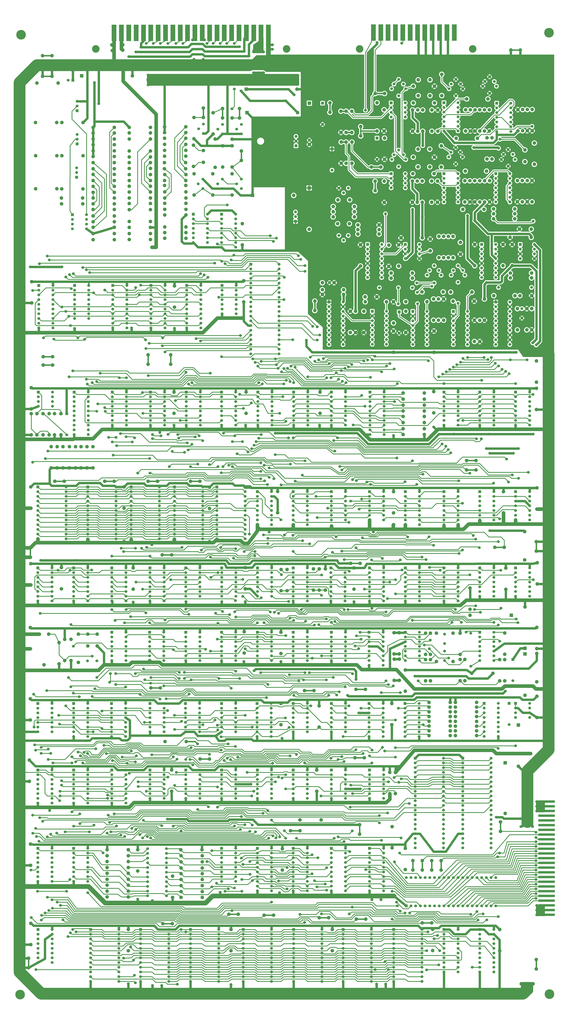
<source format=gbr>
%TF.GenerationSoftware,KiCad,Pcbnew,(6.0.1)*%
%TF.CreationDate,2022-02-08T00:07:30-07:00*%
%TF.ProjectId,atari_gravitar_black_widow,61746172-695f-4677-9261-76697461725f,rev?*%
%TF.SameCoordinates,Original*%
%TF.FileFunction,Copper,L1,Top*%
%TF.FilePolarity,Positive*%
%FSLAX46Y46*%
G04 Gerber Fmt 4.6, Leading zero omitted, Abs format (unit mm)*
G04 Created by KiCad (PCBNEW (6.0.1)) date 2022-02-08 00:07:30*
%MOMM*%
%LPD*%
G01*
G04 APERTURE LIST*
G04 Aperture macros list*
%AMOutline4P*
0 Free polygon, 4 corners , with rotation*
0 The origin of the aperture is its center*
0 number of corners: always 4*
0 $1 to $8 corner X, Y*
0 $9 Rotation angle, in degrees counterclockwise*
0 create outline with 4 corners*
4,1,4,$1,$2,$3,$4,$5,$6,$7,$8,$1,$2,$9*%
G04 Aperture macros list end*
%TA.AperFunction,ConnectorPad*%
%ADD10Outline4P,-0.635000X-4.445000X0.635000X-4.445000X0.635000X4.445000X-0.635000X4.445000X270.000000*%
%TD*%
%TA.AperFunction,SMDPad,CuDef*%
%ADD11R,2.540000X8.890000*%
%TD*%
%TA.AperFunction,ComponentPad*%
%ADD12C,1.905000*%
%TD*%
%TA.AperFunction,ComponentPad*%
%ADD13R,1.524000X1.524000*%
%TD*%
%TA.AperFunction,ComponentPad*%
%ADD14C,1.524000*%
%TD*%
%TA.AperFunction,ComponentPad*%
%ADD15R,1.905000X1.905000*%
%TD*%
%TA.AperFunction,ComponentPad*%
%ADD16C,4.064000*%
%TD*%
%TA.AperFunction,ComponentPad*%
%ADD17C,5.207000*%
%TD*%
%TA.AperFunction,ViaPad*%
%ADD18C,1.524000*%
%TD*%
%TA.AperFunction,Conductor*%
%ADD19C,0.381000*%
%TD*%
%TA.AperFunction,Conductor*%
%ADD20C,0.762000*%
%TD*%
%TA.AperFunction,Conductor*%
%ADD21C,1.905000*%
%TD*%
%TA.AperFunction,Conductor*%
%ADD22C,1.270000*%
%TD*%
%TA.AperFunction,Conductor*%
%ADD23C,6.350000*%
%TD*%
%TA.AperFunction,Conductor*%
%ADD24C,2.540000*%
%TD*%
%TA.AperFunction,Conductor*%
%ADD25C,3.810000*%
%TD*%
%TA.AperFunction,Conductor*%
%ADD26C,1.524000*%
%TD*%
%TA.AperFunction,Conductor*%
%ADD27C,0.250000*%
%TD*%
G04 APERTURE END LIST*
D10*
%TO.P,J17,2,GND*%
%TO.N,GND*%
X320548000Y-503682000D03*
%TO.P,J17,4,GND*%
X320548000Y-501142000D03*
%TO.P,J17,6,GND*%
X320548000Y-498602000D03*
%TO.P,J17,8,A11*%
%TO.N,A11*%
X320548000Y-496062000D03*
%TO.P,J17,10,A9*%
%TO.N,A9*%
X320548000Y-493522000D03*
%TO.P,J17,12,A7*%
%TO.N,A7*%
X320548000Y-490982000D03*
%TO.P,J17,14,A5*%
%TO.N,A5*%
X320548000Y-488442000D03*
%TO.P,J17,16,A3*%
%TO.N,A3*%
X320548000Y-485902000D03*
%TO.P,J17,18,A1*%
%TO.N,A1*%
X320548000Y-483362000D03*
%TO.P,J17,20,A15*%
%TO.N,A15*%
X320548000Y-480822000D03*
%TO.P,J17,22,A13*%
%TO.N,A13*%
X320548000Y-478282000D03*
%TO.P,J17,24,D7*%
%TO.N,D7*%
X320548000Y-475742000D03*
%TO.P,J17,26,D5*%
%TO.N,D5*%
X320548000Y-473202000D03*
%TO.P,J17,28,D3*%
%TO.N,D3*%
X320548000Y-470662000D03*
%TO.P,J17,30,D1*%
%TO.N,D1*%
X320548000Y-468122000D03*
%TO.P,J17,32,R/~{W}*%
%TO.N,R{slash}~{W}*%
X320548000Y-465582000D03*
%TO.P,J17,34,GND*%
%TO.N,GND*%
X320548000Y-463042000D03*
%TO.P,J17,36,~{DISDAT}*%
%TO.N,~{DISDAT}*%
X320548000Y-460502000D03*
%TO.P,J17,38,NC*%
%TO.N,unconnected-(J17-Pad38)*%
X320548000Y-457962000D03*
%TO.P,J17,40,NC*%
%TO.N,unconnected-(J17-Pad40)*%
X320548000Y-455422000D03*
%TO.P,J17,42,NC*%
%TO.N,unconnected-(J17-Pad42)*%
X320548000Y-452882000D03*
%TO.P,J17,44,NC*%
%TO.N,unconnected-(J17-Pad44)*%
X320548000Y-450342000D03*
%TO.P,J17,46,+5V*%
%TO.N,+5V*%
X320548000Y-447802000D03*
%TO.P,J17,48,+5V*%
X320548000Y-445262000D03*
%TO.P,J17,50,+5V*%
X320548000Y-442722000D03*
%TD*%
D11*
%TO.P,J19,A,XOUT*%
%TO.N,XOUT*%
X227177600Y-28702000D03*
%TO.P,J19,B,YOUT*%
%TO.N,YOUT*%
X231140000Y-28702000D03*
%TO.P,J19,C,NC*%
%TO.N,unconnected-(J19-PadC)*%
X235102400Y-28702000D03*
%TO.P,J19,D,NC*%
%TO.N,unconnected-(J19-PadD)*%
X239064800Y-28702000D03*
%TO.P,J19,E,ROT_LEFT1*%
%TO.N,ROT_LEFT1*%
X243027200Y-28702000D03*
%TO.P,J19,F,NC*%
%TO.N,unconnected-(J19-PadF)*%
X246989600Y-28702000D03*
%TO.P,J19,H,GND*%
%TO.N,GND*%
X250952000Y-28702000D03*
%TO.P,J19,J,GND*%
X254914400Y-28702000D03*
%TO.P,J19,K,GND*%
X258876800Y-28702000D03*
%TO.P,J19,L,GND*%
X262839200Y-28702000D03*
%TO.P,J19,M,GND*%
X266801600Y-28702000D03*
%TO.P,J19,N,NC*%
%TO.N,unconnected-(J19-PadN)*%
X270764000Y-28702000D03*
%TD*%
%TO.P,J20,A,GND*%
%TO.N,GND*%
X87350600Y-28829000D03*
%TO.P,J20,B,+5V*%
%TO.N,+5V*%
X91313000Y-28829000D03*
%TO.P,J20,C,NC*%
%TO.N,unconnected-(J20-PadC)*%
X95275400Y-28829000D03*
%TO.P,J20,D,NC*%
%TO.N,unconnected-(J20-PadD)*%
X99237800Y-28829000D03*
%TO.P,J20,E,+10.3V_UNREG*%
%TO.N,+10V*%
X103200200Y-28829000D03*
%TO.P,J20,F,COIN_LOCKOUT*%
%TO.N,COIN_LOCKOUT*%
X107162600Y-28829000D03*
%TO.P,J20,H,COIN_CNTRL*%
%TO.N,COIN_CNTRL*%
X111125000Y-28829000D03*
%TO.P,J20,J,PLAYER2_LED*%
%TO.N,PLAYER2_LED*%
X115087400Y-28829000D03*
%TO.P,J20,K,ROT_RIGHT2*%
%TO.N,ROT_RIGHT2*%
X119049800Y-28829000D03*
%TO.P,J20,L,SHIELDS2*%
%TO.N,SHIELDS2*%
X123012200Y-28829000D03*
%TO.P,J20,M,START1*%
%TO.N,START1*%
X126974600Y-28829000D03*
%TO.P,J20,N,GND*%
%TO.N,GND*%
X130937000Y-28829000D03*
%TO.P,J20,P,GND*%
X134899400Y-28829000D03*
%TO.P,J20,R,CABINET*%
%TO.N,CABINET*%
X138861800Y-28829000D03*
%TO.P,J20,S,COIN_AUX*%
%TO.N,COIN_AUX*%
X142824200Y-28829000D03*
%TO.P,J20,T,SELF_TEST*%
%TO.N,SELF_TEST*%
X146786600Y-28829000D03*
%TO.P,J20,U,COINR*%
%TO.N,COINR*%
X150749000Y-28829000D03*
%TO.P,J20,V,~{RESET}*%
%TO.N,~{RESET}*%
X154711400Y-28829000D03*
%TO.P,J20,W,-22VDC*%
%TO.N,-24V*%
X158673800Y-28829000D03*
%TO.P,J20,X,+22VDC*%
%TO.N,+24V*%
X162636200Y-28829000D03*
%TO.P,J20,Y,+5V*%
%TO.N,+5V*%
X166598600Y-28829000D03*
%TO.P,J20,Z,GND*%
%TO.N,GND*%
X170561000Y-28829000D03*
%TD*%
D12*
%TO.P,C114,1*%
%TO.N,COIN_LOCKOUT*%
X59156600Y-112826800D03*
%TO.P,C114,2*%
%TO.N,GND*%
X70586600Y-112826800D03*
%TD*%
%TO.P,R218,1*%
%TO.N,Net-(D/E_11-Pad2)*%
X212471000Y-87630000D03*
%TO.P,R218,2*%
%TO.N,Net-(D/E_11-Pad1)*%
X212471000Y-99060000D03*
%TD*%
%TO.P,R54,1*%
%TO.N,AUD1*%
X297942000Y-351917000D03*
%TO.P,R54,2*%
%TO.N,Net-(B_5-Pad13)*%
X297942000Y-363347000D03*
%TD*%
D13*
%TO.P,A_4,1,GND*%
%TO.N,GND*%
X303784000Y-389763000D03*
D14*
%TO.P,A_4,2,TR*%
X303784000Y-392303000D03*
%TO.P,A_4,3,Q*%
%TO.N,Net-(A_4-Pad3)*%
X303784000Y-394843000D03*
%TO.P,A_4,4,R*%
%TO.N,12KHZ*%
X303784000Y-397383000D03*
%TO.P,A_4,5,CV*%
%TO.N,unconnected-(A_4-Pad5)*%
X311404000Y-397383000D03*
%TO.P,A_4,6,THR*%
%TO.N,GND*%
X311404000Y-394843000D03*
%TO.P,A_4,7,DIS*%
%TO.N,unconnected-(A_4-Pad7)*%
X311404000Y-392303000D03*
%TO.P,A_4,8,VCC*%
%TO.N,Net-(A_4-Pad8)*%
X311404000Y-389763000D03*
%TD*%
D12*
%TO.P,C113,1*%
%TO.N,Net-(C113-Pad1)*%
X214376000Y-118745000D03*
%TO.P,C113,2*%
%TO.N,VCTR*%
X208026000Y-118745000D03*
%TD*%
%TO.P,C47,1*%
%TO.N,+5V*%
X42418000Y-273304000D03*
%TO.P,C47,2*%
%TO.N,GND*%
X42418000Y-284734000D03*
%TD*%
%TO.P,C3,1*%
%TO.N,+5V*%
X150368000Y-511556000D03*
%TO.P,C3,2*%
%TO.N,GND*%
X150368000Y-522986000D03*
%TD*%
%TO.P,R216,1*%
%TO.N,Net-(D/E_12-Pad2)*%
X209677000Y-70993000D03*
%TO.P,R216,2*%
%TO.N,GND*%
X209677000Y-82423000D03*
%TD*%
D13*
%TO.P,K_10,1,C*%
%TO.N,~{DISRST}*%
X145288000Y-126492000D03*
D14*
%TO.P,K_10,2,Q0*%
%TO.N,unconnected-(K_10-Pad2)*%
X145288000Y-129032000D03*
%TO.P,K_10,3,~{Q0}*%
%TO.N,Net-(K_10-Pad3)*%
X145288000Y-131572000D03*
%TO.P,K_10,4,D0*%
%TO.N,DVY2*%
X145288000Y-134112000D03*
%TO.P,K_10,5,D1*%
%TO.N,DVY1*%
X145288000Y-136652000D03*
%TO.P,K_10,6,~{Q1}*%
%TO.N,Net-(K_10-Pad6)*%
X145288000Y-139192000D03*
%TO.P,K_10,7,Q1*%
%TO.N,unconnected-(K_10-Pad7)*%
X145288000Y-141732000D03*
%TO.P,K_10,8,GND*%
%TO.N,GND*%
X145288000Y-144272000D03*
%TO.P,K_10,9,CK*%
%TO.N,~{STATCLK}*%
X152908000Y-144272000D03*
%TO.P,K_10,10,Q2*%
%TO.N,unconnected-(K_10-Pad10)*%
X152908000Y-141732000D03*
%TO.P,K_10,11,~{Q2}*%
%TO.N,Net-(K_10-Pad11)*%
X152908000Y-139192000D03*
%TO.P,K_10,12,D2*%
%TO.N,DVY0*%
X152908000Y-136652000D03*
%TO.P,K_10,13,D3*%
%TO.N,unconnected-(K_10-Pad13)*%
X152908000Y-134112000D03*
%TO.P,K_10,14,~{Q3}*%
%TO.N,unconnected-(K_10-Pad14)*%
X152908000Y-131572000D03*
%TO.P,K_10,15,Q3*%
%TO.N,unconnected-(K_10-Pad15)*%
X152908000Y-129032000D03*
%TO.P,K_10,16,VCC*%
%TO.N,+5V*%
X152908000Y-126492000D03*
%TD*%
%TO.P,R187,1*%
%TO.N,Net-(C127-Pad1)*%
X238252000Y-94488000D03*
%TO.P,R187,2*%
X240792000Y-91948000D03*
%TO.P,R187,3*%
%TO.N,Net-(D/E_11-Pad3)*%
X243332000Y-94488000D03*
%TD*%
D13*
%TO.P,K_7,1,A7*%
%TO.N,AM7*%
X142748000Y-273304000D03*
D14*
%TO.P,K_7,2,A6*%
%TO.N,AM6*%
X142748000Y-275844000D03*
%TO.P,K_7,3,A5*%
%TO.N,AM5*%
X142748000Y-278384000D03*
%TO.P,K_7,4,A4*%
%TO.N,AM4*%
X142748000Y-280924000D03*
%TO.P,K_7,5,A3*%
%TO.N,AM3*%
X142748000Y-283464000D03*
%TO.P,K_7,6,A2*%
%TO.N,AM2*%
X142748000Y-286004000D03*
%TO.P,K_7,7,A1*%
%TO.N,AM1*%
X142748000Y-288544000D03*
%TO.P,K_7,8,A0*%
%TO.N,AM0*%
X142748000Y-291084000D03*
%TO.P,K_7,9,D0*%
%TO.N,DVG0*%
X142748000Y-293624000D03*
%TO.P,K_7,10,D1*%
%TO.N,DVG1*%
X142748000Y-296164000D03*
%TO.P,K_7,11,D2*%
%TO.N,DVG2*%
X142748000Y-298704000D03*
%TO.P,K_7,12,GND*%
%TO.N,GND*%
X142748000Y-301244000D03*
%TO.P,K_7,13,D3*%
%TO.N,DVG3*%
X157988000Y-301244000D03*
%TO.P,K_7,14,D4*%
%TO.N,DVG4*%
X157988000Y-298704000D03*
%TO.P,K_7,15,D5*%
%TO.N,DVG5*%
X157988000Y-296164000D03*
%TO.P,K_7,16,D6*%
%TO.N,DVG6*%
X157988000Y-293624000D03*
%TO.P,K_7,17,D7*%
%TO.N,DVG7*%
X157988000Y-291084000D03*
%TO.P,K_7,18,~{CE}*%
%TO.N,~{VRAM}*%
X157988000Y-288544000D03*
%TO.P,K_7,19,A10*%
%TO.N,AM10*%
X157988000Y-286004000D03*
%TO.P,K_7,20,~{OE}*%
%TO.N,GND*%
X157988000Y-283464000D03*
%TO.P,K_7,21,~{WE}*%
%TO.N,~{VW}*%
X157988000Y-280924000D03*
%TO.P,K_7,22,A9*%
%TO.N,AM9*%
X157988000Y-278384000D03*
%TO.P,K_7,23,A8*%
%TO.N,AM8*%
X157988000Y-275844000D03*
%TO.P,K_7,24,5V0*%
%TO.N,+5V*%
X157988000Y-273304000D03*
%TD*%
D12*
%TO.P,R19,1*%
%TO.N,Net-(C_2-Pad2)*%
X244348000Y-479298000D03*
%TO.P,R19,2*%
%TO.N,+5V*%
X244348000Y-467868000D03*
%TD*%
%TO.P,C21,1*%
%TO.N,+5V*%
X315341000Y-385953000D03*
%TO.P,C21,2*%
%TO.N,GND*%
X315341000Y-397383000D03*
%TD*%
%TO.P,C28,1*%
%TO.N,Net-(C28-Pad1)*%
X238252000Y-363220000D03*
%TO.P,C28,2*%
%TO.N,Net-(C28-Pad2)*%
X238252000Y-351790000D03*
%TD*%
%TO.P,C61,1*%
%TO.N,+5V*%
X42926000Y-162814000D03*
%TO.P,C61,2*%
%TO.N,GND*%
X42926000Y-174244000D03*
%TD*%
%TO.P,C76,1*%
%TO.N,GND*%
X287020000Y-183515000D03*
%TO.P,C76,2*%
%TO.N,-15V*%
X287020000Y-172085000D03*
%TD*%
D14*
%TO.P,R210,1*%
%TO.N,Net-(C132-Pad1)*%
X238252000Y-56388000D03*
%TO.P,R210,2*%
X240792000Y-53848000D03*
%TO.P,R210,3*%
%TO.N,Net-(D/E_12-Pad3)*%
X243332000Y-56388000D03*
%TD*%
%TO.P,Ref\u002A\u002A,1*%
%TO.N,Net-(R211-Pad1)*%
X267970000Y-58928000D03*
%TD*%
D12*
%TO.P,TPR/~{W}1,1*%
%TO.N,R{slash}~{W}*%
X263652000Y-479552000D03*
%TO.P,TPR/~{W}1,2*%
X263652000Y-474472000D03*
%TD*%
%TO.P,R12,1*%
%TO.N,+5V*%
X134874000Y-487934000D03*
%TO.P,R12,2*%
%TO.N,Net-(J_2-Pad1)*%
X123444000Y-487934000D03*
%TD*%
D14*
%TO.P,Ref\u002A\u002A,1*%
%TO.N,GND*%
X203454000Y-163322000D03*
%TD*%
D15*
%TO.P,C16,1*%
%TO.N,Net-(C16-Pad1)*%
X298196000Y-421767000D03*
D12*
%TO.P,C16,2*%
%TO.N,Net-(C16-Pad2)*%
X298196000Y-449072000D03*
%TD*%
D16*
%TO.P,REF\u002A\u002A,1*%
%TO.N,N/C*%
X219710000Y-37465000D03*
%TD*%
D13*
%TO.P,K_2,1,C*%
%TO.N,~{RESET}*%
X145288000Y-467868000D03*
D14*
%TO.P,K_2,2,Q0*%
%TO.N,Net-(K_2-Pad2)*%
X145288000Y-470408000D03*
%TO.P,K_2,3,~{Q0}*%
%TO.N,unconnected-(K_2-Pad3)*%
X145288000Y-472948000D03*
%TO.P,K_2,4,D0*%
%TO.N,DB0*%
X145288000Y-475488000D03*
%TO.P,K_2,5,D1*%
%TO.N,DB3*%
X145288000Y-478028000D03*
%TO.P,K_2,6,~{Q1}*%
%TO.N,unconnected-(K_2-Pad6)*%
X145288000Y-480568000D03*
%TO.P,K_2,7,Q1*%
%TO.N,Net-(K_2-Pad7)*%
X145288000Y-483108000D03*
%TO.P,K_2,8,GND*%
%TO.N,GND*%
X145288000Y-485648000D03*
%TO.P,K_2,9,CK*%
%TO.N,~{EAROMCON}*%
X152908000Y-485648000D03*
%TO.P,K_2,10,Q2*%
%TO.N,Net-(K_2-Pad10)*%
X152908000Y-483108000D03*
%TO.P,K_2,11,~{Q2}*%
%TO.N,unconnected-(K_2-Pad11)*%
X152908000Y-480568000D03*
%TO.P,K_2,12,D2*%
%TO.N,DB1*%
X152908000Y-478028000D03*
%TO.P,K_2,13,D3*%
%TO.N,DB2*%
X152908000Y-475488000D03*
%TO.P,K_2,14,~{Q3}*%
%TO.N,Net-(J_2-Pad1)*%
X152908000Y-472948000D03*
%TO.P,K_2,15,Q3*%
%TO.N,unconnected-(K_2-Pad15)*%
X152908000Y-470408000D03*
%TO.P,K_2,16,VCC*%
%TO.N,+5V*%
X152908000Y-467868000D03*
%TD*%
D12*
%TO.P,R155,1*%
%TO.N,GND*%
X145923000Y-89662000D03*
%TO.P,R155,2*%
%TO.N,Net-(Q7-Pad2)*%
X145923000Y-101092000D03*
%TD*%
%TO.P,R154,1*%
%TO.N,GND*%
X140716000Y-83312000D03*
%TO.P,R154,2*%
%TO.N,GREEN*%
X140716000Y-71882000D03*
%TD*%
%TO.P,R149,1*%
%TO.N,Net-(Q5-Pad3)*%
X130505200Y-116128800D03*
%TO.P,R149,2*%
%TO.N,Net-(L_10-Pad1)*%
X130505200Y-104698800D03*
%TD*%
D13*
%TO.P,E/F_1,1,AB7*%
%TO.N,AB7*%
X210820000Y-511556000D03*
D14*
%TO.P,E/F_1,2,AB6*%
%TO.N,AB6*%
X210820000Y-514096000D03*
%TO.P,E/F_1,3,AB5*%
%TO.N,AB5*%
X210820000Y-516636000D03*
%TO.P,E/F_1,4,AB4*%
%TO.N,AB4*%
X210820000Y-519176000D03*
%TO.P,E/F_1,5,AB3*%
%TO.N,AB3*%
X210820000Y-521716000D03*
%TO.P,E/F_1,6,AB2*%
%TO.N,AB2*%
X210820000Y-524256000D03*
%TO.P,E/F_1,7,AB1*%
%TO.N,AB1*%
X210820000Y-526796000D03*
%TO.P,E/F_1,8,AB0*%
%TO.N,AB0*%
X210820000Y-529336000D03*
%TO.P,E/F_1,9,D0*%
%TO.N,Net-(D_1-Pad9)*%
X210820000Y-531876000D03*
%TO.P,E/F_1,10,D1*%
%TO.N,Net-(D_1-Pad10)*%
X210820000Y-534416000D03*
%TO.P,E/F_1,11,D2*%
%TO.N,Net-(D_1-Pad11)*%
X210820000Y-536956000D03*
%TO.P,E/F_1,12,GND*%
%TO.N,GND*%
X210820000Y-539496000D03*
%TO.P,E/F_1,13,D3*%
%TO.N,Net-(D_1-Pad13)*%
X226060000Y-539496000D03*
%TO.P,E/F_1,14,D4*%
%TO.N,Net-(D_1-Pad14)*%
X226060000Y-536956000D03*
%TO.P,E/F_1,15,D5*%
%TO.N,Net-(D_1-Pad15)*%
X226060000Y-534416000D03*
%TO.P,E/F_1,16,D6*%
%TO.N,Net-(D_1-Pad16)*%
X226060000Y-531876000D03*
%TO.P,E/F_1,17,D7*%
%TO.N,Net-(D_1-Pad17)*%
X226060000Y-529336000D03*
%TO.P,E/F_1,18,AB11*%
%TO.N,AB11*%
X226060000Y-526796000D03*
%TO.P,E/F_1,19,AB10*%
%TO.N,AB10*%
X226060000Y-524256000D03*
%TO.P,E/F_1,20,~{CE}*%
%TO.N,~{ROM1}*%
X226060000Y-521716000D03*
%TO.P,E/F_1,21,VCC*%
%TO.N,+5V*%
X226060000Y-519176000D03*
%TO.P,E/F_1,22,AB9*%
%TO.N,AB9*%
X226060000Y-516636000D03*
%TO.P,E/F_1,23,AB8*%
%TO.N,AB8*%
X226060000Y-514096000D03*
%TO.P,E/F_1,24,VPP*%
%TO.N,+5V*%
X226060000Y-511556000D03*
%TD*%
D12*
%TO.P,R147,1*%
%TO.N,+5V*%
X114554000Y-82550000D03*
%TO.P,R147,2*%
%TO.N,ROT_LEFT1*%
X125984000Y-82550000D03*
%TD*%
D13*
%TO.P,VR2,1,IN*%
%TO.N,+24V*%
X185420000Y-89662000D03*
D14*
%TO.P,VR2,2,GND*%
%TO.N,GND*%
X185420000Y-87122000D03*
%TO.P,VR2,3,OUT*%
%TO.N,+15V*%
X185420000Y-84582000D03*
%TD*%
D12*
%TO.P,TPRESET2,1*%
%TO.N,GND*%
X49123600Y-203149200D03*
%TO.P,TPRESET2,2*%
X54203600Y-203149200D03*
%TD*%
%TO.P,RV1,1*%
%TO.N,Net-(D/E_12-Pad3)*%
X248666000Y-95758000D03*
%TO.P,RV1,2*%
%TO.N,GND*%
X260096000Y-95758000D03*
%TD*%
%TO.P,R202,1*%
%TO.N,GND*%
X279400000Y-81661000D03*
%TO.P,R202,2*%
%TO.N,Net-(C_12-Pad13)*%
X279400000Y-70231000D03*
%TD*%
%TO.P,R95,1*%
%TO.N,GND*%
X309880000Y-177292000D03*
%TO.P,R95,2*%
%TO.N,Net-(A/B_9-Pad15)*%
X309880000Y-188722000D03*
%TD*%
%TO.P,R163,1*%
%TO.N,Net-(C85-Pad2)*%
X230251000Y-134747000D03*
%TO.P,R163,2*%
%TO.N,Net-(Q11-Pad3)*%
X218821000Y-134747000D03*
%TD*%
%TO.P,R105,1*%
%TO.N,Net-(Q3-Pad1)*%
X56515000Y-94996000D03*
%TO.P,R105,2*%
%TO.N,Net-(R105-Pad2)*%
X45085000Y-94996000D03*
%TD*%
%TO.P,C96,1*%
%TO.N,Net-(C96-Pad1)*%
X76073000Y-120904000D03*
%TO.P,C96,2*%
%TO.N,GND*%
X87503000Y-120904000D03*
%TD*%
D13*
%TO.P,N_3,1,S*%
%TO.N,SA*%
X86106000Y-425704000D03*
D14*
%TO.P,N_3,2,A*%
%TO.N,OP2*%
X86106000Y-428244000D03*
%TO.P,N_3,3,B*%
%TO.N,AM6*%
X86106000Y-430784000D03*
%TO.P,N_3,4,Y*%
%TO.N,Net-(N_3-Pad4)*%
X86106000Y-433324000D03*
%TO.P,N_3,5,A*%
%TO.N,OP1*%
X86106000Y-435864000D03*
%TO.P,N_3,6,B*%
%TO.N,AM5*%
X86106000Y-438404000D03*
%TO.P,N_3,7,Y*%
%TO.N,Net-(N_3-Pad7)*%
X86106000Y-440944000D03*
%TO.P,N_3,8,GND*%
%TO.N,GND*%
X86106000Y-443484000D03*
%TO.P,N_3,9,Y*%
%TO.N,Net-(N_3-Pad9)*%
X93726000Y-443484000D03*
%TO.P,N_3,10,B*%
%TO.N,AM4*%
X93726000Y-440944000D03*
%TO.P,N_3,11,A*%
%TO.N,OP0*%
X93726000Y-438404000D03*
%TO.P,N_3,12,Y*%
%TO.N,Net-(N_3-Pad12)*%
X93726000Y-435864000D03*
%TO.P,N_3,13,B*%
%TO.N,AM7*%
X93726000Y-433324000D03*
%TO.P,N_3,14,A*%
%TO.N,Net-(N_3-Pad14)*%
X93726000Y-430784000D03*
%TO.P,N_3,15,G*%
%TO.N,GND*%
X93726000Y-428244000D03*
%TO.P,N_3,16,VCC*%
%TO.N,+5V*%
X93726000Y-425704000D03*
%TD*%
D12*
%TO.P,R80,1*%
%TO.N,Net-(D_9-Pad7)*%
X243205000Y-226060000D03*
%TO.P,R80,2*%
%TO.N,GND*%
X254635000Y-226060000D03*
%TD*%
%TO.P,R86,1*%
%TO.N,GND*%
X237998000Y-173583600D03*
%TO.P,R86,2*%
%TO.N,Net-(E_9-Pad15)*%
X237998000Y-185013600D03*
%TD*%
D15*
%TO.P,C17,1*%
%TO.N,Net-(A_4-Pad8)*%
X305308000Y-401447000D03*
D12*
%TO.P,C17,2*%
%TO.N,GND*%
X305308000Y-423672000D03*
%TD*%
%TO.P,C131,1*%
%TO.N,GND*%
X248285000Y-81788000D03*
%TO.P,C131,2*%
%TO.N,+15V*%
X248285000Y-70358000D03*
%TD*%
%TO.P,TP~{VROM2}1,1*%
%TO.N,~{VROM2}*%
X87376000Y-270256000D03*
%TO.P,TP~{VROM2}1,2*%
X82296000Y-270256000D03*
%TD*%
D13*
%TO.P,J_5,1*%
%TO.N,VGCK*%
X164592000Y-351536000D03*
D14*
%TO.P,J_5,2*%
%TO.N,3MHZ*%
X164592000Y-354076000D03*
%TO.P,J_5,3*%
%TO.N,6MHZ*%
X164592000Y-356616000D03*
%TO.P,J_5,4*%
%TO.N,SCALE*%
X164592000Y-359156000D03*
%TO.P,J_5,5*%
%TO.N,Net-(B_7-Pad12)*%
X164592000Y-361696000D03*
%TO.P,J_5,6*%
%TO.N,Net-(A_6-Pad1)*%
X164592000Y-364236000D03*
%TO.P,J_5,7,GND*%
%TO.N,GND*%
X164592000Y-366776000D03*
%TO.P,J_5,8*%
%TO.N,VCTR*%
X172212000Y-366776000D03*
%TO.P,J_5,9*%
%TO.N,Net-(E_5-Pad10)*%
X172212000Y-364236000D03*
%TO.P,J_5,10*%
%TO.N,Net-(B_6-Pad6)*%
X172212000Y-361696000D03*
%TO.P,J_5,11*%
%TO.N,Net-(B_6-Pad3)*%
X172212000Y-359156000D03*
%TO.P,J_5,12*%
%TO.N,Net-(J_5-Pad12)*%
X172212000Y-356616000D03*
%TO.P,J_5,13*%
X172212000Y-354076000D03*
%TO.P,J_5,14,VCC*%
%TO.N,+5V*%
X172212000Y-351536000D03*
%TD*%
D12*
%TO.P,R118,1*%
%TO.N,+5V*%
X76073000Y-82804000D03*
%TO.P,R118,2*%
%TO.N,THRUST2*%
X87503000Y-82804000D03*
%TD*%
D13*
%TO.P,M/N_7,1,A7*%
%TO.N,AM7*%
X96520000Y-273304000D03*
D14*
%TO.P,M/N_7,2,A6*%
%TO.N,AM6*%
X96520000Y-275844000D03*
%TO.P,M/N_7,3,A5*%
%TO.N,AM5*%
X96520000Y-278384000D03*
%TO.P,M/N_7,4,A4*%
%TO.N,AM4*%
X96520000Y-280924000D03*
%TO.P,M/N_7,5,A3*%
%TO.N,AM3*%
X96520000Y-283464000D03*
%TO.P,M/N_7,6,A2*%
%TO.N,AM2*%
X96520000Y-286004000D03*
%TO.P,M/N_7,7,A1*%
%TO.N,AM1*%
X96520000Y-288544000D03*
%TO.P,M/N_7,8,A0*%
%TO.N,AM0*%
X96520000Y-291084000D03*
%TO.P,M/N_7,9,D0*%
%TO.N,DVG0*%
X96520000Y-293624000D03*
%TO.P,M/N_7,10,D1*%
%TO.N,DVG1*%
X96520000Y-296164000D03*
%TO.P,M/N_7,11,D2*%
%TO.N,DVG2*%
X96520000Y-298704000D03*
%TO.P,M/N_7,12,GND*%
%TO.N,GND*%
X96520000Y-301244000D03*
%TO.P,M/N_7,13,D3*%
%TO.N,DVG3*%
X111760000Y-301244000D03*
%TO.P,M/N_7,14,D4*%
%TO.N,DVG4*%
X111760000Y-298704000D03*
%TO.P,M/N_7,15,D5*%
%TO.N,DVG5*%
X111760000Y-296164000D03*
%TO.P,M/N_7,16,D6*%
%TO.N,DVG6*%
X111760000Y-293624000D03*
%TO.P,M/N_7,17,D7*%
%TO.N,DVG7*%
X111760000Y-291084000D03*
%TO.P,M/N_7,18,A11*%
%TO.N,AM11*%
X111760000Y-288544000D03*
%TO.P,M/N_7,19,A10*%
%TO.N,AM10*%
X111760000Y-286004000D03*
%TO.P,M/N_7,20,CS*%
%TO.N,~{VROM1}*%
X111760000Y-283464000D03*
%TO.P,M/N_7,21,VPP*%
%TO.N,+5V*%
X111760000Y-280924000D03*
%TO.P,M/N_7,22,A9*%
%TO.N,AM9*%
X111760000Y-278384000D03*
%TO.P,M/N_7,23,A8*%
%TO.N,AM8*%
X111760000Y-275844000D03*
%TO.P,M/N_7,24,5V0*%
%TO.N,+5V*%
X111760000Y-273304000D03*
%TD*%
D12*
%TO.P,TP~SA1,1*%
%TO.N,~{SA}*%
X187579000Y-458343000D03*
%TO.P,TP~SA1,2*%
X182499000Y-458343000D03*
%TD*%
%TO.P,C130,1*%
%TO.N,GND*%
X232918000Y-81661000D03*
%TO.P,C130,2*%
%TO.N,-15V*%
X232918000Y-70231000D03*
%TD*%
%TO.P,C106,1*%
%TO.N,Net-(C106-Pad1)*%
X114706400Y-117703600D03*
%TO.P,C106,2*%
%TO.N,GND*%
X126136400Y-117703600D03*
%TD*%
%TO.P,TPCAT_STROBE1,1*%
%TO.N,Net-(J17-Pad35)*%
X295656000Y-453644000D03*
%TO.P,TPCAT_STROBE1,2*%
X295656000Y-458724000D03*
%TD*%
D13*
%TO.P,N/P_1,1,AB7*%
%TO.N,AB7*%
X74676000Y-511556000D03*
D14*
%TO.P,N/P_1,2,AB6*%
%TO.N,AB6*%
X74676000Y-514096000D03*
%TO.P,N/P_1,3,AB5*%
%TO.N,AB5*%
X74676000Y-516636000D03*
%TO.P,N/P_1,4,AB4*%
%TO.N,AB4*%
X74676000Y-519176000D03*
%TO.P,N/P_1,5,AB3*%
%TO.N,AB3*%
X74676000Y-521716000D03*
%TO.P,N/P_1,6,AB2*%
%TO.N,AB2*%
X74676000Y-524256000D03*
%TO.P,N/P_1,7,AB1*%
%TO.N,AB1*%
X74676000Y-526796000D03*
%TO.P,N/P_1,8,AB0*%
%TO.N,AB0*%
X74676000Y-529336000D03*
%TO.P,N/P_1,9,D0*%
%TO.N,DB0*%
X74676000Y-531876000D03*
%TO.P,N/P_1,10,D1*%
%TO.N,DB1*%
X74676000Y-534416000D03*
%TO.P,N/P_1,11,D2*%
%TO.N,DB2*%
X74676000Y-536956000D03*
%TO.P,N/P_1,12,GND*%
%TO.N,GND*%
X74676000Y-539496000D03*
%TO.P,N/P_1,13,D3*%
%TO.N,DB3*%
X89916000Y-539496000D03*
%TO.P,N/P_1,14,D4*%
%TO.N,DB4*%
X89916000Y-536956000D03*
%TO.P,N/P_1,15,D5*%
%TO.N,DB5*%
X89916000Y-534416000D03*
%TO.P,N/P_1,16,D6*%
%TO.N,DB6*%
X89916000Y-531876000D03*
%TO.P,N/P_1,17,D7*%
%TO.N,DB7*%
X89916000Y-529336000D03*
%TO.P,N/P_1,18,CE*%
%TO.N,~{RAM}*%
X89916000Y-526796000D03*
%TO.P,N/P_1,19,AB10*%
%TO.N,Net-(B_6-Pad8)*%
X89916000Y-524256000D03*
%TO.P,N/P_1,20,OE*%
%TO.N,GND*%
X89916000Y-521716000D03*
%TO.P,N/P_1,21,~{WE}*%
%TO.N,~{WRITE}*%
X89916000Y-519176000D03*
%TO.P,N/P_1,22,AB9*%
%TO.N,AB9*%
X89916000Y-516636000D03*
%TO.P,N/P_1,23,AB8*%
%TO.N,AB8*%
X89916000Y-514096000D03*
%TO.P,N/P_1,24,VCC*%
%TO.N,+5V*%
X89916000Y-511556000D03*
%TD*%
D12*
%TO.P,R115,1*%
%TO.N,+5V*%
X76073000Y-92329000D03*
%TO.P,R115,2*%
%TO.N,ROT_RIGHT2*%
X87503000Y-92329000D03*
%TD*%
%TO.P,R2,1*%
%TO.N,+5V*%
X83566000Y-490855000D03*
%TO.P,R2,2*%
%TO.N,Net-(M_2-Pad10)*%
X94996000Y-490855000D03*
%TD*%
%TO.P,C55,1*%
%TO.N,GND*%
X55245000Y-245237000D03*
%TO.P,C55,2*%
%TO.N,+10V*%
X55245000Y-233807000D03*
%TD*%
D13*
%TO.P,N_5,1*%
%TO.N,unconnected-(N_5-Pad1)*%
X86106000Y-351536000D03*
D14*
%TO.P,N_5,2*%
%TO.N,unconnected-(N_5-Pad2)*%
X86106000Y-354076000D03*
%TO.P,N_5,3*%
%TO.N,unconnected-(N_5-Pad3)*%
X86106000Y-356616000D03*
%TO.P,N_5,4*%
%TO.N,Net-(L_3-Pad4)*%
X86106000Y-359156000D03*
%TO.P,N_5,5*%
%TO.N,OP2*%
X86106000Y-361696000D03*
%TO.P,N_5,6*%
%TO.N,~{STROBE2}*%
X86106000Y-364236000D03*
%TO.P,N_5,7,GND*%
%TO.N,GND*%
X86106000Y-366776000D03*
%TO.P,N_5,8*%
%TO.N,HALT\u002A*%
X93726000Y-366776000D03*
%TO.P,N_5,9*%
%TO.N,GO*%
X93726000Y-364236000D03*
%TO.P,N_5,10*%
%TO.N,Net-(N_3-Pad14)*%
X93726000Y-361696000D03*
%TO.P,N_5,11*%
%TO.N,Net-(M_3-Pad10)*%
X93726000Y-359156000D03*
%TO.P,N_5,12*%
%TO.N,Net-(M_3-Pad11)*%
X93726000Y-356616000D03*
%TO.P,N_5,13*%
%TO.N,Net-(C118-Pad1)*%
X93726000Y-354076000D03*
%TO.P,N_5,14,VCC*%
%TO.N,+5V*%
X93726000Y-351536000D03*
%TD*%
D12*
%TO.P,C20,1*%
%TO.N,+5V*%
X237109000Y-389890000D03*
%TO.P,C20,2*%
%TO.N,GND*%
X237109000Y-401320000D03*
%TD*%
%TO.P,R103,1*%
%TO.N,PLAYER1_LED*%
X70358000Y-117729000D03*
%TO.P,R103,2*%
%TO.N,Net-(R103-Pad2)*%
X58928000Y-117729000D03*
%TD*%
%TO.P,R195,1*%
%TO.N,+15V*%
X229108000Y-66421000D03*
%TO.P,R195,2*%
%TO.N,+6V*%
X229108000Y-81661000D03*
%TD*%
D13*
%TO.P,D_7,1,C*%
%TO.N,~{DISRST}*%
X244348000Y-275844000D03*
D14*
%TO.P,D_7,2,Q0*%
%TO.N,Net-(C_7-Pad15)*%
X244348000Y-278384000D03*
%TO.P,D_7,3,~{Q0}*%
%TO.N,unconnected-(D_7-Pad3)*%
X244348000Y-280924000D03*
%TO.P,D_7,4,D0*%
%TO.N,DVY8*%
X244348000Y-283464000D03*
%TO.P,D_7,5,D1*%
%TO.N,DVY10*%
X244348000Y-286004000D03*
%TO.P,D_7,6,~{Q1}*%
%TO.N,unconnected-(D_7-Pad6)*%
X244348000Y-288544000D03*
%TO.P,D_7,7,Q1*%
%TO.N,unconnected-(D_7-Pad7)*%
X244348000Y-291084000D03*
%TO.P,D_7,8,GND*%
%TO.N,GND*%
X244348000Y-293624000D03*
%TO.P,D_7,9,CK*%
%TO.N,~{SCALELD}*%
X251968000Y-293624000D03*
%TO.P,D_7,10,Q2*%
%TO.N,Net-(C_7-Pad10)*%
X251968000Y-291084000D03*
%TO.P,D_7,11,~{Q2}*%
%TO.N,unconnected-(D_7-Pad11)*%
X251968000Y-288544000D03*
%TO.P,D_7,12,D2*%
%TO.N,DVY10*%
X251968000Y-286004000D03*
%TO.P,D_7,13,D3*%
%TO.N,DVY9*%
X251968000Y-283464000D03*
%TO.P,D_7,14,~{Q3}*%
%TO.N,unconnected-(D_7-Pad14)*%
X251968000Y-280924000D03*
%TO.P,D_7,15,Q3*%
%TO.N,Net-(C_7-Pad1)*%
X251968000Y-278384000D03*
%TO.P,D_7,16,VCC*%
%TO.N,+5V*%
X251968000Y-275844000D03*
%TD*%
D12*
%TO.P,C103,1*%
%TO.N,Net-(C103-Pad1)*%
X114655600Y-126847600D03*
%TO.P,C103,2*%
%TO.N,GND*%
X126085600Y-126847600D03*
%TD*%
D13*
%TO.P,CR6,1,K*%
%TO.N,GND*%
X65151000Y-54356000D03*
D14*
%TO.P,CR6,2,A*%
%TO.N,Net-(CR6-Pad2)*%
X62611000Y-54356000D03*
%TD*%
%TO.P,Ref\u002A\u002A,1*%
%TO.N,GND*%
X275209000Y-95631000D03*
%TD*%
D13*
%TO.P,N_4,1,A6*%
%TO.N,Net-(N_3-Pad4)*%
X85979000Y-389890000D03*
D14*
%TO.P,N_4,2,A5*%
%TO.N,Net-(N_3-Pad7)*%
X85979000Y-392430000D03*
%TO.P,N_4,3,A4*%
%TO.N,Net-(N_3-Pad9)*%
X85979000Y-394970000D03*
%TO.P,N_4,4,A3*%
%TO.N,Net-(N_4-Pad4)*%
X85979000Y-397510000D03*
%TO.P,N_4,5,A0*%
%TO.N,Net-(N_4-Pad5)*%
X85979000Y-400050000D03*
%TO.P,N_4,6,A1*%
%TO.N,Net-(N_4-Pad6)*%
X85979000Y-402590000D03*
%TO.P,N_4,7,A2*%
%TO.N,Net-(N_4-Pad7)*%
X85979000Y-405130000D03*
%TO.P,N_4,8,GND*%
%TO.N,GND*%
X85979000Y-407670000D03*
%TO.P,N_4,9,O4*%
%TO.N,Net-(N_4-Pad9)*%
X93599000Y-407670000D03*
%TO.P,N_4,10,O3*%
%TO.N,ST2*%
X93599000Y-405130000D03*
%TO.P,N_4,11,O2*%
%TO.N,ST1*%
X93599000Y-402590000D03*
%TO.P,N_4,12,O1*%
%TO.N,ST0*%
X93599000Y-400050000D03*
%TO.P,N_4,13,CE1*%
%TO.N,GND*%
X93599000Y-397510000D03*
%TO.P,N_4,14,CE2*%
X93599000Y-394970000D03*
%TO.P,N_4,15,A7*%
%TO.N,Net-(N_3-Pad12)*%
X93599000Y-392430000D03*
%TO.P,N_4,16,VCC*%
%TO.N,+5V*%
X93599000Y-389890000D03*
%TD*%
D12*
%TO.P,L1,1,1*%
%TO.N,Net-(C23-Pad2)*%
X68072000Y-352552000D03*
%TO.P,L1,2,2*%
%TO.N,Net-(L1-Pad2)*%
X68072000Y-367792000D03*
%TD*%
%TO.P,C116,1*%
%TO.N,COIN_CNTRL*%
X59182000Y-77089000D03*
%TO.P,C116,2*%
%TO.N,GND*%
X70612000Y-77089000D03*
%TD*%
%TO.P,C125,1*%
%TO.N,GND*%
X312674000Y-108331000D03*
%TO.P,C125,2*%
%TO.N,-15V*%
X312674000Y-119761000D03*
%TD*%
D13*
%TO.P,D_6,1,C*%
%TO.N,PR82*%
X244348000Y-316865000D03*
D14*
%TO.P,D_6,2,Q0*%
%TO.N,DVY12*%
X244348000Y-319405000D03*
%TO.P,D_6,3,~{Q0}*%
%TO.N,~{DVY12}*%
X244348000Y-321945000D03*
%TO.P,D_6,4,D0*%
%TO.N,DVG4*%
X244348000Y-324485000D03*
%TO.P,D_6,5,D1*%
%TO.N,DVG5*%
X244348000Y-327025000D03*
%TO.P,D_6,6,~{Q1}*%
%TO.N,~{OP0}*%
X244348000Y-329565000D03*
%TO.P,D_6,7,Q1*%
%TO.N,OP0*%
X244348000Y-332105000D03*
%TO.P,D_6,8,GND*%
%TO.N,GND*%
X244348000Y-334645000D03*
%TO.P,D_6,9,CK*%
%TO.N,~{LATCH1}*%
X251968000Y-334645000D03*
%TO.P,D_6,10,Q2*%
%TO.N,OP1*%
X251968000Y-332105000D03*
%TO.P,D_6,11,~{Q2}*%
%TO.N,~{OP1}*%
X251968000Y-329565000D03*
%TO.P,D_6,12,D2*%
%TO.N,DVG6*%
X251968000Y-327025000D03*
%TO.P,D_6,13,D3*%
%TO.N,DVG7*%
X251968000Y-324485000D03*
%TO.P,D_6,14,~{Q3}*%
%TO.N,~{OP2}*%
X251968000Y-321945000D03*
%TO.P,D_6,15,Q3*%
%TO.N,OP2*%
X251968000Y-319405000D03*
%TO.P,D_6,16,VCC*%
%TO.N,+5V*%
X251968000Y-316865000D03*
%TD*%
D12*
%TO.P,R70,1*%
%TO.N,Net-(R70-Pad1)*%
X45720000Y-233807000D03*
%TO.P,R70,2*%
%TO.N,Net-(R69-Pad1)*%
X45720000Y-245237000D03*
%TD*%
D13*
%TO.P,Q3,1,B*%
%TO.N,Net-(Q3-Pad1)*%
X67437000Y-88646000D03*
D14*
%TO.P,Q3,2,C*%
%TO.N,COIN_CNTRR*%
X67437000Y-86106000D03*
%TO.P,Q3,3,E*%
%TO.N,GND*%
X67437000Y-83566000D03*
%TD*%
D13*
%TO.P,F_3,1*%
%TO.N,R{slash}~{W}B*%
X204470000Y-425704000D03*
D14*
%TO.P,F_3,2*%
%TO.N,~{R}{slash}WB*%
X204470000Y-428244000D03*
%TO.P,F_3,3*%
%TO.N,unconnected-(F_3-Pad3)*%
X204470000Y-430784000D03*
%TO.P,F_3,4*%
%TO.N,unconnected-(F_3-Pad4)*%
X204470000Y-433324000D03*
%TO.P,F_3,5*%
%TO.N,unconnected-(F_3-Pad5)*%
X204470000Y-435864000D03*
%TO.P,F_3,6*%
%TO.N,unconnected-(F_3-Pad6)*%
X204470000Y-438404000D03*
%TO.P,F_3,7,GND*%
%TO.N,GND*%
X204470000Y-440944000D03*
%TO.P,F_3,8*%
%TO.N,Net-(C_7-Pad11)*%
X212090000Y-440944000D03*
%TO.P,F_3,9*%
%TO.N,Net-(B_7-Pad1)*%
X212090000Y-438404000D03*
%TO.P,F_3,10*%
%TO.N,12MHZ*%
X212090000Y-435864000D03*
%TO.P,F_3,11*%
%TO.N,Net-(C23-Pad2)*%
X212090000Y-433324000D03*
%TO.P,F_3,12*%
%TO.N,~{B\u03A62}*%
X212090000Y-430784000D03*
%TO.P,F_3,13*%
%TO.N,B\u03A62*%
X212090000Y-428244000D03*
%TO.P,F_3,14,VCC*%
%TO.N,+5V*%
X212090000Y-425704000D03*
%TD*%
D12*
%TO.P,C105,1*%
%TO.N,Net-(C105-Pad1)*%
X114706400Y-120650000D03*
%TO.P,C105,2*%
%TO.N,GND*%
X126136400Y-120650000D03*
%TD*%
%TO.P,C51,1*%
%TO.N,+5V*%
X237998000Y-275844000D03*
%TO.P,C51,2*%
%TO.N,GND*%
X237998000Y-287274000D03*
%TD*%
D14*
%TO.P,C77,1*%
%TO.N,GND*%
X307213000Y-182372000D03*
%TO.P,C77,2*%
%TO.N,Net-(C77-Pad2)*%
X307213000Y-177292000D03*
%TD*%
D12*
%TO.P,R63,1*%
%TO.N,+5V*%
X59817000Y-263017000D03*
%TO.P,R63,2*%
%TO.N,DVG5*%
X59817000Y-251587000D03*
%TD*%
%TO.P,R190,1*%
%TO.N,Net-(A/B_12-Pad6)*%
X288417000Y-96774000D03*
%TO.P,R190,2*%
%TO.N,Net-(A/B_12-Pad5)*%
X288417000Y-85344000D03*
%TD*%
D13*
%TO.P,J_7,1,1G*%
%TO.N,Net-(J_7-Pad1)*%
X164592000Y-275844000D03*
D14*
%TO.P,J_7,2,1A*%
%TO.N,AM11*%
X164592000Y-278384000D03*
%TO.P,J_7,3,1B*%
%TO.N,GND*%
X164592000Y-280924000D03*
%TO.P,J_7,4,1Y0*%
%TO.N,~{VRAM}*%
X164592000Y-283464000D03*
%TO.P,J_7,5,1Y1*%
%TO.N,~{VROM0}*%
X164592000Y-286004000D03*
%TO.P,J_7,6,1Y2*%
%TO.N,unconnected-(J_7-Pad6)*%
X164592000Y-288544000D03*
%TO.P,J_7,7,1Y3*%
%TO.N,unconnected-(J_7-Pad7)*%
X164592000Y-291084000D03*
%TO.P,J_7,8,GND*%
%TO.N,GND*%
X164592000Y-293624000D03*
%TO.P,J_7,9,2Y3*%
%TO.N,~{VROM3}*%
X172212000Y-293624000D03*
%TO.P,J_7,10,2Y2*%
%TO.N,~{VROM2}*%
X172212000Y-291084000D03*
%TO.P,J_7,11,2Y1*%
%TO.N,~{VROM1}*%
X172212000Y-288544000D03*
%TO.P,J_7,12,2Y0*%
%TO.N,Net-(J_7-Pad1)*%
X172212000Y-286004000D03*
%TO.P,J_7,13,2B*%
%TO.N,AM13*%
X172212000Y-283464000D03*
%TO.P,J_7,14,2A*%
%TO.N,AM12*%
X172212000Y-280924000D03*
%TO.P,J_7,15,2G*%
%TO.N,GND*%
X172212000Y-278384000D03*
%TO.P,J_7,16,VCC*%
%TO.N,+5V*%
X172212000Y-275844000D03*
%TD*%
D15*
%TO.P,C36,1*%
%TO.N,Net-(A_4-Pad3)*%
X308864000Y-363220000D03*
D12*
%TO.P,C36,2*%
%TO.N,Net-(C36-Pad2)*%
X308864000Y-385445000D03*
%TD*%
%TO.P,R159,1*%
%TO.N,Net-(C112-Pad1)*%
X205486000Y-127889000D03*
%TO.P,R159,2*%
%TO.N,Net-(C112-Pad2)*%
X216916000Y-127889000D03*
%TD*%
%TO.P,R109,1*%
%TO.N,Net-(C96-Pad1)*%
X76073000Y-111506000D03*
%TO.P,R109,2*%
%TO.N,THRUST2*%
X87503000Y-111506000D03*
%TD*%
%TO.P,R34,1*%
%TO.N,Net-(B_3-Pad13)*%
X282829000Y-402082000D03*
%TO.P,R34,2*%
%TO.N,+5V*%
X271399000Y-402082000D03*
%TD*%
%TO.P,R11,1*%
%TO.N,+5V*%
X134874000Y-491109000D03*
%TO.P,R11,2*%
%TO.N,Net-(K_2-Pad2)*%
X123444000Y-491109000D03*
%TD*%
D13*
%TO.P,CR5,1,K*%
%TO.N,GND*%
X204851000Y-91313000D03*
D14*
%TO.P,CR5,2,A*%
%TO.N,-15V*%
X204851000Y-102743000D03*
%TD*%
D13*
%TO.P,K_8,1,S*%
%TO.N,~{VMEM}*%
X145288000Y-222250000D03*
D14*
%TO.P,K_8,2,A*%
%TO.N,AB12*%
X145288000Y-224790000D03*
%TO.P,K_8,3,B*%
%TO.N,AVG12*%
X145288000Y-227330000D03*
%TO.P,K_8,4,Y*%
%TO.N,AM12*%
X145288000Y-229870000D03*
%TO.P,K_8,5,A*%
%TO.N,~{B\u03A62}*%
X145288000Y-232410000D03*
%TO.P,K_8,6,B*%
%TO.N,PR82*%
X145288000Y-234950000D03*
%TO.P,K_8,7,Y*%
%TO.N,~{BUFFEN}*%
X145288000Y-237490000D03*
%TO.P,K_8,8,GND*%
%TO.N,GND*%
X145288000Y-240030000D03*
%TO.P,K_8,9,Y*%
%TO.N,Net-(J_6-Pad13)*%
X152908000Y-240030000D03*
%TO.P,K_8,10,B*%
%TO.N,PR82*%
X152908000Y-237490000D03*
%TO.P,K_8,11,A*%
%TO.N,~{WRITE}*%
X152908000Y-234950000D03*
%TO.P,K_8,12,Y*%
%TO.N,AM11*%
X152908000Y-232410000D03*
%TO.P,K_8,13,B*%
%TO.N,AVG11*%
X152908000Y-229870000D03*
%TO.P,K_8,14,A*%
%TO.N,AB11*%
X152908000Y-227330000D03*
%TO.P,K_8,15,G*%
%TO.N,GND*%
X152908000Y-224790000D03*
%TO.P,K_8,16,VCC*%
%TO.N,+5V*%
X152908000Y-222250000D03*
%TD*%
D12*
%TO.P,R72,1*%
%TO.N,+10V*%
X52324000Y-233807000D03*
%TO.P,R72,2*%
%TO.N,Net-(R69-Pad1)*%
X52324000Y-245237000D03*
%TD*%
%TO.P,C101,1*%
%TO.N,Net-(C101-Pad1)*%
X95504000Y-130352800D03*
%TO.P,C101,2*%
%TO.N,GND*%
X106934000Y-130352800D03*
%TD*%
D13*
%TO.P,R_1,1,B0*%
%TO.N,~{VMEM}*%
X46355000Y-511556000D03*
D14*
%TO.P,R_1,2,B2*%
%TO.N,ROM*%
X46355000Y-514096000D03*
%TO.P,R_1,3,B1*%
%TO.N,~{ROM0}*%
X46355000Y-516636000D03*
%TO.P,R_1,4,B7*%
%TO.N,~{ROM1}*%
X46355000Y-519176000D03*
%TO.P,R_1,5,B4*%
%TO.N,~{ROM2}*%
X46355000Y-521716000D03*
%TO.P,R_1,6,B5*%
%TO.N,~{ROM3}*%
X46355000Y-524256000D03*
%TO.P,R_1,7,B6*%
%TO.N,~{ROM4}*%
X46355000Y-526796000D03*
%TO.P,R_1,8,GND*%
%TO.N,GND*%
X46355000Y-529336000D03*
%TO.P,R_1,9,B7*%
%TO.N,~{ROM5}*%
X53975000Y-529336000D03*
%TO.P,R_1,10,A0*%
%TO.N,AB11*%
X53975000Y-526796000D03*
%TO.P,R_1,11,A1*%
%TO.N,AB12*%
X53975000Y-524256000D03*
%TO.P,R_1,12,A2*%
%TO.N,A13*%
X53975000Y-521716000D03*
%TO.P,R_1,13,A3*%
%TO.N,A14*%
X53975000Y-519176000D03*
%TO.P,R_1,14,A4*%
%TO.N,A15*%
X53975000Y-516636000D03*
%TO.P,R_1,15,E*%
%TO.N,GND*%
X53975000Y-514096000D03*
%TO.P,R_1,16,VCC*%
%TO.N,+5V*%
X53975000Y-511556000D03*
%TD*%
D12*
%TO.P,R44,1*%
%TO.N,Net-(C28-Pad2)*%
X241046000Y-351790000D03*
%TO.P,R44,2*%
%TO.N,Net-(C28-Pad1)*%
X241046000Y-363220000D03*
%TD*%
D13*
%TO.P,N_6,1,C*%
%TO.N,~{OP1}*%
X86106000Y-316865000D03*
D14*
%TO.P,N_6,2,CLK*%
%TO.N,12MHZ*%
X86106000Y-319405000D03*
%TO.P,N_6,3,A*%
%TO.N,Net-(N_6-Pad13)*%
X86106000Y-321945000D03*
%TO.P,N_6,4,B*%
%TO.N,Net-(N_6-Pad12)*%
X86106000Y-324485000D03*
%TO.P,N_6,5,C*%
%TO.N,Net-(N_6-Pad11)*%
X86106000Y-327025000D03*
%TO.P,N_6,6,D*%
%TO.N,Net-(H_5-Pad1)*%
X86106000Y-329565000D03*
%TO.P,N_6,7,EP*%
%TO.N,Net-(L_6-Pad3)*%
X86106000Y-332105000D03*
%TO.P,N_6,8,GND*%
%TO.N,GND*%
X86106000Y-334645000D03*
%TO.P,N_6,9,LD*%
%TO.N,Net-(K_6-Pad10)*%
X93726000Y-334645000D03*
%TO.P,N_6,10,ET*%
%TO.N,PR55*%
X93726000Y-332105000D03*
%TO.P,N_6,11,QD*%
%TO.N,Net-(N_6-Pad11)*%
X93726000Y-329565000D03*
%TO.P,N_6,12,QC*%
%TO.N,Net-(N_6-Pad12)*%
X93726000Y-327025000D03*
%TO.P,N_6,13,QB*%
%TO.N,Net-(N_6-Pad13)*%
X93726000Y-324485000D03*
%TO.P,N_6,14,QA*%
%TO.N,Net-(K_5-Pad6)*%
X93726000Y-321945000D03*
%TO.P,N_6,15,RCO*%
%TO.N,Net-(F_5-Pad4)*%
X93726000Y-319405000D03*
%TO.P,N_6,16,VCC*%
%TO.N,+5V*%
X93726000Y-316865000D03*
%TD*%
%TO.P,Q6,1,E*%
%TO.N,RED*%
X135509000Y-77978000D03*
%TO.P,Q6,2,B*%
%TO.N,Net-(L_10-Pad1)*%
X132969000Y-80518000D03*
%TO.P,Q6,3,C*%
%TO.N,+5V*%
X135509000Y-83058000D03*
%TD*%
D12*
%TO.P,C14,1*%
%TO.N,+5V*%
X196596000Y-425704000D03*
%TO.P,C14,2*%
%TO.N,GND*%
X196596000Y-437134000D03*
%TD*%
%TO.P,R64,1*%
%TO.N,+5V*%
X63246000Y-263017000D03*
%TO.P,R64,2*%
%TO.N,DVG4*%
X63246000Y-251587000D03*
%TD*%
%TO.P,C82,1*%
%TO.N,+15V*%
X235458000Y-143129000D03*
%TO.P,C82,2*%
%TO.N,GND*%
X235458000Y-154559000D03*
%TD*%
%TO.P,C1,1*%
%TO.N,+5V*%
X42418000Y-508254000D03*
%TO.P,C1,2*%
%TO.N,GND*%
X42418000Y-519684000D03*
%TD*%
%TO.P,C112,1*%
%TO.N,Net-(C112-Pad1)*%
X207899000Y-131572000D03*
%TO.P,C112,2*%
%TO.N,Net-(C112-Pad2)*%
X214249000Y-131572000D03*
%TD*%
D13*
%TO.P,R_3,1,S*%
%TO.N,SA*%
X46228000Y-425704000D03*
D14*
%TO.P,R_3,2,A*%
%TO.N,F0*%
X46228000Y-428244000D03*
%TO.P,R_3,3,B*%
%TO.N,AM0*%
X46228000Y-430784000D03*
%TO.P,R_3,4,Y*%
%TO.N,Net-(N_4-Pad5)*%
X46228000Y-433324000D03*
%TO.P,R_3,5,A*%
%TO.N,F1*%
X46228000Y-435864000D03*
%TO.P,R_3,6,B*%
%TO.N,AM1*%
X46228000Y-438404000D03*
%TO.P,R_3,7,Y*%
%TO.N,Net-(N_4-Pad6)*%
X46228000Y-440944000D03*
%TO.P,R_3,8,GND*%
%TO.N,GND*%
X46228000Y-443484000D03*
%TO.P,R_3,9,Y*%
%TO.N,Net-(N_4-Pad7)*%
X53848000Y-443484000D03*
%TO.P,R_3,10,B*%
%TO.N,AM2*%
X53848000Y-440944000D03*
%TO.P,R_3,11,A*%
%TO.N,F2*%
X53848000Y-438404000D03*
%TO.P,R_3,12,Y*%
%TO.N,Net-(N_4-Pad4)*%
X53848000Y-435864000D03*
%TO.P,R_3,13,B*%
%TO.N,AM3*%
X53848000Y-433324000D03*
%TO.P,R_3,14,A*%
%TO.N,F3*%
X53848000Y-430784000D03*
%TO.P,R_3,15,G*%
%TO.N,GND*%
X53848000Y-428244000D03*
%TO.P,R_3,16,VCC*%
%TO.N,+5V*%
X53848000Y-425704000D03*
%TD*%
D13*
%TO.P,C_11,1*%
%TO.N,+6V*%
X265176000Y-104648000D03*
D14*
%TO.P,C_11,2*%
%TO.N,Net-(C_11-Pad2)*%
X265176000Y-107188000D03*
%TO.P,C_11,3*%
%TO.N,Net-(C_11-Pad3)*%
X265176000Y-109728000D03*
%TO.P,C_11,4*%
%TO.N,Net-(C_11-Pad4)*%
X265176000Y-112268000D03*
%TO.P,C_11,5*%
%TO.N,Net-(C_11-Pad5)*%
X265176000Y-114808000D03*
%TO.P,C_11,6*%
%TO.N,Net-(C_11-Pad6)*%
X265176000Y-117348000D03*
%TO.P,C_11,7*%
%TO.N,-15V*%
X265176000Y-119888000D03*
%TO.P,C_11,8*%
%TO.N,Net-(C_11-Pad12)*%
X272796000Y-119888000D03*
%TO.P,C_11,9*%
%TO.N,Net-(C_11-Pad9)*%
X272796000Y-117348000D03*
%TO.P,C_11,10*%
%TO.N,Net-(C_11-Pad10)*%
X272796000Y-114808000D03*
%TO.P,C_11,11*%
%TO.N,Net-(C_11-Pad11)*%
X272796000Y-112268000D03*
%TO.P,C_11,12*%
%TO.N,Net-(C_11-Pad12)*%
X272796000Y-109728000D03*
%TO.P,C_11,13*%
%TO.N,Net-(C_11-Pad13)*%
X272796000Y-107188000D03*
%TO.P,C_11,14*%
%TO.N,Net-(C127-Pad2)*%
X272796000Y-104648000D03*
%TD*%
D12*
%TO.P,R207,1*%
%TO.N,Net-(A/B_12-Pad11)*%
X307594000Y-70104000D03*
%TO.P,R207,2*%
%TO.N,Net-(A/B_12-Pad10)*%
X307594000Y-81534000D03*
%TD*%
%TO.P,C59,1*%
%TO.N,+5V*%
X259715000Y-221996000D03*
%TO.P,C59,2*%
%TO.N,GND*%
X259715000Y-233426000D03*
%TD*%
%TO.P,R161,1*%
%TO.N,Net-(C113-Pad1)*%
X216916000Y-122301000D03*
%TO.P,R161,2*%
%TO.N,VCTR*%
X205486000Y-122301000D03*
%TD*%
%TO.P,R183,1*%
%TO.N,Net-(R183-Pad1)*%
X288163000Y-103251000D03*
%TO.P,R183,2*%
%TO.N,Net-(C_11-Pad3)*%
X276733000Y-103251000D03*
%TD*%
D13*
%TO.P,B_8,1,C*%
%TO.N,~{LATCH1}*%
X284480000Y-222250000D03*
D14*
%TO.P,B_8,2,R*%
%TO.N,PR82*%
X284480000Y-224790000D03*
%TO.P,B_8,3,A*%
%TO.N,DVG3*%
X284480000Y-227330000D03*
%TO.P,B_8,4,B*%
%TO.N,DVG2*%
X284480000Y-229870000D03*
%TO.P,B_8,5,C*%
%TO.N,DVG1*%
X284480000Y-232410000D03*
%TO.P,B_8,6,D*%
%TO.N,DVG0*%
X284480000Y-234950000D03*
%TO.P,B_8,7,L*%
%TO.N,DVX7*%
X284480000Y-237490000D03*
%TO.P,B_8,8,GND*%
%TO.N,GND*%
X284480000Y-240030000D03*
%TO.P,B_8,9,S0*%
%TO.N,Net-(B_8-Pad9)*%
X292100000Y-240030000D03*
%TO.P,B_8,10,S1*%
%TO.N,Net-(B_8-Pad10)*%
X292100000Y-237490000D03*
%TO.P,B_8,11,CK*%
%TO.N,12MHZ*%
X292100000Y-234950000D03*
%TO.P,B_8,12,QD*%
%TO.N,DVX8*%
X292100000Y-232410000D03*
%TO.P,B_8,13,QC*%
%TO.N,DVX9*%
X292100000Y-229870000D03*
%TO.P,B_8,14,QB*%
%TO.N,DVX10*%
X292100000Y-227330000D03*
%TO.P,B_8,15,QA*%
%TO.N,DVX11*%
X292100000Y-224790000D03*
%TO.P,B_8,16,VCC*%
%TO.N,+5V*%
X292100000Y-222250000D03*
%TD*%
D12*
%TO.P,TPYOUT1,1*%
%TO.N,YOUT*%
X233172000Y-61468000D03*
%TO.P,TPYOUT1,2*%
X228092000Y-61468000D03*
%TD*%
%TO.P,R96,1*%
%TO.N,Net-(D_10-Pad2)*%
X236728000Y-160909000D03*
%TO.P,R96,2*%
%TO.N,Net-(C72-Pad1)*%
X248158000Y-160909000D03*
%TD*%
%TO.P,R117,1*%
%TO.N,+5V*%
X76073000Y-85979000D03*
%TO.P,R117,2*%
%TO.N,SHIELDS2*%
X87503000Y-85979000D03*
%TD*%
%TO.P,R24,1*%
%TO.N,Net-(C/D_3-Pad14)*%
X257175000Y-407162000D03*
%TO.P,R24,2*%
%TO.N,+5V*%
X268605000Y-407162000D03*
%TD*%
D15*
%TO.P,C120,1*%
%TO.N,+24V*%
X158623000Y-59182000D03*
D12*
%TO.P,C120,2*%
%TO.N,GND*%
X185928000Y-59182000D03*
%TD*%
%TO.P,C22,1*%
%TO.N,+5V*%
X42164000Y-348996000D03*
%TO.P,C22,2*%
%TO.N,GND*%
X42164000Y-360426000D03*
%TD*%
%TO.P,R17,1*%
%TO.N,+5V*%
X134874000Y-471805000D03*
%TO.P,R17,2*%
%TO.N,Net-(H_2-Pad15)*%
X123444000Y-471805000D03*
%TD*%
%TO.P,C63,1*%
%TO.N,+5V*%
X157226000Y-162306000D03*
%TO.P,C63,2*%
%TO.N,GND*%
X157226000Y-173736000D03*
%TD*%
D13*
%TO.P,E_7,1*%
%TO.N,~{ENORM}*%
X225044000Y-275844000D03*
D14*
%TO.P,E_7,2*%
%TO.N,~{LATCH0}*%
X225044000Y-278384000D03*
%TO.P,E_7,3*%
%TO.N,Net-(E_7-Pad3)*%
X225044000Y-280924000D03*
%TO.P,E_7,4*%
%TO.N,~{LATCH1}*%
X225044000Y-283464000D03*
%TO.P,E_7,5*%
%TO.N,~{ENORM}*%
X225044000Y-286004000D03*
%TO.P,E_7,6*%
%TO.N,Net-(E_7-Pad6)*%
X225044000Y-288544000D03*
%TO.P,E_7,7,GND*%
%TO.N,GND*%
X225044000Y-291084000D03*
%TO.P,E_7,8*%
%TO.N,Net-(B_8-Pad10)*%
X232664000Y-291084000D03*
%TO.P,E_7,9*%
%TO.N,~{LATCH3}*%
X232664000Y-288544000D03*
%TO.P,E_7,10*%
%TO.N,~{ENORM}*%
X232664000Y-286004000D03*
%TO.P,E_7,11*%
%TO.N,Net-(A_8-Pad10)*%
X232664000Y-283464000D03*
%TO.P,E_7,12*%
%TO.N,~{LATCH2}*%
X232664000Y-280924000D03*
%TO.P,E_7,13*%
%TO.N,~{ENORM}*%
X232664000Y-278384000D03*
%TO.P,E_7,14,VCC*%
%TO.N,+5V*%
X232664000Y-275844000D03*
%TD*%
D13*
%TO.P,H_5,1*%
%TO.N,Net-(H_5-Pad1)*%
X183896000Y-351536000D03*
D14*
%TO.P,H_5,2*%
%TO.N,Net-(H_5-Pad2)*%
X183896000Y-354076000D03*
%TO.P,H_5,3*%
%TO.N,unconnected-(H_5-Pad3)*%
X183896000Y-356616000D03*
%TO.P,H_5,4*%
%TO.N,Net-(H_5-Pad4)*%
X183896000Y-359156000D03*
%TO.P,H_5,5*%
%TO.N,Net-(F_5-Pad4)*%
X183896000Y-361696000D03*
%TO.P,H_5,6*%
%TO.N,Net-(H_5-Pad6)*%
X183896000Y-364236000D03*
%TO.P,H_5,7,GND*%
%TO.N,GND*%
X183896000Y-366776000D03*
%TO.P,H_5,8*%
%TO.N,Net-(H_5-Pad8)*%
X191516000Y-366776000D03*
%TO.P,H_5,9*%
%TO.N,Net-(H_5-Pad9)*%
X191516000Y-364236000D03*
%TO.P,H_5,10*%
%TO.N,Net-(H_5-Pad10)*%
X191516000Y-361696000D03*
%TO.P,H_5,11*%
%TO.N,unconnected-(H_5-Pad11)*%
X191516000Y-359156000D03*
%TO.P,H_5,12*%
%TO.N,Net-(H_5-Pad12)*%
X191516000Y-356616000D03*
%TO.P,H_5,13*%
%TO.N,Net-(H_5-Pad13)*%
X191516000Y-354076000D03*
%TO.P,H_5,14,VCC*%
%TO.N,+5V*%
X191516000Y-351536000D03*
%TD*%
D13*
%TO.P,E_9,1*%
%TO.N,-15V*%
X226568000Y-178689000D03*
D14*
%TO.P,E_9,2*%
%TO.N,GND*%
X226568000Y-181229000D03*
%TO.P,E_9,3*%
%TO.N,YBIP*%
X226568000Y-183769000D03*
%TO.P,E_9,4*%
%TO.N,~{DVY12}*%
X226568000Y-186309000D03*
%TO.P,E_9,5*%
%TO.N,DVY11*%
X226568000Y-188849000D03*
%TO.P,E_9,6*%
%TO.N,DVY10*%
X226568000Y-191389000D03*
%TO.P,E_9,7*%
%TO.N,DVY9*%
X226568000Y-193929000D03*
%TO.P,E_9,8*%
%TO.N,DVY8*%
X226568000Y-196469000D03*
%TO.P,E_9,9*%
%TO.N,DVY7*%
X234188000Y-196469000D03*
%TO.P,E_9,10*%
%TO.N,DVY6*%
X234188000Y-193929000D03*
%TO.P,E_9,11*%
%TO.N,DVY5*%
X234188000Y-191389000D03*
%TO.P,E_9,12*%
%TO.N,DVY4*%
X234188000Y-188849000D03*
%TO.P,E_9,13*%
%TO.N,DVY3*%
X234188000Y-186309000D03*
%TO.P,E_9,14*%
%TO.N,+5V*%
X234188000Y-183769000D03*
%TO.P,E_9,15*%
%TO.N,Net-(E_9-Pad15)*%
X234188000Y-181229000D03*
%TO.P,E_9,16*%
%TO.N,YREF*%
X234188000Y-178689000D03*
%TD*%
D12*
%TO.P,R145,1*%
%TO.N,+5V*%
X114554000Y-88900000D03*
%TO.P,R145,2*%
%TO.N,FIRE1*%
X125984000Y-88900000D03*
%TD*%
%TO.P,R38,1*%
%TO.N,Net-(B_3-Pad9)*%
X282829000Y-391795000D03*
%TO.P,R38,2*%
%TO.N,+5V*%
X271399000Y-391795000D03*
%TD*%
D13*
%TO.P,D_5,1*%
%TO.N,Net-(C28-Pad2)*%
X244348000Y-351536000D03*
D14*
%TO.P,D_5,2,-*%
%TO.N,Net-(C28-Pad1)*%
X244348000Y-354076000D03*
%TO.P,D_5,3,+*%
%TO.N,GND*%
X244348000Y-356616000D03*
%TO.P,D_5,4,V+*%
%TO.N,+15V*%
X244348000Y-359156000D03*
%TO.P,D_5,5,+*%
%TO.N,GND*%
X244348000Y-361696000D03*
%TO.P,D_5,6,-*%
%TO.N,Net-(C27-Pad1)*%
X244348000Y-364236000D03*
%TO.P,D_5,7*%
%TO.N,Net-(C27-Pad2)*%
X244348000Y-366776000D03*
%TO.P,D_5,8*%
%TO.N,Net-(C30-Pad1)*%
X251968000Y-366776000D03*
%TO.P,D_5,9,-*%
%TO.N,Net-(B_3-Pad37)*%
X251968000Y-364236000D03*
%TO.P,D_5,10,+*%
%TO.N,Net-(B_5-Pad5)*%
X251968000Y-361696000D03*
%TO.P,D_5,11,V-*%
%TO.N,-15V*%
X251968000Y-359156000D03*
%TO.P,D_5,12,+*%
%TO.N,unconnected-(D_5-Pad12)*%
X251968000Y-356616000D03*
%TO.P,D_5,13,-*%
%TO.N,unconnected-(D_5-Pad13)*%
X251968000Y-354076000D03*
%TO.P,D_5,14*%
%TO.N,unconnected-(D_5-Pad14)*%
X251968000Y-351536000D03*
%TD*%
%TO.P,Ref\u002A\u002A,1*%
%TO.N,Net-(D/E_12-Pad3)*%
X244602000Y-97028000D03*
%TD*%
D12*
%TO.P,R194,1*%
%TO.N,Net-(C_12-Pad9)*%
X271780000Y-85598000D03*
%TO.P,R194,2*%
%TO.N,Net-(E_10-Pad15)*%
X283210000Y-85598000D03*
%TD*%
%TO.P,TP+5V1,1*%
%TO.N,+5V*%
X53848000Y-41148000D03*
%TO.P,TP+5V1,2*%
X48768000Y-41148000D03*
%TD*%
%TO.P,TPRESET1,1*%
%TO.N,Net-(CR3-Pad2)*%
X49123600Y-207670400D03*
%TO.P,TPRESET1,2*%
X54203600Y-207670400D03*
%TD*%
%TO.P,C87,1*%
%TO.N,+15V*%
X297053000Y-154178000D03*
%TO.P,C87,2*%
%TO.N,GND*%
X297053000Y-142748000D03*
%TD*%
%TO.P,R134,1*%
%TO.N,+5V*%
X95504000Y-82677000D03*
%TO.P,R134,2*%
%TO.N,COINL*%
X106934000Y-82677000D03*
%TD*%
D14*
%TO.P,Q10,1,E*%
%TO.N,BLUE*%
X155956000Y-78105000D03*
%TO.P,Q10,2,B*%
%TO.N,Net-(L_10-Pad13)*%
X153416000Y-80645000D03*
%TO.P,Q10,3,C*%
%TO.N,+5V*%
X155956000Y-83185000D03*
%TD*%
D12*
%TO.P,R58,1*%
%TO.N,Net-(Q7-Pad2)*%
X194818000Y-328803000D03*
%TO.P,R58,2*%
%TO.N,Net-(H_6-Pad10)*%
X194818000Y-317373000D03*
%TD*%
D13*
%TO.P,K_9,1*%
%TO.N,INVERTY*%
X145542000Y-164846000D03*
D14*
%TO.P,K_9,2*%
%TO.N,Net-(E_10-Pad1)*%
X145542000Y-167386000D03*
%TO.P,K_9,3*%
%TO.N,unconnected-(K_9-Pad3)*%
X145542000Y-169926000D03*
%TO.P,K_9,4*%
%TO.N,unconnected-(K_9-Pad4)*%
X145542000Y-172466000D03*
%TO.P,K_9,5*%
%TO.N,unconnected-(K_9-Pad5)*%
X145542000Y-175006000D03*
%TO.P,K_9,6*%
%TO.N,unconnected-(K_9-Pad6)*%
X145542000Y-177546000D03*
%TO.P,K_9,7,GND*%
%TO.N,GND*%
X145542000Y-180086000D03*
%TO.P,K_9,8*%
%TO.N,unconnected-(K_9-Pad8)*%
X153162000Y-180086000D03*
%TO.P,K_9,9*%
%TO.N,unconnected-(K_9-Pad9)*%
X153162000Y-177546000D03*
%TO.P,K_9,10*%
%TO.N,unconnected-(K_9-Pad10)*%
X153162000Y-175006000D03*
%TO.P,K_9,11*%
%TO.N,unconnected-(K_9-Pad11)*%
X153162000Y-172466000D03*
%TO.P,K_9,12*%
%TO.N,Net-(B_10-Pad1)*%
X153162000Y-169926000D03*
%TO.P,K_9,13*%
%TO.N,INVERTX*%
X153162000Y-167386000D03*
%TO.P,K_9,14,VCC*%
%TO.N,+5V*%
X153162000Y-164846000D03*
%TD*%
D12*
%TO.P,TP~{VROM1}1,1*%
%TO.N,~{VROM1}*%
X110744000Y-270256000D03*
%TO.P,TP~{VROM1}1,2*%
X105664000Y-270256000D03*
%TD*%
D14*
%TO.P,Q9,1,E*%
%TO.N,Z_OUT*%
X155956000Y-107569000D03*
%TO.P,Q9,2,B*%
%TO.N,Net-(Q5-Pad3)*%
X153416000Y-110109000D03*
%TO.P,Q9,3,C*%
%TO.N,+5V*%
X155956000Y-112649000D03*
%TD*%
D12*
%TO.P,R158,1*%
%TO.N,GND*%
X150977600Y-86106000D03*
%TO.P,R158,2*%
%TO.N,BLUE*%
X150977600Y-74676000D03*
%TD*%
%TO.P,C78,1*%
%TO.N,+5V*%
X312547000Y-177292000D03*
%TO.P,C78,2*%
%TO.N,GND*%
X312547000Y-188722000D03*
%TD*%
D13*
%TO.P,R_9,1,C*%
%TO.N,~{RESET}*%
X46736000Y-164846000D03*
D14*
%TO.P,R_9,2,Q0*%
%TO.N,BANK SEL*%
X46736000Y-167386000D03*
%TO.P,R_9,3,D0*%
%TO.N,DB2*%
X46736000Y-169926000D03*
%TO.P,R_9,4,D1*%
%TO.N,DB0*%
X46736000Y-172466000D03*
%TO.P,R_9,5,Q1*%
%TO.N,Net-(R105-Pad2)*%
X46736000Y-175006000D03*
%TO.P,R_9,6,Q2*%
%TO.N,Net-(R106-Pad2)*%
X46736000Y-177546000D03*
%TO.P,R_9,7,D2*%
%TO.N,DB1*%
X46736000Y-180086000D03*
%TO.P,R_9,8,D3*%
%TO.N,DB3*%
X46736000Y-182626000D03*
%TO.P,R_9,9,Q3*%
%TO.N,Net-(R104-Pad2)*%
X46736000Y-185166000D03*
%TO.P,R_9,10,GND*%
%TO.N,GND*%
X46736000Y-187706000D03*
%TO.P,R_9,11,CK*%
%TO.N,~{LATCH}*%
X54356000Y-187706000D03*
%TO.P,R_9,12,Q4*%
%TO.N,INVERTX*%
X54356000Y-185166000D03*
%TO.P,R_9,13,D4*%
%TO.N,DB6*%
X54356000Y-182626000D03*
%TO.P,R_9,14,D5*%
%TO.N,DB7*%
X54356000Y-180086000D03*
%TO.P,R_9,15,Q5*%
%TO.N,INVERTY*%
X54356000Y-177546000D03*
%TO.P,R_9,16,Q6*%
%TO.N,Net-(R102-Pad2)*%
X54356000Y-175006000D03*
%TO.P,R_9,17,D6*%
%TO.N,DB5*%
X54356000Y-172466000D03*
%TO.P,R_9,18,D7*%
%TO.N,DB4*%
X54356000Y-169926000D03*
%TO.P,R_9,19,Q7*%
%TO.N,Net-(R103-Pad2)*%
X54356000Y-167386000D03*
%TO.P,R_9,20,VCC*%
%TO.N,+5V*%
X54356000Y-164846000D03*
%TD*%
D12*
%TO.P,R59,1*%
%TO.N,Net-(Q7-Pad2)*%
X197993000Y-328803000D03*
%TO.P,R59,2*%
%TO.N,Net-(H_6-Pad15)*%
X197993000Y-317373000D03*
%TD*%
%TO.P,R219,1*%
%TO.N,Net-(D/E_11-Pad2)*%
X209804000Y-87630000D03*
%TO.P,R219,2*%
%TO.N,GND*%
X209804000Y-99060000D03*
%TD*%
%TO.P,C62,1*%
%TO.N,+5V*%
X119888000Y-165100000D03*
%TO.P,C62,2*%
%TO.N,GND*%
X119888000Y-176530000D03*
%TD*%
%TO.P,R153,1*%
%TO.N,+5V*%
X141859000Y-85979000D03*
%TO.P,R153,2*%
%TO.N,Net-(Q5-Pad3)*%
X141859000Y-101219000D03*
%TD*%
D13*
%TO.P,P_3,1,A*%
%TO.N,AB6*%
X65532000Y-425704000D03*
D14*
%TO.P,P_3,2,B*%
%TO.N,AB7*%
X65532000Y-428244000D03*
%TO.P,P_3,3,C*%
%TO.N,AB8*%
X65532000Y-430784000D03*
%TO.P,P_3,4,~{G2A}*%
%TO.N,~{IO}*%
X65532000Y-433324000D03*
%TO.P,P_3,5,~{G2B}*%
%TO.N,~{WRITE}*%
X65532000Y-435864000D03*
%TO.P,P_3,6,G1*%
%TO.N,PR23*%
X65532000Y-438404000D03*
%TO.P,P_3,7,Y7*%
%TO.N,unconnected-(P_3-Pad7)*%
X65532000Y-440944000D03*
%TO.P,P_3,8,GND*%
%TO.N,GND*%
X65532000Y-443484000D03*
%TO.P,P_3,9,Y6*%
%TO.N,~{WDCLR}*%
X73152000Y-443484000D03*
%TO.P,P_3,10,Y5*%
%TO.N,~{EAROMWR}*%
X73152000Y-440944000D03*
%TO.P,P_3,11,Y4*%
%TO.N,~{EAROMCON}*%
X73152000Y-438404000D03*
%TO.P,P_3,12,Y3*%
%TO.N,~{INTACT}*%
X73152000Y-435864000D03*
%TO.P,P_3,13,Y2*%
%TO.N,~{VGRST}*%
X73152000Y-433324000D03*
%TO.P,P_3,14,Y1*%
%TO.N,~{VGGO}*%
X73152000Y-430784000D03*
%TO.P,P_3,15,Y0*%
%TO.N,~{LATCH}*%
X73152000Y-428244000D03*
%TO.P,P_3,16,VCC*%
%TO.N,+5V*%
X73152000Y-425704000D03*
%TD*%
%TO.P,Q8,1,E*%
%TO.N,GREEN*%
X145796000Y-78105000D03*
%TO.P,Q8,2,B*%
%TO.N,Net-(L_10-Pad10)*%
X143256000Y-80645000D03*
%TO.P,Q8,3,C*%
%TO.N,+5V*%
X145796000Y-83185000D03*
%TD*%
D13*
%TO.P,J_4,1,C*%
%TO.N,~{INTACT}*%
X164465000Y-389890000D03*
D14*
%TO.P,J_4,2,CLK*%
%TO.N,3KHZ*%
X164465000Y-392430000D03*
%TO.P,J_4,3,A*%
%TO.N,GND*%
X164465000Y-394970000D03*
%TO.P,J_4,4,B*%
X164465000Y-397510000D03*
%TO.P,J_4,5,C*%
X164465000Y-400050000D03*
%TO.P,J_4,6,D*%
X164465000Y-402590000D03*
%TO.P,J_4,7,EP*%
%TO.N,PR23*%
X164465000Y-405130000D03*
%TO.P,J_4,8,GND*%
%TO.N,GND*%
X164465000Y-407670000D03*
%TO.P,J_4,9,LD*%
%TO.N,PR23*%
X172085000Y-407670000D03*
%TO.P,J_4,10,ET*%
%TO.N,Net-(C_2-Pad4)*%
X172085000Y-405130000D03*
%TO.P,J_4,11,QD*%
%TO.N,Net-(J_4-Pad11)*%
X172085000Y-402590000D03*
%TO.P,J_4,12,QC*%
%TO.N,Net-(J_4-Pad12)*%
X172085000Y-400050000D03*
%TO.P,J_4,13,QB*%
%TO.N,unconnected-(J_4-Pad13)*%
X172085000Y-397510000D03*
%TO.P,J_4,14,QA*%
%TO.N,unconnected-(J_4-Pad14)*%
X172085000Y-394970000D03*
%TO.P,J_4,15,RCO*%
%TO.N,unconnected-(J_4-Pad15)*%
X172085000Y-392430000D03*
%TO.P,J_4,16,VCC*%
%TO.N,+5V*%
X172085000Y-389890000D03*
%TD*%
D13*
%TO.P,A/B_12,1*%
%TO.N,+6V*%
X293674800Y-66700400D03*
D14*
%TO.P,A/B_12,2*%
%TO.N,+15V*%
X293674800Y-69240400D03*
%TO.P,A/B_12,3*%
%TO.N,Net-(A/B_12-Pad13)*%
X293674800Y-71780400D03*
%TO.P,A/B_12,4*%
%TO.N,Net-(A/B_12-Pad4)*%
X293674800Y-74320400D03*
%TO.P,A/B_12,5*%
%TO.N,Net-(A/B_12-Pad5)*%
X293674800Y-76860400D03*
%TO.P,A/B_12,6*%
%TO.N,Net-(A/B_12-Pad6)*%
X293674800Y-79400400D03*
%TO.P,A/B_12,7*%
%TO.N,-15V*%
X293674800Y-81940400D03*
%TO.P,A/B_12,8*%
%TO.N,Net-(A/B_12-Pad12)*%
X301294800Y-81940400D03*
%TO.P,A/B_12,9*%
%TO.N,Net-(A/B_12-Pad4)*%
X301294800Y-79400400D03*
%TO.P,A/B_12,10*%
%TO.N,Net-(A/B_12-Pad10)*%
X301294800Y-76860400D03*
%TO.P,A/B_12,11*%
%TO.N,Net-(A/B_12-Pad11)*%
X301294800Y-74320400D03*
%TO.P,A/B_12,12*%
%TO.N,Net-(A/B_12-Pad12)*%
X301294800Y-71780400D03*
%TO.P,A/B_12,13*%
%TO.N,Net-(A/B_12-Pad13)*%
X301294800Y-69240400D03*
%TO.P,A/B_12,14*%
%TO.N,YCOR*%
X301294800Y-66700400D03*
%TD*%
D12*
%TO.P,C5,1*%
%TO.N,+5V*%
X259080000Y-511429000D03*
%TO.P,C5,2*%
%TO.N,GND*%
X259080000Y-522859000D03*
%TD*%
%TO.P,C2,1*%
%TO.N,+5V*%
X94996000Y-511556000D03*
%TO.P,C2,2*%
%TO.N,GND*%
X94996000Y-522986000D03*
%TD*%
%TO.P,R209,1*%
%TO.N,GND*%
X312801000Y-81534000D03*
%TO.P,R209,2*%
%TO.N,Net-(A/B_12-Pad12)*%
X312801000Y-70104000D03*
%TD*%
%TO.P,C12,1*%
%TO.N,+5V*%
X41656000Y-420370000D03*
%TO.P,C12,2*%
%TO.N,GND*%
X41656000Y-431800000D03*
%TD*%
D13*
%TO.P,L_5,1,~{1CLR}*%
%TO.N,~{VGGO}*%
X125984000Y-351536000D03*
D14*
%TO.P,L_5,2,1D*%
%TO.N,OP0*%
X125984000Y-354076000D03*
%TO.P,L_5,3,1CLK*%
%TO.N,~{STROBE3}*%
X125984000Y-356616000D03*
%TO.P,L_5,4,~{1PRE_}*%
%TO.N,~{DISRST}*%
X125984000Y-359156000D03*
%TO.P,L_5,5,1Q*%
%TO.N,HALT*%
X125984000Y-361696000D03*
%TO.P,L_5,6,~{1Q}*%
%TO.N,Net-(E_5-Pad1)*%
X125984000Y-364236000D03*
%TO.P,L_5,7,GND*%
%TO.N,GND*%
X125984000Y-366776000D03*
%TO.P,L_5,8,~{2Q}*%
%TO.N,unconnected-(L_5-Pad8)*%
X133604000Y-366776000D03*
%TO.P,L_5,9,2Q*%
%TO.N,unconnected-(L_5-Pad9)*%
X133604000Y-364236000D03*
%TO.P,L_5,10,~{1PRE_}*%
%TO.N,unconnected-(L_5-Pad10)*%
X133604000Y-361696000D03*
%TO.P,L_5,11,2CLK*%
%TO.N,unconnected-(L_5-Pad11)*%
X133604000Y-359156000D03*
%TO.P,L_5,12,2D*%
%TO.N,unconnected-(L_5-Pad12)*%
X133604000Y-356616000D03*
%TO.P,L_5,13,~{1CLR}*%
%TO.N,unconnected-(L_5-Pad13)*%
X133604000Y-354076000D03*
%TO.P,L_5,14,VCC*%
%TO.N,+5V*%
X133604000Y-351536000D03*
%TD*%
D13*
%TO.P,C_1,1,OEa*%
%TO.N,GND*%
X265176000Y-511556000D03*
D14*
%TO.P,C_1,2,I0a*%
%TO.N,A0*%
X265176000Y-514096000D03*
%TO.P,C_1,3,O3b*%
%TO.N,AB4*%
X265176000Y-516636000D03*
%TO.P,C_1,4,I1a*%
%TO.N,A1*%
X265176000Y-519176000D03*
%TO.P,C_1,5,O2b*%
%TO.N,AB5*%
X265176000Y-521716000D03*
%TO.P,C_1,6,I2a*%
%TO.N,A2*%
X265176000Y-524256000D03*
%TO.P,C_1,7,O1b*%
%TO.N,AB6*%
X265176000Y-526796000D03*
%TO.P,C_1,8,I3a*%
%TO.N,A3*%
X265176000Y-529336000D03*
%TO.P,C_1,9,O0b*%
%TO.N,AB7*%
X265176000Y-531876000D03*
%TO.P,C_1,10,GND*%
%TO.N,GND*%
X265176000Y-534416000D03*
%TO.P,C_1,11,I0b*%
%TO.N,A7*%
X272796000Y-534416000D03*
%TO.P,C_1,12,O3a*%
%TO.N,AB3*%
X272796000Y-531876000D03*
%TO.P,C_1,13,I1b*%
%TO.N,A6*%
X272796000Y-529336000D03*
%TO.P,C_1,14,O2a*%
%TO.N,AB2*%
X272796000Y-526796000D03*
%TO.P,C_1,15,I2b*%
%TO.N,A5*%
X272796000Y-524256000D03*
%TO.P,C_1,16,O1a*%
%TO.N,AB1*%
X272796000Y-521716000D03*
%TO.P,C_1,17,I3b*%
%TO.N,A4*%
X272796000Y-519176000D03*
%TO.P,C_1,18,O0a*%
%TO.N,AB0*%
X272796000Y-516636000D03*
%TO.P,C_1,19,OEb*%
%TO.N,GND*%
X272796000Y-514096000D03*
%TO.P,C_1,20,VCC*%
%TO.N,+5V*%
X272796000Y-511556000D03*
%TD*%
D12*
%TO.P,R140,1*%
%TO.N,Net-(C107-Pad1)*%
X114655600Y-105105200D03*
%TO.P,R140,2*%
%TO.N,ROT_LEFT1*%
X126085600Y-105105200D03*
%TD*%
%TO.P,C19,1*%
%TO.N,+5V*%
X177292000Y-389890000D03*
%TO.P,C19,2*%
%TO.N,GND*%
X177292000Y-401320000D03*
%TD*%
%TO.P,C67,1*%
%TO.N,GND*%
X217525600Y-190144400D03*
%TO.P,C67,2*%
%TO.N,-15V*%
X217525600Y-178714400D03*
%TD*%
%TO.P,R165,1*%
%TO.N,Net-(R165-Pad1)*%
X262509000Y-149860000D03*
%TO.P,R165,2*%
%TO.N,Net-(C85-Pad2)*%
X262509000Y-138430000D03*
%TD*%
%TO.P,R100,1*%
%TO.N,Net-(A_10-Pad2)*%
X300990000Y-160782000D03*
%TO.P,R100,2*%
%TO.N,Net-(A_10-Pad7)*%
X312420000Y-160782000D03*
%TD*%
D13*
%TO.P,L_8,1,S*%
%TO.N,~{VMEM}*%
X126238000Y-222250000D03*
D14*
%TO.P,L_8,2,A*%
%TO.N,AB4*%
X126238000Y-224790000D03*
%TO.P,L_8,3,B*%
%TO.N,AVG4*%
X126238000Y-227330000D03*
%TO.P,L_8,4,Y*%
%TO.N,AM4*%
X126238000Y-229870000D03*
%TO.P,L_8,5,A*%
%TO.N,AB5*%
X126238000Y-232410000D03*
%TO.P,L_8,6,B*%
%TO.N,AVG5*%
X126238000Y-234950000D03*
%TO.P,L_8,7,Y*%
%TO.N,AM5*%
X126238000Y-237490000D03*
%TO.P,L_8,8,GND*%
%TO.N,GND*%
X126238000Y-240030000D03*
%TO.P,L_8,9,Y*%
%TO.N,AM6*%
X133858000Y-240030000D03*
%TO.P,L_8,10,B*%
%TO.N,AVG6*%
X133858000Y-237490000D03*
%TO.P,L_8,11,A*%
%TO.N,AB6*%
X133858000Y-234950000D03*
%TO.P,L_8,12,Y*%
%TO.N,AM7*%
X133858000Y-232410000D03*
%TO.P,L_8,13,B*%
%TO.N,AVG7*%
X133858000Y-229870000D03*
%TO.P,L_8,14,A*%
%TO.N,AB7*%
X133858000Y-227330000D03*
%TO.P,L_8,15,G*%
%TO.N,GND*%
X133858000Y-224790000D03*
%TO.P,L_8,16,VCC*%
%TO.N,+5V*%
X133858000Y-222250000D03*
%TD*%
D15*
%TO.P,C117,1*%
%TO.N,+5V*%
X69913500Y-51943000D03*
D12*
%TO.P,C117,2*%
%TO.N,GND*%
X97218500Y-51943000D03*
%TD*%
%TO.P,C129,1*%
%TO.N,+6V*%
X308864000Y-98171000D03*
%TO.P,C129,2*%
%TO.N,Net-(A/B_12-Pad6)*%
X308864000Y-91821000D03*
%TD*%
D13*
%TO.P,R_6,1,C*%
%TO.N,PR55*%
X46228000Y-316865000D03*
D14*
%TO.P,R_6,2,CLK*%
%TO.N,12MHZ*%
X46228000Y-319405000D03*
%TO.P,R_6,3,A*%
%TO.N,Net-(R_6-Pad13)*%
X46228000Y-321945000D03*
%TO.P,R_6,4,B*%
%TO.N,Net-(R_6-Pad12)*%
X46228000Y-324485000D03*
%TO.P,R_6,5,C*%
%TO.N,Net-(R_6-Pad11)*%
X46228000Y-327025000D03*
%TO.P,R_6,6,D*%
%TO.N,Net-(P_6-Pad14)*%
X46228000Y-329565000D03*
%TO.P,R_6,7,EP*%
%TO.N,GO*%
X46228000Y-332105000D03*
%TO.P,R_6,8,GND*%
%TO.N,GND*%
X46228000Y-334645000D03*
%TO.P,R_6,9,LD*%
%TO.N,Net-(K_6-Pad10)*%
X53848000Y-334645000D03*
%TO.P,R_6,10,ET*%
%TO.N,GO*%
X53848000Y-332105000D03*
%TO.P,R_6,11,QD*%
%TO.N,Net-(R_6-Pad11)*%
X53848000Y-329565000D03*
%TO.P,R_6,12,QC*%
%TO.N,Net-(R_6-Pad12)*%
X53848000Y-327025000D03*
%TO.P,R_6,13,QB*%
%TO.N,Net-(R_6-Pad13)*%
X53848000Y-324485000D03*
%TO.P,R_6,14,QA*%
%TO.N,unconnected-(R_6-Pad14)*%
X53848000Y-321945000D03*
%TO.P,R_6,15,RCO*%
%TO.N,Net-(F_5-Pad5)*%
X53848000Y-319405000D03*
%TO.P,R_6,16,VCC*%
%TO.N,+5V*%
X53848000Y-316865000D03*
%TD*%
D13*
%TO.P,B_1,1,OEa*%
%TO.N,GND*%
X284480000Y-511556000D03*
D14*
%TO.P,B_1,2,I0a*%
%TO.N,1.5MHZ*%
X284480000Y-514096000D03*
%TO.P,B_1,3,O3b*%
%TO.N,R{slash}~{W}B*%
X284480000Y-516636000D03*
%TO.P,B_1,4,I1a*%
%TO.N,A8*%
X284480000Y-519176000D03*
%TO.P,B_1,5,O2b*%
%TO.N,AB12*%
X284480000Y-521716000D03*
%TO.P,B_1,6,I2a*%
%TO.N,A9*%
X284480000Y-524256000D03*
%TO.P,B_1,7,O1b*%
%TO.N,AB11*%
X284480000Y-526796000D03*
%TO.P,B_1,8,I3a*%
%TO.N,A10*%
X284480000Y-529336000D03*
%TO.P,B_1,9,O0b*%
%TO.N,B\u03A62*%
X284480000Y-531876000D03*
%TO.P,B_1,10,GND*%
%TO.N,GND*%
X284480000Y-534416000D03*
%TO.P,B_1,11,I0b*%
%TO.N,PHI2*%
X292100000Y-534416000D03*
%TO.P,B_1,12,O3a*%
%TO.N,AB10*%
X292100000Y-531876000D03*
%TO.P,B_1,13,I1b*%
%TO.N,A11*%
X292100000Y-529336000D03*
%TO.P,B_1,14,O2a*%
%TO.N,AB9*%
X292100000Y-526796000D03*
%TO.P,B_1,15,I2b*%
%TO.N,A12*%
X292100000Y-524256000D03*
%TO.P,B_1,16,O1a*%
%TO.N,AB8*%
X292100000Y-521716000D03*
%TO.P,B_1,17,I3b*%
%TO.N,R{slash}~{W}*%
X292100000Y-519176000D03*
%TO.P,B_1,18,O0a*%
%TO.N,VGCK*%
X292100000Y-516636000D03*
%TO.P,B_1,19,OEb*%
%TO.N,GND*%
X292100000Y-514096000D03*
%TO.P,B_1,20,VCC*%
%TO.N,+5V*%
X292100000Y-511556000D03*
%TD*%
D13*
%TO.P,K_5,1*%
%TO.N,Net-(J_5-Pad12)*%
X145288000Y-351536000D03*
D14*
%TO.P,K_5,2*%
%TO.N,Net-(K_5-Pad13)*%
X145288000Y-354076000D03*
%TO.P,K_5,3*%
%TO.N,Net-(K_3-Pad9)*%
X145288000Y-356616000D03*
%TO.P,K_5,4*%
%TO.N,Net-(E_3-Pad4)*%
X145288000Y-359156000D03*
%TO.P,K_5,5*%
%TO.N,OP1*%
X145288000Y-361696000D03*
%TO.P,K_5,6*%
%TO.N,Net-(K_5-Pad6)*%
X145288000Y-364236000D03*
%TO.P,K_5,7,GND*%
%TO.N,GND*%
X145288000Y-366776000D03*
%TO.P,K_5,8*%
%TO.N,Net-(K_5-Pad8)*%
X152908000Y-366776000D03*
%TO.P,K_5,9*%
%TO.N,~{OP2}*%
X152908000Y-364236000D03*
%TO.P,K_5,10*%
%TO.N,Net-(E_5-Pad14)*%
X152908000Y-361696000D03*
%TO.P,K_5,11*%
%TO.N,Net-(K_5-Pad11)*%
X152908000Y-359156000D03*
%TO.P,K_5,12*%
%TO.N,Net-(J_5-Pad12)*%
X152908000Y-356616000D03*
%TO.P,K_5,13*%
%TO.N,Net-(K_5-Pad13)*%
X152908000Y-354076000D03*
%TO.P,K_5,14,VCC*%
%TO.N,+5V*%
X152908000Y-351536000D03*
%TD*%
D12*
%TO.P,C43,1*%
%TO.N,+5V*%
X216662000Y-316865000D03*
%TO.P,C43,2*%
%TO.N,GND*%
X216662000Y-328295000D03*
%TD*%
%TO.P,C8,1*%
%TO.N,+5V*%
X100076000Y-468630000D03*
%TO.P,C8,2*%
%TO.N,GND*%
X100076000Y-480060000D03*
%TD*%
%TO.P,R36,1*%
%TO.N,Net-(B_3-Pad11)*%
X282829000Y-396875000D03*
%TO.P,R36,2*%
%TO.N,+5V*%
X271399000Y-396875000D03*
%TD*%
%TO.P,R5,1*%
%TO.N,+5V*%
X83566000Y-481330000D03*
%TO.P,R5,2*%
%TO.N,Net-(M_2-Pad7)*%
X94996000Y-481330000D03*
%TD*%
%TO.P,R23,1*%
%TO.N,PR23*%
X197866000Y-402590000D03*
%TO.P,R23,2*%
%TO.N,+5V*%
X197866000Y-391160000D03*
%TD*%
%TO.P,R4,1*%
%TO.N,+5V*%
X83566000Y-484505000D03*
%TO.P,R4,2*%
%TO.N,Net-(M_2-Pad8)*%
X94996000Y-484505000D03*
%TD*%
%TO.P,TPZOUT1,1*%
%TO.N,Z_OUT*%
X155956000Y-97536000D03*
%TO.P,TPZOUT1,2*%
X155956000Y-92456000D03*
%TD*%
D13*
%TO.P,E_2,1,OEa*%
%TO.N,Net-(E_2-Pad1)*%
X225044000Y-467868000D03*
D14*
%TO.P,E_2,2,I0a*%
%TO.N,Net-(D_1-Pad9)*%
X225044000Y-470408000D03*
%TO.P,E_2,3,O3b*%
%TO.N,D1*%
X225044000Y-472948000D03*
%TO.P,E_2,4,I1a*%
%TO.N,Net-(D_1-Pad11)*%
X225044000Y-475488000D03*
%TO.P,E_2,5,O2b*%
%TO.N,D3*%
X225044000Y-478028000D03*
%TO.P,E_2,6,I2a*%
%TO.N,Net-(D_1-Pad14)*%
X225044000Y-480568000D03*
%TO.P,E_2,7,O1b*%
%TO.N,D5*%
X225044000Y-483108000D03*
%TO.P,E_2,8,I3a*%
%TO.N,Net-(D_1-Pad16)*%
X225044000Y-485648000D03*
%TO.P,E_2,9,O0b*%
%TO.N,D7*%
X225044000Y-488188000D03*
%TO.P,E_2,10,GND*%
%TO.N,GND*%
X225044000Y-490728000D03*
%TO.P,E_2,11,I0b*%
%TO.N,Net-(D_1-Pad17)*%
X232664000Y-490728000D03*
%TO.P,E_2,12,O3a*%
%TO.N,D6*%
X232664000Y-488188000D03*
%TO.P,E_2,13,I1b*%
%TO.N,Net-(D_1-Pad15)*%
X232664000Y-485648000D03*
%TO.P,E_2,14,O2a*%
%TO.N,D4*%
X232664000Y-483108000D03*
%TO.P,E_2,15,I2b*%
%TO.N,Net-(D_1-Pad13)*%
X232664000Y-480568000D03*
%TO.P,E_2,16,O1a*%
%TO.N,D2*%
X232664000Y-478028000D03*
%TO.P,E_2,17,I3b*%
%TO.N,Net-(D_1-Pad10)*%
X232664000Y-475488000D03*
%TO.P,E_2,18,O0a*%
%TO.N,D0*%
X232664000Y-472948000D03*
%TO.P,E_2,19,OEb*%
%TO.N,Net-(E_2-Pad1)*%
X232664000Y-470408000D03*
%TO.P,E_2,20,VCC*%
%TO.N,+5V*%
X232664000Y-467868000D03*
%TD*%
D13*
%TO.P,F_2,1,DIR*%
%TO.N,R{slash}~{W}B*%
X204470000Y-467868000D03*
D14*
%TO.P,F_2,2,A0*%
%TO.N,DB0*%
X204470000Y-470408000D03*
%TO.P,F_2,3,A1*%
%TO.N,DB1*%
X204470000Y-472948000D03*
%TO.P,F_2,4,A2*%
%TO.N,DB2*%
X204470000Y-475488000D03*
%TO.P,F_2,5,A3*%
%TO.N,DB3*%
X204470000Y-478028000D03*
%TO.P,F_2,6,A4*%
%TO.N,DB4*%
X204470000Y-480568000D03*
%TO.P,F_2,7,A5*%
%TO.N,DB5*%
X204470000Y-483108000D03*
%TO.P,F_2,8,A6*%
%TO.N,DB6*%
X204470000Y-485648000D03*
%TO.P,F_2,9,A7*%
%TO.N,DB7*%
X204470000Y-488188000D03*
%TO.P,F_2,10,GND*%
%TO.N,GND*%
X204470000Y-490728000D03*
%TO.P,F_2,11,B7*%
%TO.N,D7*%
X212090000Y-490728000D03*
%TO.P,F_2,12,B6*%
%TO.N,D6*%
X212090000Y-488188000D03*
%TO.P,F_2,13,B5*%
%TO.N,D5*%
X212090000Y-485648000D03*
%TO.P,F_2,14,B4*%
%TO.N,D4*%
X212090000Y-483108000D03*
%TO.P,F_2,15,B3*%
%TO.N,D3*%
X212090000Y-480568000D03*
%TO.P,F_2,16,B2*%
%TO.N,D2*%
X212090000Y-478028000D03*
%TO.P,F_2,17,B1*%
%TO.N,D1*%
X212090000Y-475488000D03*
%TO.P,F_2,18,B0*%
%TO.N,D0*%
X212090000Y-472948000D03*
%TO.P,F_2,19,CE*%
%TO.N,Net-(F_2-Pad19)*%
X212090000Y-470408000D03*
%TO.P,F_2,20,VCC*%
%TO.N,+5V*%
X212090000Y-467868000D03*
%TD*%
D12*
%TO.P,R179,1*%
%TO.N,GND*%
X279146000Y-119888000D03*
%TO.P,R179,2*%
%TO.N,Net-(C_11-Pad13)*%
X279146000Y-108458000D03*
%TD*%
%TO.P,C37,1*%
%TO.N,+5V*%
X315214000Y-348869000D03*
%TO.P,C37,2*%
%TO.N,GND*%
X315214000Y-360299000D03*
%TD*%
%TO.P,R60,1*%
%TO.N,+5V*%
X201295000Y-317373000D03*
%TO.P,R60,2*%
%TO.N,Net-(Q7-Pad2)*%
X201295000Y-328803000D03*
%TD*%
D15*
%TO.P,C121,1*%
%TO.N,+15V*%
X192659000Y-66675000D03*
D12*
%TO.P,C121,2*%
%TO.N,GND*%
X192659000Y-88900000D03*
%TD*%
D14*
%TO.P,M_2,1,D3*%
%TO.N,Net-(H_2-Pad8)*%
X105410000Y-467995000D03*
%TO.P,M_2,2,D7*%
%TO.N,Net-(H_2-Pad2)*%
X105410000Y-470535000D03*
%TO.P,M_2,3,D6*%
%TO.N,Net-(H_2-Pad4)*%
X105410000Y-473075000D03*
%TO.P,M_2,4,D5*%
%TO.N,Net-(H_2-Pad11)*%
X105410000Y-475615000D03*
%TO.P,M_2,5,D4*%
%TO.N,Net-(H_2-Pad6)*%
X105410000Y-478155000D03*
%TO.P,M_2,6,VSS*%
%TO.N,+5V*%
X105410000Y-480695000D03*
%TO.P,M_2,7,A5*%
%TO.N,Net-(M_2-Pad7)*%
X105410000Y-483235000D03*
%TO.P,M_2,8,A4*%
%TO.N,Net-(M_2-Pad8)*%
X105410000Y-485775000D03*
%TO.P,M_2,9,A3*%
%TO.N,Net-(M_2-Pad9)*%
X105410000Y-488315000D03*
%TO.P,M_2,10,A2*%
%TO.N,Net-(M_2-Pad10)*%
X105410000Y-490855000D03*
%TO.P,M_2,11,A1*%
%TO.N,Net-(M_2-Pad11)*%
X105410000Y-493395000D03*
%TO.P,M_2,12,A0*%
%TO.N,Net-(M_2-Pad12)*%
X115570000Y-493395000D03*
%TO.P,M_2,13,CK*%
%TO.N,Net-(K_2-Pad2)*%
X115570000Y-490855000D03*
%TO.P,M_2,14,VEE*%
%TO.N,Net-(C16-Pad2)*%
X115570000Y-488315000D03*
%TO.P,M_2,15,C1*%
%TO.N,Net-(J_2-Pad1)*%
X115570000Y-485775000D03*
%TO.P,M_2,16,C2*%
%TO.N,Net-(K_2-Pad10)*%
X115570000Y-483235000D03*
%TO.P,M_2,17,CS1*%
%TO.N,Net-(K_2-Pad7)*%
X115570000Y-480695000D03*
%TO.P,M_2,18,~{CS2}*%
%TO.N,GND*%
X115570000Y-478155000D03*
%TO.P,M_2,19,VSI*%
X115570000Y-475615000D03*
%TO.P,M_2,20,D0*%
%TO.N,Net-(H_2-Pad13)*%
X115570000Y-473075000D03*
%TO.P,M_2,21,D1*%
%TO.N,Net-(H_2-Pad15)*%
X115570000Y-470535000D03*
%TO.P,M_2,22,D2*%
%TO.N,Net-(H_2-Pad17)*%
X115570000Y-467995000D03*
%TD*%
D12*
%TO.P,C107,1*%
%TO.N,Net-(C107-Pad1)*%
X114706400Y-114427000D03*
%TO.P,C107,2*%
%TO.N,GND*%
X126136400Y-114427000D03*
%TD*%
D13*
%TO.P,F_9,1,B1*%
%TO.N,GND*%
X203200000Y-173736000D03*
D14*
%TO.P,F_9,2,B2*%
%TO.N,~{DVY12}*%
X203200000Y-176276000D03*
%TO.P,F_9,3,B3*%
%TO.N,DVY11*%
X203200000Y-178816000D03*
%TO.P,F_9,4,B4*%
%TO.N,DVY10*%
X203200000Y-181356000D03*
%TO.P,F_9,5,B5*%
%TO.N,DVY9*%
X203200000Y-183896000D03*
%TO.P,F_9,6,B6*%
%TO.N,DVY8*%
X203200000Y-186436000D03*
%TO.P,F_9,7,B7*%
%TO.N,DVY7*%
X203200000Y-188976000D03*
%TO.P,F_9,8,B8*%
%TO.N,DVY6*%
X203200000Y-191516000D03*
%TO.P,F_9,9,B9*%
%TO.N,DVY5*%
X203200000Y-194056000D03*
%TO.P,F_9,10,B10*%
%TO.N,DVY4*%
X203200000Y-196596000D03*
%TO.P,F_9,11,B11*%
%TO.N,DVY3*%
X210820000Y-196596000D03*
%TO.P,F_9,12,B12*%
%TO.N,GND*%
X210820000Y-194056000D03*
%TO.P,F_9,13,GND*%
X210820000Y-191516000D03*
%TO.P,F_9,14,VR+*%
%TO.N,YREF*%
X210820000Y-188976000D03*
%TO.P,F_9,15,VR-*%
%TO.N,Net-(F_9-Pad15)*%
X210820000Y-186436000D03*
%TO.P,F_9,16,C*%
%TO.N,unconnected-(F_9-Pad16)*%
X210820000Y-183896000D03*
%TO.P,F_9,17,V-*%
%TO.N,-15V*%
X210820000Y-181356000D03*
%TO.P,F_9,18,IO*%
%TO.N,YBIP*%
X210820000Y-178816000D03*
%TO.P,F_9,19,~{IO}*%
%TO.N,GND*%
X210820000Y-176276000D03*
%TO.P,F_9,20,VCC*%
%TO.N,+5V*%
X210820000Y-173736000D03*
%TD*%
D13*
%TO.P,M_8,1,S*%
%TO.N,~{VMEM}*%
X106934000Y-222250000D03*
D14*
%TO.P,M_8,2,A*%
%TO.N,~{AB13}*%
X106934000Y-224790000D03*
%TO.P,M_8,3,B*%
%TO.N,AVG13*%
X106934000Y-227330000D03*
%TO.P,M_8,4,Y*%
%TO.N,AM13*%
X106934000Y-229870000D03*
%TO.P,M_8,5,A*%
%TO.N,AB8*%
X106934000Y-232410000D03*
%TO.P,M_8,6,B*%
%TO.N,AVG8*%
X106934000Y-234950000D03*
%TO.P,M_8,7,Y*%
%TO.N,AM8*%
X106934000Y-237490000D03*
%TO.P,M_8,8,GND*%
%TO.N,GND*%
X106934000Y-240030000D03*
%TO.P,M_8,9,Y*%
%TO.N,AM9*%
X114554000Y-240030000D03*
%TO.P,M_8,10,B*%
%TO.N,AVG9*%
X114554000Y-237490000D03*
%TO.P,M_8,11,A*%
%TO.N,AB9*%
X114554000Y-234950000D03*
%TO.P,M_8,12,Y*%
%TO.N,AM10*%
X114554000Y-232410000D03*
%TO.P,M_8,13,B*%
%TO.N,AVG10*%
X114554000Y-229870000D03*
%TO.P,M_8,14,A*%
%TO.N,AB10*%
X114554000Y-227330000D03*
%TO.P,M_8,15,G*%
%TO.N,GND*%
X114554000Y-224790000D03*
%TO.P,M_8,16,VCC*%
%TO.N,+5V*%
X114554000Y-222250000D03*
%TD*%
D12*
%TO.P,C79,1*%
%TO.N,GND*%
X312496200Y-170281600D03*
%TO.P,C79,2*%
%TO.N,Net-(C79-Pad2)*%
X306146200Y-170281600D03*
%TD*%
%TO.P,R169,1*%
%TO.N,Net-(C_11-Pad9)*%
X275336000Y-123825000D03*
%TO.P,R169,2*%
%TO.N,Net-(B_10-Pad15)*%
X286766000Y-123825000D03*
%TD*%
%TO.P,R91,1*%
%TO.N,XREF*%
X280289000Y-168402000D03*
%TO.P,R91,2*%
%TO.N,Net-(R167-Pad1)*%
X268859000Y-168402000D03*
%TD*%
D13*
%TO.P,B_10,1*%
%TO.N,Net-(B_10-Pad1)*%
X285496000Y-142748000D03*
D14*
%TO.P,B_10,2*%
%TO.N,Net-(B_10-Pad15)*%
X285496000Y-145288000D03*
%TO.P,B_10,3*%
%TO.N,Net-(A_10-Pad7)*%
X285496000Y-147828000D03*
%TO.P,B_10,4*%
%TO.N,-15V*%
X285496000Y-150368000D03*
%TO.P,B_10,5*%
%TO.N,GND*%
X285496000Y-152908000D03*
%TO.P,B_10,6*%
%TO.N,unconnected-(B_10-Pad6)*%
X285496000Y-155448000D03*
%TO.P,B_10,7*%
%TO.N,unconnected-(B_10-Pad7)*%
X285496000Y-157988000D03*
%TO.P,B_10,8*%
%TO.N,unconnected-(B_10-Pad8)*%
X285496000Y-160528000D03*
%TO.P,B_10,9*%
%TO.N,~{CENTER}*%
X293116000Y-160528000D03*
%TO.P,B_10,10*%
%TO.N,XBIP*%
X293116000Y-157988000D03*
%TO.P,B_10,11*%
%TO.N,Net-(A_10-Pad7)*%
X293116000Y-155448000D03*
%TO.P,B_10,12*%
%TO.N,unconnected-(B_10-Pad12)*%
X293116000Y-152908000D03*
%TO.P,B_10,13*%
%TO.N,+15V*%
X293116000Y-150368000D03*
%TO.P,B_10,14*%
%TO.N,Net-(A_10-Pad1)*%
X293116000Y-147828000D03*
%TO.P,B_10,15*%
%TO.N,Net-(B_10-Pad15)*%
X293116000Y-145288000D03*
%TO.P,B_10,16*%
%TO.N,INVERTX*%
X293116000Y-142748000D03*
%TD*%
D12*
%TO.P,TPHALT1,1*%
%TO.N,HALT*%
X117856000Y-207264000D03*
%TO.P,TPHALT1,2*%
X117856000Y-202184000D03*
%TD*%
%TO.P,C64,1*%
%TO.N,+5V*%
X211074000Y-169672000D03*
%TO.P,C64,2*%
%TO.N,GND*%
X199644000Y-169672000D03*
%TD*%
%TO.P,R97,1*%
%TO.N,Net-(D_10-Pad1)*%
X248158000Y-158115000D03*
%TO.P,R97,2*%
%TO.N,Net-(D_10-Pad2)*%
X236728000Y-158115000D03*
%TD*%
D14*
%TO.P,R192,1*%
%TO.N,GND*%
X297307000Y-94234000D03*
%TO.P,R192,2*%
X299847000Y-91694000D03*
%TO.P,R192,3*%
%TO.N,Net-(R183-Pad1)*%
X302387000Y-94234000D03*
%TD*%
D13*
%TO.P,H_2,1,OEa*%
%TO.N,~{EAROMRD}*%
X183896000Y-467868000D03*
D14*
%TO.P,H_2,2,I0a*%
%TO.N,Net-(H_2-Pad2)*%
X183896000Y-470408000D03*
%TO.P,H_2,3,O3b*%
%TO.N,DB2*%
X183896000Y-472948000D03*
%TO.P,H_2,4,I1a*%
%TO.N,Net-(H_2-Pad4)*%
X183896000Y-475488000D03*
%TO.P,H_2,5,O2b*%
%TO.N,DB1*%
X183896000Y-478028000D03*
%TO.P,H_2,6,I2a*%
%TO.N,Net-(H_2-Pad6)*%
X183896000Y-480568000D03*
%TO.P,H_2,7,O1b*%
%TO.N,DB0*%
X183896000Y-483108000D03*
%TO.P,H_2,8,I3a*%
%TO.N,Net-(H_2-Pad8)*%
X183896000Y-485648000D03*
%TO.P,H_2,9,O0b*%
%TO.N,DB5*%
X183896000Y-488188000D03*
%TO.P,H_2,10,GND*%
%TO.N,GND*%
X183896000Y-490728000D03*
%TO.P,H_2,11,I0b*%
%TO.N,Net-(H_2-Pad11)*%
X191516000Y-490728000D03*
%TO.P,H_2,12,O3a*%
%TO.N,DB3*%
X191516000Y-488188000D03*
%TO.P,H_2,13,I1b*%
%TO.N,Net-(H_2-Pad13)*%
X191516000Y-485648000D03*
%TO.P,H_2,14,O2a*%
%TO.N,DB4*%
X191516000Y-483108000D03*
%TO.P,H_2,15,I2b*%
%TO.N,Net-(H_2-Pad15)*%
X191516000Y-480568000D03*
%TO.P,H_2,16,O1a*%
%TO.N,DB6*%
X191516000Y-478028000D03*
%TO.P,H_2,17,I3b*%
%TO.N,Net-(H_2-Pad17)*%
X191516000Y-475488000D03*
%TO.P,H_2,18,O0a*%
%TO.N,DB7*%
X191516000Y-472948000D03*
%TO.P,H_2,19,OEb*%
%TO.N,~{EAROMRD}*%
X191516000Y-470408000D03*
%TO.P,H_2,20,VCC*%
%TO.N,+5V*%
X191516000Y-467868000D03*
%TD*%
D13*
%TO.P,Q2,1,B*%
%TO.N,Net-(Q2-Pad1)*%
X67183000Y-106553000D03*
D14*
%TO.P,Q2,2,C*%
%TO.N,COIN_LOCKOUT*%
X67183000Y-104013000D03*
%TO.P,Q2,3,E*%
%TO.N,GND*%
X67183000Y-101473000D03*
%TD*%
D12*
%TO.P,R8,1*%
%TO.N,+5V*%
X83566000Y-471805000D03*
%TO.P,R8,2*%
%TO.N,Net-(H_2-Pad2)*%
X94996000Y-471805000D03*
%TD*%
%TO.P,C41,1*%
%TO.N,+5V*%
X97663000Y-316865000D03*
%TO.P,C41,2*%
%TO.N,GND*%
X97663000Y-328295000D03*
%TD*%
%TO.P,R66,1*%
%TO.N,+5V*%
X69545200Y-262991600D03*
%TO.P,R66,2*%
%TO.N,DVG0*%
X69545200Y-251561600D03*
%TD*%
%TO.P,R126,1*%
%TO.N,Net-(C90-Pad1)*%
X95504000Y-108331000D03*
%TO.P,R126,2*%
%TO.N,CABINET*%
X106934000Y-108331000D03*
%TD*%
D15*
%TO.P,C39,1*%
%TO.N,GND*%
X301498000Y-342392000D03*
D12*
%TO.P,C39,2*%
%TO.N,Net-(B_5-Pad5)*%
X279273000Y-342392000D03*
%TD*%
%TO.P,C89,1*%
%TO.N,GND*%
X300863000Y-138938000D03*
%TO.P,C89,2*%
%TO.N,+15V*%
X312293000Y-138938000D03*
%TD*%
D13*
%TO.P,M_3,1,A*%
%TO.N,VCTR*%
X106680000Y-425704000D03*
D14*
%TO.P,M_3,2,B*%
X106680000Y-428244000D03*
%TO.P,M_3,3,QA*%
%TO.N,unconnected-(M_3-Pad3)*%
X106680000Y-430784000D03*
%TO.P,M_3,4,QB*%
%TO.N,unconnected-(M_3-Pad4)*%
X106680000Y-433324000D03*
%TO.P,M_3,5,QC*%
%TO.N,unconnected-(M_3-Pad5)*%
X106680000Y-435864000D03*
%TO.P,M_3,6,QD*%
%TO.N,unconnected-(M_3-Pad6)*%
X106680000Y-438404000D03*
%TO.P,M_3,7,GND*%
%TO.N,GND*%
X106680000Y-440944000D03*
%TO.P,M_3,8,CLK*%
%TO.N,3MHZ*%
X114300000Y-440944000D03*
%TO.P,M_3,9,C*%
%TO.N,~{DISRST}*%
X114300000Y-438404000D03*
%TO.P,M_3,10,QE*%
%TO.N,Net-(M_3-Pad10)*%
X114300000Y-435864000D03*
%TO.P,M_3,11,QF*%
%TO.N,Net-(M_3-Pad11)*%
X114300000Y-433324000D03*
%TO.P,M_3,12,QG*%
%TO.N,unconnected-(M_3-Pad12)*%
X114300000Y-430784000D03*
%TO.P,M_3,13,QH*%
%TO.N,unconnected-(M_3-Pad13)*%
X114300000Y-428244000D03*
%TO.P,M_3,14,VCC*%
%TO.N,+5V*%
X114300000Y-425704000D03*
%TD*%
%TO.P,R98,1*%
%TO.N,Net-(R165-Pad1)*%
X257429000Y-156718000D03*
%TO.P,R98,2*%
%TO.N,YBIP*%
X259969000Y-154178000D03*
%TO.P,R98,3*%
X262509000Y-156718000D03*
%TD*%
D13*
%TO.P,J_3,1*%
%TO.N,Net-(H_5-Pad8)*%
X164592000Y-425704000D03*
D14*
%TO.P,J_3,2*%
%TO.N,Net-(J_3-Pad2)*%
X164592000Y-428244000D03*
%TO.P,J_3,3*%
%TO.N,AM10*%
X164592000Y-430784000D03*
%TO.P,J_3,4*%
%TO.N,Net-(J_3-Pad4)*%
X164592000Y-433324000D03*
%TO.P,J_3,5*%
%TO.N,unconnected-(J_3-Pad5)*%
X164592000Y-435864000D03*
%TO.P,J_3,6*%
%TO.N,unconnected-(J_3-Pad6)*%
X164592000Y-438404000D03*
%TO.P,J_3,7,GND*%
%TO.N,GND*%
X164592000Y-440944000D03*
%TO.P,J_3,8*%
%TO.N,~{AB13}*%
X172212000Y-440944000D03*
%TO.P,J_3,9*%
%TO.N,A13*%
X172212000Y-438404000D03*
%TO.P,J_3,10*%
%TO.N,unconnected-(J_3-Pad10)*%
X172212000Y-435864000D03*
%TO.P,J_3,11*%
%TO.N,unconnected-(J_3-Pad11)*%
X172212000Y-433324000D03*
%TO.P,J_3,12*%
%TO.N,SA*%
X172212000Y-430784000D03*
%TO.P,J_3,13*%
%TO.N,~{SA}*%
X172212000Y-428244000D03*
%TO.P,J_3,14,VCC*%
%TO.N,+5V*%
X172212000Y-425704000D03*
%TD*%
D12*
%TO.P,R170,1*%
%TO.N,Net-(A/B_11-Pad4)*%
X303403000Y-128905000D03*
%TO.P,R170,2*%
%TO.N,Net-(B_10-Pad15)*%
X291973000Y-128905000D03*
%TD*%
D14*
%TO.P,Ref\u002A\u002A,1*%
%TO.N,Net-(R168-Pad1)*%
X269113000Y-159258000D03*
%TD*%
D13*
%TO.P,F_7,1*%
%TO.N,~{LATCH1}*%
X204470000Y-275844000D03*
D14*
%TO.P,F_7,2*%
%TO.N,Net-(F_7-Pad2)*%
X204470000Y-278384000D03*
%TO.P,F_7,3*%
%TO.N,Net-(CR3-Pad2)*%
X204470000Y-280924000D03*
%TO.P,F_7,4*%
%TO.N,Net-(E_4-Pad14)*%
X204470000Y-283464000D03*
%TO.P,F_7,5*%
X204470000Y-286004000D03*
%TO.P,F_7,6*%
%TO.N,Net-(E_3-Pad2)*%
X204470000Y-288544000D03*
%TO.P,F_7,7,GND*%
%TO.N,GND*%
X204470000Y-291084000D03*
%TO.P,F_7,8*%
%TO.N,Net-(B_8-Pad9)*%
X212090000Y-291084000D03*
%TO.P,F_7,9*%
%TO.N,~{LATCH3}*%
X212090000Y-288544000D03*
%TO.P,F_7,10*%
%TO.N,Net-(A_8-Pad9)*%
X212090000Y-286004000D03*
%TO.P,F_7,11*%
%TO.N,~{LATCH2}*%
X212090000Y-283464000D03*
%TO.P,F_7,12*%
%TO.N,Net-(F_7-Pad12)*%
X212090000Y-280924000D03*
%TO.P,F_7,13*%
%TO.N,~{LATCH0}*%
X212090000Y-278384000D03*
%TO.P,F_7,14,VCC*%
%TO.N,+5V*%
X212090000Y-275844000D03*
%TD*%
D13*
%TO.P,A_8,1,C*%
%TO.N,~{LATCH1}*%
X303784000Y-222250000D03*
D14*
%TO.P,A_8,2,R*%
%TO.N,PR82*%
X303784000Y-224790000D03*
%TO.P,A_8,3,A*%
%TO.N,DVG3*%
X303784000Y-227330000D03*
%TO.P,A_8,4,B*%
%TO.N,DVG2*%
X303784000Y-229870000D03*
%TO.P,A_8,5,C*%
%TO.N,DVG1*%
X303784000Y-232410000D03*
%TO.P,A_8,6,D*%
%TO.N,DVG0*%
X303784000Y-234950000D03*
%TO.P,A_8,7,L*%
%TO.N,GND*%
X303784000Y-237490000D03*
%TO.P,A_8,8,GND*%
X303784000Y-240030000D03*
%TO.P,A_8,9,S0*%
%TO.N,Net-(A_8-Pad9)*%
X311404000Y-240030000D03*
%TO.P,A_8,10,S1*%
%TO.N,Net-(A_8-Pad10)*%
X311404000Y-237490000D03*
%TO.P,A_8,11,CK*%
%TO.N,12MHZ*%
X311404000Y-234950000D03*
%TO.P,A_8,12,QD*%
%TO.N,unconnected-(A_8-Pad12)*%
X311404000Y-232410000D03*
%TO.P,A_8,13,QC*%
%TO.N,unconnected-(A_8-Pad13)*%
X311404000Y-229870000D03*
%TO.P,A_8,14,QB*%
%TO.N,unconnected-(A_8-Pad14)*%
X311404000Y-227330000D03*
%TO.P,A_8,15,QA*%
%TO.N,DVX3*%
X311404000Y-224790000D03*
%TO.P,A_8,16,VCC*%
%TO.N,+5V*%
X311404000Y-222250000D03*
%TD*%
D12*
%TO.P,C18,1*%
%TO.N,+5V*%
X42164000Y-387350000D03*
%TO.P,C18,2*%
%TO.N,GND*%
X42164000Y-398780000D03*
%TD*%
%TO.P,R133,1*%
%TO.N,+5V*%
X95504000Y-85979000D03*
%TO.P,R133,2*%
%TO.N,SELF_TEST*%
X106934000Y-85979000D03*
%TD*%
%TO.P,L3,1,1*%
%TO.N,Net-(C16-Pad1)*%
X308737000Y-312547000D03*
%TO.P,L3,2,2*%
%TO.N,-15V*%
X308737000Y-297307000D03*
%TD*%
%TO.P,TP+15V1,1*%
%TO.N,+15V*%
X203708000Y-71628000D03*
%TO.P,TP+15V1,2*%
X203708000Y-66548000D03*
%TD*%
%TO.P,C137,1*%
%TO.N,GND*%
X305943000Y-134493000D03*
%TO.P,C137,2*%
%TO.N,XBIP*%
X312293000Y-134493000D03*
%TD*%
%TO.P,C128,1*%
%TO.N,Net-(C127-Pad1)*%
X251206000Y-91440000D03*
%TO.P,C128,2*%
%TO.N,Net-(C127-Pad2)*%
X257556000Y-91440000D03*
%TD*%
D13*
%TO.P,D/E_12,1*%
%TO.N,Net-(D/E_12-Pad1)*%
X236728000Y-66548000D03*
D14*
%TO.P,D/E_12,2,-*%
%TO.N,Net-(D/E_12-Pad2)*%
X236728000Y-69088000D03*
%TO.P,D/E_12,3,+*%
%TO.N,Net-(D/E_12-Pad3)*%
X236728000Y-71628000D03*
%TO.P,D/E_12,4,VSS*%
%TO.N,-15V*%
X236728000Y-74168000D03*
%TO.P,D/E_12,5,+*%
%TO.N,Net-(C_12-Pad2)*%
X244348000Y-74168000D03*
%TO.P,D/E_12,6,-*%
%TO.N,Net-(C132-Pad2)*%
X244348000Y-71628000D03*
%TO.P,D/E_12,7*%
%TO.N,Net-(C132-Pad1)*%
X244348000Y-69088000D03*
%TO.P,D/E_12,8,VCC*%
%TO.N,+15V*%
X244348000Y-66548000D03*
%TD*%
%TO.P,Q12,1,E*%
%TO.N,GND*%
X208534000Y-112425000D03*
%TO.P,Q12,2,B*%
%TO.N,Net-(C113-Pad1)*%
X211074000Y-114965000D03*
%TO.P,Q12,3,C*%
%TO.N,Net-(C112-Pad2)*%
X213614000Y-112425000D03*
%TD*%
D17*
%TO.P,REF\u002A\u002A,1*%
%TO.N,N/C*%
X321868800Y-28727400D03*
%TD*%
D12*
%TO.P,R39,1*%
%TO.N,Net-(B_3-Pad8)*%
X282829000Y-389255000D03*
%TO.P,R39,2*%
%TO.N,+5V*%
X271399000Y-389255000D03*
%TD*%
D13*
%TO.P,L_6,1*%
%TO.N,Net-(F_5-Pad3)*%
X125984000Y-316865000D03*
D14*
%TO.P,L_6,2*%
%TO.N,Net-(F_5-Pad5)*%
X125984000Y-319405000D03*
%TO.P,L_6,3*%
%TO.N,Net-(L_6-Pad3)*%
X125984000Y-321945000D03*
%TO.P,L_6,4*%
%TO.N,Net-(E_5-Pad1)*%
X125984000Y-324485000D03*
%TO.P,L_6,5*%
%TO.N,Net-(E_5-Pad9)*%
X125984000Y-327025000D03*
%TO.P,L_6,6*%
%TO.N,~{CENTER}*%
X125984000Y-329565000D03*
%TO.P,L_6,7,GND*%
%TO.N,GND*%
X125984000Y-332105000D03*
%TO.P,L_6,8*%
%TO.N,unconnected-(L_6-Pad8)*%
X133604000Y-332105000D03*
%TO.P,L_6,9*%
%TO.N,unconnected-(L_6-Pad9)*%
X133604000Y-329565000D03*
%TO.P,L_6,10*%
%TO.N,unconnected-(L_6-Pad10)*%
X133604000Y-327025000D03*
%TO.P,L_6,11*%
%TO.N,~{DISRST}*%
X133604000Y-324485000D03*
%TO.P,L_6,12*%
%TO.N,~{VGRST}*%
X133604000Y-321945000D03*
%TO.P,L_6,13*%
%TO.N,~{RESET}*%
X133604000Y-319405000D03*
%TO.P,L_6,14,VCC*%
%TO.N,+5V*%
X133604000Y-316865000D03*
%TD*%
D12*
%TO.P,C25,1*%
%TO.N,+5V*%
X157480000Y-351282000D03*
%TO.P,C25,2*%
%TO.N,GND*%
X157480000Y-362712000D03*
%TD*%
%TO.P,C69,1*%
%TO.N,GND*%
X238023400Y-189357000D03*
%TO.P,C69,2*%
%TO.N,+5V*%
X238023400Y-200787000D03*
%TD*%
%TO.P,C92,1*%
%TO.N,Net-(C92-Pad1)*%
X76073000Y-133477000D03*
%TO.P,C92,2*%
%TO.N,GND*%
X87503000Y-133477000D03*
%TD*%
%TO.P,Y1,1,1*%
%TO.N,Net-(C23-Pad1)*%
X52070000Y-352552000D03*
%TO.P,Y1,2,2*%
%TO.N,GND*%
X46990000Y-352552000D03*
%TO.P,Y1,3*%
%TO.N,unconnected-(Y1-Pad3)*%
X49530000Y-369062000D03*
%TD*%
D13*
%TO.P,H_6,1,C*%
%TO.N,~{SA}*%
X183896000Y-316865000D03*
D14*
%TO.P,H_6,2,Q0*%
%TO.N,Net-(H_6-Pad2)*%
X183896000Y-319405000D03*
%TO.P,H_6,3,~{Q0}*%
%TO.N,Net-(H_5-Pad10)*%
X183896000Y-321945000D03*
%TO.P,H_6,4,D0*%
%TO.N,Net-(F_6-Pad12)*%
X183896000Y-324485000D03*
%TO.P,H_6,5,D1*%
%TO.N,Net-(F_6-Pad9)*%
X183896000Y-327025000D03*
%TO.P,H_6,6,~{Q1}*%
%TO.N,Net-(H_5-Pad9)*%
X183896000Y-329565000D03*
%TO.P,H_6,7,Q1*%
%TO.N,Net-(H_6-Pad7)*%
X183896000Y-332105000D03*
%TO.P,H_6,8,GND*%
%TO.N,GND*%
X183896000Y-334645000D03*
%TO.P,H_6,9,CK*%
%TO.N,VCTR*%
X191516000Y-334645000D03*
%TO.P,H_6,10,Q2*%
%TO.N,Net-(H_6-Pad10)*%
X191516000Y-332105000D03*
%TO.P,H_6,11,~{Q2}*%
%TO.N,Net-(H_5-Pad13)*%
X191516000Y-329565000D03*
%TO.P,H_6,12,D2*%
%TO.N,Net-(F_6-Pad7)*%
X191516000Y-327025000D03*
%TO.P,H_6,13,D3*%
%TO.N,Net-(F_6-Pad4)*%
X191516000Y-324485000D03*
%TO.P,H_6,14,~{Q3}*%
%TO.N,Net-(H_5-Pad12)*%
X191516000Y-321945000D03*
%TO.P,H_6,15,Q3*%
%TO.N,Net-(H_6-Pad15)*%
X191516000Y-319405000D03*
%TO.P,H_6,16,VCC*%
%TO.N,+5V*%
X191516000Y-316865000D03*
%TD*%
D13*
%TO.P,K_6,1*%
%TO.N,unconnected-(K_6-Pad1)*%
X145415000Y-316865000D03*
D14*
%TO.P,K_6,2*%
%TO.N,unconnected-(K_6-Pad2)*%
X145415000Y-319405000D03*
%TO.P,K_6,3*%
%TO.N,unconnected-(K_6-Pad3)*%
X145415000Y-321945000D03*
%TO.P,K_6,4*%
%TO.N,Net-(K_3-Pad12)*%
X145415000Y-324485000D03*
%TO.P,K_6,5*%
%TO.N,VGCK*%
X145415000Y-327025000D03*
%TO.P,K_6,6*%
%TO.N,3MHZ*%
X145415000Y-329565000D03*
%TO.P,K_6,7,GND*%
%TO.N,GND*%
X145415000Y-332105000D03*
%TO.P,K_6,8*%
%TO.N,NORM*%
X153035000Y-332105000D03*
%TO.P,K_6,9*%
%TO.N,SCALE*%
X153035000Y-329565000D03*
%TO.P,K_6,10*%
%TO.N,Net-(K_6-Pad10)*%
X153035000Y-327025000D03*
%TO.P,K_6,11*%
%TO.N,unconnected-(K_6-Pad11)*%
X153035000Y-324485000D03*
%TO.P,K_6,12*%
%TO.N,unconnected-(K_6-Pad12)*%
X153035000Y-321945000D03*
%TO.P,K_6,13*%
%TO.N,unconnected-(K_6-Pad13)*%
X153035000Y-319405000D03*
%TO.P,K_6,14,VCC*%
%TO.N,+5V*%
X153035000Y-316865000D03*
%TD*%
%TO.P,Ref\u002A\u002A,1*%
%TO.N,GND*%
X271526000Y-99441000D03*
%TD*%
D12*
%TO.P,C27,1*%
%TO.N,Net-(C27-Pad1)*%
X238379000Y-366014000D03*
%TO.P,C27,2*%
%TO.N,Net-(C27-Pad2)*%
X238379000Y-377444000D03*
%TD*%
%TO.P,R10,1*%
%TO.N,+5V*%
X134874000Y-494284000D03*
%TO.P,R10,2*%
%TO.N,Net-(M_2-Pad12)*%
X123444000Y-494284000D03*
%TD*%
%TO.P,R14,1*%
%TO.N,+5V*%
X134874000Y-481457000D03*
%TO.P,R14,2*%
%TO.N,Net-(K_2-Pad7)*%
X123444000Y-481457000D03*
%TD*%
%TO.P,R3,1*%
%TO.N,+5V*%
X83566000Y-487680000D03*
%TO.P,R3,2*%
%TO.N,Net-(M_2-Pad9)*%
X94996000Y-487680000D03*
%TD*%
D13*
%TO.P,B_3,1,GND*%
%TO.N,GND*%
X275336000Y-419354000D03*
D14*
%TO.P,B_3,2,D3*%
%TO.N,D3*%
X275336000Y-421894000D03*
%TO.P,B_3,3,D4*%
%TO.N,D4*%
X275336000Y-424434000D03*
%TO.P,B_3,4,D5*%
%TO.N,D5*%
X275336000Y-426974000D03*
%TO.P,B_3,5,D6*%
%TO.N,D6*%
X275336000Y-429514000D03*
%TO.P,B_3,6,D7*%
%TO.N,D7*%
X275336000Y-432054000D03*
%TO.P,B_3,7,PHI2*%
%TO.N,B\u03A62*%
X275336000Y-434594000D03*
%TO.P,B_3,8,P6*%
%TO.N,Net-(B_3-Pad8)*%
X275336000Y-437134000D03*
%TO.P,B_3,9,P7*%
%TO.N,Net-(B_3-Pad9)*%
X275336000Y-439674000D03*
%TO.P,B_3,10,P4*%
%TO.N,Net-(B_3-Pad10)*%
X275336000Y-442214000D03*
%TO.P,B_3,11,P5*%
%TO.N,Net-(B_3-Pad11)*%
X275336000Y-444754000D03*
%TO.P,B_3,12,P2*%
%TO.N,Net-(B_3-Pad12)*%
X275336000Y-447294000D03*
%TO.P,B_3,13,P3*%
%TO.N,Net-(B_3-Pad13)*%
X275336000Y-449834000D03*
%TO.P,B_3,14,P0*%
%TO.N,Net-(B_3-Pad14)*%
X275336000Y-452374000D03*
%TO.P,B_3,15,P1*%
%TO.N,Net-(B_3-Pad15)*%
X275336000Y-454914000D03*
%TO.P,B_3,16*%
%TO.N,unconnected-(B_3-Pad16)*%
X275336000Y-457454000D03*
%TO.P,B_3,17,VCC*%
%TO.N,+5V*%
X275336000Y-459994000D03*
%TO.P,B_3,18*%
%TO.N,unconnected-(B_3-Pad18)*%
X275336000Y-462534000D03*
%TO.P,B_3,19*%
%TO.N,unconnected-(B_3-Pad19)*%
X275336000Y-465074000D03*
%TO.P,B_3,20*%
%TO.N,unconnected-(B_3-Pad20)*%
X275336000Y-467614000D03*
%TO.P,B_3,21*%
%TO.N,unconnected-(B_3-Pad21)*%
X290576000Y-467614000D03*
%TO.P,B_3,22*%
%TO.N,unconnected-(B_3-Pad22)*%
X290576000Y-465074000D03*
%TO.P,B_3,23*%
%TO.N,unconnected-(B_3-Pad23)*%
X290576000Y-462534000D03*
%TO.P,B_3,24*%
%TO.N,unconnected-(B_3-Pad24)*%
X290576000Y-459994000D03*
%TO.P,B_3,25*%
%TO.N,unconnected-(B_3-Pad25)*%
X290576000Y-457454000D03*
%TO.P,B_3,26*%
%TO.N,unconnected-(B_3-Pad26)*%
X290576000Y-454914000D03*
%TO.P,B_3,27*%
%TO.N,unconnected-(B_3-Pad27)*%
X290576000Y-452374000D03*
%TO.P,B_3,28*%
%TO.N,unconnected-(B_3-Pad28)*%
X290576000Y-449834000D03*
%TO.P,B_3,29*%
%TO.N,unconnected-(B_3-Pad29)*%
X290576000Y-447294000D03*
%TO.P,B_3,30,~{CSO}*%
%TO.N,~{I{slash}O1}*%
X290576000Y-444754000D03*
%TO.P,B_3,31,CS*%
%TO.N,PR23*%
X290576000Y-442214000D03*
%TO.P,B_3,32,R/~{W}*%
%TO.N,R{slash}~{W}B*%
X290576000Y-439674000D03*
%TO.P,B_3,33,A3*%
%TO.N,AB3*%
X290576000Y-437134000D03*
%TO.P,B_3,34,A2*%
%TO.N,AB2*%
X290576000Y-434594000D03*
%TO.P,B_3,35,A1*%
%TO.N,AB1*%
X290576000Y-432054000D03*
%TO.P,B_3,36,A0*%
%TO.N,AB0*%
X290576000Y-429514000D03*
%TO.P,B_3,37,AUD*%
%TO.N,Net-(B_3-Pad37)*%
X290576000Y-426974000D03*
%TO.P,B_3,38,D0*%
%TO.N,D0*%
X290576000Y-424434000D03*
%TO.P,B_3,39,D1*%
%TO.N,D1*%
X290576000Y-421894000D03*
%TO.P,B_3,40,D2*%
%TO.N,D2*%
X290576000Y-419354000D03*
%TD*%
%TO.P,Ref\u002A\u002A,1*%
%TO.N,Net-(R188-Pad1)*%
X267843000Y-95631000D03*
%TD*%
D13*
%TO.P,B_6,1*%
%TO.N,DVX11*%
X284480000Y-316865000D03*
D14*
%TO.P,B_6,2*%
%TO.N,DVX12*%
X284480000Y-319405000D03*
%TO.P,B_6,3*%
%TO.N,Net-(B_6-Pad3)*%
X284480000Y-321945000D03*
%TO.P,B_6,4*%
%TO.N,DVY12*%
X284480000Y-324485000D03*
%TO.P,B_6,5*%
%TO.N,DVY11*%
X284480000Y-327025000D03*
%TO.P,B_6,6*%
%TO.N,Net-(B_6-Pad6)*%
X284480000Y-329565000D03*
%TO.P,B_6,7,GND*%
%TO.N,GND*%
X284480000Y-332105000D03*
%TO.P,B_6,8*%
%TO.N,Net-(B_6-Pad8)*%
X292100000Y-332105000D03*
%TO.P,B_6,9*%
%TO.N,A10*%
X292100000Y-329565000D03*
%TO.P,B_6,10*%
%TO.N,BANK SEL*%
X292100000Y-327025000D03*
%TO.P,B_6,11*%
%TO.N,unconnected-(B_6-Pad11)*%
X292100000Y-324485000D03*
%TO.P,B_6,12*%
%TO.N,unconnected-(B_6-Pad12)*%
X292100000Y-321945000D03*
%TO.P,B_6,13*%
%TO.N,unconnected-(B_6-Pad13)*%
X292100000Y-319405000D03*
%TO.P,B_6,14,VCC*%
%TO.N,+5V*%
X292100000Y-316865000D03*
%TD*%
D12*
%TO.P,C133,1*%
%TO.N,Net-(C132-Pad1)*%
X251333000Y-54102000D03*
%TO.P,C133,2*%
%TO.N,Net-(C132-Pad2)*%
X257683000Y-54102000D03*
%TD*%
%TO.P,C54,1*%
%TO.N,+5V*%
X42672000Y-219837000D03*
%TO.P,C54,2*%
%TO.N,GND*%
X42672000Y-231267000D03*
%TD*%
%TO.P,R85,1*%
%TO.N,Net-(C68-Pad2)*%
X222758000Y-173583600D03*
%TO.P,R85,2*%
%TO.N,YREF*%
X234188000Y-173583600D03*
%TD*%
%TO.P,R173,1*%
%TO.N,Net-(C127-Pad2)*%
X250825000Y-108585000D03*
%TO.P,R173,2*%
%TO.N,+15V*%
X250825000Y-120015000D03*
%TD*%
%TO.P,R46,1*%
%TO.N,Net-(C28-Pad2)*%
X255270000Y-352044000D03*
%TO.P,R46,2*%
%TO.N,Net-(B_5-Pad9)*%
X255270000Y-363474000D03*
%TD*%
D13*
%TO.P,N_9,1,OEa*%
%TO.N,Net-(J_6-Pad3)*%
X86614000Y-164846000D03*
D14*
%TO.P,N_9,2,I0a*%
%TO.N,Net-(C94-Pad1)*%
X86614000Y-167386000D03*
%TO.P,N_9,3,O3b*%
%TO.N,DB4*%
X86614000Y-169926000D03*
%TO.P,N_9,4,I1a*%
%TO.N,Net-(C93-Pad1)*%
X86614000Y-172466000D03*
%TO.P,N_9,5,O2b*%
%TO.N,DB5*%
X86614000Y-175006000D03*
%TO.P,N_9,6,I2a*%
%TO.N,Net-(C92-Pad1)*%
X86614000Y-177546000D03*
%TO.P,N_9,7,O1b*%
%TO.N,DB6*%
X86614000Y-180086000D03*
%TO.P,N_9,8,I3a*%
%TO.N,Net-(C95-Pad1)*%
X86614000Y-182626000D03*
%TO.P,N_9,9,O0b*%
%TO.N,DB7*%
X86614000Y-185166000D03*
%TO.P,N_9,10,GND*%
%TO.N,GND*%
X86614000Y-187706000D03*
%TO.P,N_9,11,I0b*%
%TO.N,Net-(C90-Pad1)*%
X94234000Y-187706000D03*
%TO.P,N_9,12,O3a*%
%TO.N,DB0*%
X94234000Y-185166000D03*
%TO.P,N_9,13,I1b*%
%TO.N,Net-(C91-Pad1)*%
X94234000Y-182626000D03*
%TO.P,N_9,14,O2a*%
%TO.N,DB3*%
X94234000Y-180086000D03*
%TO.P,N_9,15,I2b*%
%TO.N,Net-(C97-Pad1)*%
X94234000Y-177546000D03*
%TO.P,N_9,16,O1a*%
%TO.N,DB2*%
X94234000Y-175006000D03*
%TO.P,N_9,17,I3b*%
%TO.N,Net-(C96-Pad1)*%
X94234000Y-172466000D03*
%TO.P,N_9,18,O0a*%
%TO.N,DB1*%
X94234000Y-169926000D03*
%TO.P,N_9,19,OEb*%
%TO.N,Net-(J_6-Pad3)*%
X94234000Y-167386000D03*
%TO.P,N_9,20,VCC*%
%TO.N,+5V*%
X94234000Y-164846000D03*
%TD*%
D12*
%TO.P,C75,1*%
%TO.N,GND*%
X281660600Y-183540400D03*
%TO.P,C75,2*%
%TO.N,+5V*%
X281660600Y-194970400D03*
%TD*%
%TO.P,R129,1*%
%TO.N,+5V*%
X95504000Y-98679000D03*
%TO.P,R129,2*%
%TO.N,CABINET*%
X106934000Y-98679000D03*
%TD*%
%TO.P,R125,1*%
%TO.N,Net-(C98-Pad1)*%
X95504000Y-111379000D03*
%TO.P,R125,2*%
%TO.N,SLAM*%
X106934000Y-111379000D03*
%TD*%
D13*
%TO.P,E_8,1,C*%
%TO.N,~{DISRST}*%
X225298000Y-222250000D03*
D14*
%TO.P,E_8,2,Q0*%
%TO.N,Net-(D_9-Pad6)*%
X225298000Y-224790000D03*
%TO.P,E_8,3,D0*%
%TO.N,DVY6*%
X225298000Y-227330000D03*
%TO.P,E_8,4,D1*%
%TO.N,DVY4*%
X225298000Y-229870000D03*
%TO.P,E_8,5,Q1*%
%TO.N,Net-(D_9-Pad8)*%
X225298000Y-232410000D03*
%TO.P,E_8,6,Q2*%
%TO.N,Net-(D_9-Pad11)*%
X225298000Y-234950000D03*
%TO.P,E_8,7,D2*%
%TO.N,DVY1*%
X225298000Y-237490000D03*
%TO.P,E_8,8,D3*%
%TO.N,DVY3*%
X225298000Y-240030000D03*
%TO.P,E_8,9,Q3*%
%TO.N,Net-(D_9-Pad9)*%
X225298000Y-242570000D03*
%TO.P,E_8,10,GND*%
%TO.N,GND*%
X225298000Y-245110000D03*
%TO.P,E_8,11,CK*%
%TO.N,~{SCALELD}*%
X232918000Y-245110000D03*
%TO.P,E_8,12,Q4*%
%TO.N,Net-(D_9-Pad10)*%
X232918000Y-242570000D03*
%TO.P,E_8,13,D4*%
%TO.N,DVY2*%
X232918000Y-240030000D03*
%TO.P,E_8,14,D5*%
%TO.N,DVY0*%
X232918000Y-237490000D03*
%TO.P,E_8,15,Q5*%
%TO.N,Net-(D_9-Pad12)*%
X232918000Y-234950000D03*
%TO.P,E_8,16,Q6*%
%TO.N,Net-(D_9-Pad5)*%
X232918000Y-232410000D03*
%TO.P,E_8,17,D6*%
%TO.N,DVY7*%
X232918000Y-229870000D03*
%TO.P,E_8,18,D7*%
%TO.N,DVY5*%
X232918000Y-227330000D03*
%TO.P,E_8,19,Q7*%
%TO.N,Net-(D_9-Pad7)*%
X232918000Y-224790000D03*
%TO.P,E_8,20,VCC*%
%TO.N,+5V*%
X232918000Y-222250000D03*
%TD*%
D13*
%TO.P,D/E_11,1*%
%TO.N,Net-(D/E_11-Pad1)*%
X236728000Y-104648000D03*
D14*
%TO.P,D/E_11,2,-*%
%TO.N,Net-(D/E_11-Pad2)*%
X236728000Y-107188000D03*
%TO.P,D/E_11,3,+*%
%TO.N,Net-(D/E_11-Pad3)*%
X236728000Y-109728000D03*
%TO.P,D/E_11,4,VSS*%
%TO.N,-15V*%
X236728000Y-112268000D03*
%TO.P,D/E_11,5,+*%
%TO.N,Net-(C_11-Pad2)*%
X244348000Y-112268000D03*
%TO.P,D/E_11,6,-*%
%TO.N,Net-(C127-Pad2)*%
X244348000Y-109728000D03*
%TO.P,D/E_11,7*%
%TO.N,Net-(C127-Pad1)*%
X244348000Y-107188000D03*
%TO.P,D/E_11,8,VCC*%
%TO.N,+15V*%
X244348000Y-104648000D03*
%TD*%
D13*
%TO.P,CR1,1,K*%
%TO.N,Net-(C36-Pad2)*%
X300355000Y-389763000D03*
D14*
%TO.P,CR1,2,A*%
%TO.N,Net-(C16-Pad2)*%
X300355000Y-401193000D03*
%TD*%
D12*
%TO.P,R84,1*%
%TO.N,GND*%
X214757000Y-178689000D03*
%TO.P,R84,2*%
%TO.N,Net-(F_9-Pad15)*%
X214757000Y-190119000D03*
%TD*%
%TO.P,TP~{VROM0}1,1*%
%TO.N,~{VROM0}*%
X133604000Y-270256000D03*
%TO.P,TP~{VROM0}1,2*%
X128524000Y-270256000D03*
%TD*%
%TO.P,TPGND4,1*%
%TO.N,GND*%
X306324000Y-38100000D03*
%TO.P,TPGND4,2*%
X301244000Y-38100000D03*
%TD*%
D13*
%TO.P,M_1,1,AB7*%
%TO.N,AB7*%
X101600000Y-511556000D03*
D14*
%TO.P,M_1,2,AB6*%
%TO.N,AB6*%
X101600000Y-514096000D03*
%TO.P,M_1,3,AB5*%
%TO.N,AB5*%
X101600000Y-516636000D03*
%TO.P,M_1,4,AB4*%
%TO.N,AB4*%
X101600000Y-519176000D03*
%TO.P,M_1,5,AB3*%
%TO.N,AB3*%
X101600000Y-521716000D03*
%TO.P,M_1,6,AB2*%
%TO.N,AB2*%
X101600000Y-524256000D03*
%TO.P,M_1,7,AB1*%
%TO.N,AB1*%
X101600000Y-526796000D03*
%TO.P,M_1,8,AB0*%
%TO.N,AB0*%
X101600000Y-529336000D03*
%TO.P,M_1,9,D0*%
%TO.N,Net-(D_1-Pad9)*%
X101600000Y-531876000D03*
%TO.P,M_1,10,D1*%
%TO.N,Net-(D_1-Pad10)*%
X101600000Y-534416000D03*
%TO.P,M_1,11,D2*%
%TO.N,Net-(D_1-Pad11)*%
X101600000Y-536956000D03*
%TO.P,M_1,12,GND*%
%TO.N,GND*%
X101600000Y-539496000D03*
%TO.P,M_1,13,D3*%
%TO.N,Net-(D_1-Pad13)*%
X116840000Y-539496000D03*
%TO.P,M_1,14,D4*%
%TO.N,Net-(D_1-Pad14)*%
X116840000Y-536956000D03*
%TO.P,M_1,15,D5*%
%TO.N,Net-(D_1-Pad15)*%
X116840000Y-534416000D03*
%TO.P,M_1,16,D6*%
%TO.N,Net-(D_1-Pad16)*%
X116840000Y-531876000D03*
%TO.P,M_1,17,D7*%
%TO.N,Net-(D_1-Pad17)*%
X116840000Y-529336000D03*
%TO.P,M_1,18,AB11*%
%TO.N,AB11*%
X116840000Y-526796000D03*
%TO.P,M_1,19,AB10*%
%TO.N,AB10*%
X116840000Y-524256000D03*
%TO.P,M_1,20,~{CE}*%
%TO.N,~{ROM5}*%
X116840000Y-521716000D03*
%TO.P,M_1,21,VCC*%
%TO.N,+5V*%
X116840000Y-519176000D03*
%TO.P,M_1,22,AB9*%
%TO.N,AB9*%
X116840000Y-516636000D03*
%TO.P,M_1,23,AB8*%
%TO.N,AB8*%
X116840000Y-514096000D03*
%TO.P,M_1,24,VPP*%
%TO.N,+5V*%
X116840000Y-511556000D03*
%TD*%
D13*
%TO.P,J_6,1*%
%TO.N,~{R}{slash}WB*%
X164719000Y-316865000D03*
D14*
%TO.P,J_6,2*%
%TO.N,~{IO}*%
X164719000Y-319405000D03*
%TO.P,J_6,3*%
%TO.N,Net-(J_6-Pad3)*%
X164719000Y-321945000D03*
%TO.P,J_6,4*%
%TO.N,~{DVY12}*%
X164719000Y-324485000D03*
%TO.P,J_6,5*%
%TO.N,Net-(J_6-Pad5)*%
X164719000Y-327025000D03*
%TO.P,J_6,6*%
%TO.N,~{SCALELD}*%
X164719000Y-329565000D03*
%TO.P,J_6,7,GND*%
%TO.N,GND*%
X164719000Y-332105000D03*
%TO.P,J_6,8*%
%TO.N,~{STATCLK}*%
X172339000Y-332105000D03*
%TO.P,J_6,9*%
%TO.N,Net-(J_6-Pad5)*%
X172339000Y-329565000D03*
%TO.P,J_6,10*%
%TO.N,DVY12*%
X172339000Y-327025000D03*
%TO.P,J_6,11*%
%TO.N,~{VW}*%
X172339000Y-324485000D03*
%TO.P,J_6,12*%
%TO.N,~{B\u03A62}*%
X172339000Y-321945000D03*
%TO.P,J_6,13*%
%TO.N,Net-(J_6-Pad13)*%
X172339000Y-319405000D03*
%TO.P,J_6,14,VCC*%
%TO.N,+5V*%
X172339000Y-316865000D03*
%TD*%
D12*
%TO.P,R20,1*%
%TO.N,+5V*%
X199009000Y-452501000D03*
%TO.P,R20,2*%
%TO.N,~{SA}*%
X187579000Y-452501000D03*
%TD*%
%TO.P,R112,1*%
%TO.N,Net-(C93-Pad1)*%
X76073000Y-101981000D03*
%TO.P,R112,2*%
%TO.N,ROT_RIGHT2*%
X87503000Y-101981000D03*
%TD*%
%TO.P,R53,1*%
%TO.N,Net-(B_5-Pad13)*%
X297942000Y-366268000D03*
%TO.P,R53,2*%
%TO.N,Net-(B_5-Pad3)*%
X297942000Y-377698000D03*
%TD*%
D13*
%TO.P,A/B_11,1*%
%TO.N,+6V*%
X293116000Y-104648000D03*
D14*
%TO.P,A/B_11,2*%
%TO.N,+15V*%
X293116000Y-107188000D03*
%TO.P,A/B_11,3*%
%TO.N,Net-(A/B_11-Pad13)*%
X293116000Y-109728000D03*
%TO.P,A/B_11,4*%
%TO.N,Net-(A/B_11-Pad4)*%
X293116000Y-112268000D03*
%TO.P,A/B_11,5*%
%TO.N,Net-(A/B_11-Pad5)*%
X293116000Y-114808000D03*
%TO.P,A/B_11,6*%
%TO.N,Net-(A/B_11-Pad6)*%
X293116000Y-117348000D03*
%TO.P,A/B_11,7*%
%TO.N,-15V*%
X293116000Y-119888000D03*
%TO.P,A/B_11,8*%
%TO.N,Net-(A/B_11-Pad12)*%
X300736000Y-119888000D03*
%TO.P,A/B_11,9*%
%TO.N,Net-(A/B_11-Pad4)*%
X300736000Y-117348000D03*
%TO.P,A/B_11,10*%
%TO.N,Net-(A/B_11-Pad10)*%
X300736000Y-114808000D03*
%TO.P,A/B_11,11*%
%TO.N,Net-(A/B_11-Pad11)*%
X300736000Y-112268000D03*
%TO.P,A/B_11,12*%
%TO.N,Net-(A/B_11-Pad12)*%
X300736000Y-109728000D03*
%TO.P,A/B_11,13*%
%TO.N,Net-(A/B_11-Pad13)*%
X300736000Y-107188000D03*
%TO.P,A/B_11,14*%
%TO.N,XCOR*%
X300736000Y-104648000D03*
%TD*%
D12*
%TO.P,R143,1*%
%TO.N,Net-(C104-Pad1)*%
X114554000Y-95250000D03*
%TO.P,R143,2*%
%TO.N,SHIELDS1*%
X125984000Y-95250000D03*
%TD*%
%TO.P,R184,1*%
%TO.N,GND*%
X304800000Y-119761000D03*
%TO.P,R184,2*%
%TO.N,Net-(A/B_11-Pad12)*%
X304800000Y-108331000D03*
%TD*%
%TO.P,C84,1*%
%TO.N,GND*%
X242062000Y-139192000D03*
%TO.P,C84,2*%
%TO.N,+15V*%
X253492000Y-139192000D03*
%TD*%
D13*
%TO.P,P_2,1,C*%
%TO.N,PR23*%
X65532000Y-467868000D03*
D14*
%TO.P,P_2,2,1Q*%
%TO.N,Net-(M_2-Pad8)*%
X65532000Y-470408000D03*
%TO.P,P_2,3,1D*%
%TO.N,AB4*%
X65532000Y-472948000D03*
%TO.P,P_2,4,2D*%
%TO.N,AB2*%
X65532000Y-475488000D03*
%TO.P,P_2,5,2Q*%
%TO.N,Net-(M_2-Pad10)*%
X65532000Y-478028000D03*
%TO.P,P_2,6,3D*%
%TO.N,AB1*%
X65532000Y-480568000D03*
%TO.P,P_2,7,3Q*%
%TO.N,Net-(M_2-Pad11)*%
X65532000Y-483108000D03*
%TO.P,P_2,8,GND*%
%TO.N,GND*%
X65532000Y-485648000D03*
%TO.P,P_2,9,CK*%
%TO.N,~{EAROMWR}*%
X73152000Y-485648000D03*
%TO.P,P_2,10,4Q*%
%TO.N,Net-(M_2-Pad12)*%
X73152000Y-483108000D03*
%TO.P,P_2,11,4D*%
%TO.N,AB0*%
X73152000Y-480568000D03*
%TO.P,P_2,12,5Q*%
%TO.N,Net-(M_2-Pad9)*%
X73152000Y-478028000D03*
%TO.P,P_2,13,5D*%
%TO.N,AB3*%
X73152000Y-475488000D03*
%TO.P,P_2,14,6D*%
%TO.N,AB5*%
X73152000Y-472948000D03*
%TO.P,P_2,15,6Q*%
%TO.N,Net-(M_2-Pad7)*%
X73152000Y-470408000D03*
%TO.P,P_2,16,VCC*%
%TO.N,+5V*%
X73152000Y-467868000D03*
%TD*%
D12*
%TO.P,C33,1*%
%TO.N,Net-(B_5-Pad7)*%
X270129000Y-367284000D03*
%TO.P,C33,2*%
%TO.N,Net-(C33-Pad2)*%
X270129000Y-352044000D03*
%TD*%
D14*
%TO.P,R212,1*%
%TO.N,Net-(R211-Pad1)*%
X269113000Y-56388000D03*
%TO.P,R212,2*%
%TO.N,GND*%
X271653000Y-53848000D03*
%TO.P,R212,3*%
X274193000Y-56388000D03*
%TD*%
D12*
%TO.P,R41,1*%
%TO.N,+5V*%
X60706000Y-355346000D03*
%TO.P,R41,2*%
%TO.N,Net-(C23-Pad1)*%
X60706000Y-366776000D03*
%TD*%
D13*
%TO.P,B_5,1*%
%TO.N,AUD2*%
X284480000Y-351536000D03*
D14*
%TO.P,B_5,2,-*%
X284480000Y-354076000D03*
%TO.P,B_5,3,+*%
%TO.N,Net-(B_5-Pad3)*%
X284480000Y-356616000D03*
%TO.P,B_5,4,V+*%
%TO.N,+15V*%
X284480000Y-359156000D03*
%TO.P,B_5,5,+*%
%TO.N,Net-(B_5-Pad5)*%
X284480000Y-361696000D03*
%TO.P,B_5,6,-*%
%TO.N,Net-(B_5-Pad6)*%
X284480000Y-364236000D03*
%TO.P,B_5,7*%
%TO.N,Net-(B_5-Pad7)*%
X284480000Y-366776000D03*
%TO.P,B_5,8*%
%TO.N,Net-(B_5-Pad3)*%
X292100000Y-366776000D03*
%TO.P,B_5,9,-*%
%TO.N,Net-(B_5-Pad9)*%
X292100000Y-364236000D03*
%TO.P,B_5,10,+*%
%TO.N,GND*%
X292100000Y-361696000D03*
%TO.P,B_5,11,V-*%
%TO.N,-15V*%
X292100000Y-359156000D03*
%TO.P,B_5,12,+*%
%TO.N,GND*%
X292100000Y-356616000D03*
%TO.P,B_5,13,-*%
%TO.N,Net-(B_5-Pad13)*%
X292100000Y-354076000D03*
%TO.P,B_5,14*%
%TO.N,AUD1*%
X292100000Y-351536000D03*
%TD*%
D12*
%TO.P,TP/POR1,1*%
%TO.N,Net-(E_3-Pad2)*%
X222250000Y-419100000D03*
%TO.P,TP/POR1,2*%
X217170000Y-419100000D03*
%TD*%
%TO.P,R47,1*%
%TO.N,Net-(C30-Pad1)*%
X257937000Y-377698000D03*
%TO.P,R47,2*%
%TO.N,Net-(B_3-Pad37)*%
X257937000Y-366268000D03*
%TD*%
D16*
%TO.P,REF\u002A\u002A,1*%
%TO.N,N/C*%
X180340000Y-37465000D03*
%TD*%
D14*
%TO.P,Ref\u002A\u002A,1*%
%TO.N,Net-(C132-Pad1)*%
X236982000Y-58928000D03*
%TD*%
%TO.P,Ref\u002A\u002A,1*%
%TO.N,Net-(C127-Pad1)*%
X240792000Y-100838000D03*
%TD*%
D12*
%TO.P,C118,1*%
%TO.N,Net-(C118-Pad1)*%
X135509000Y-92202000D03*
%TO.P,C118,2*%
%TO.N,Net-(C118-Pad2)*%
X135509000Y-98552000D03*
%TD*%
%TO.P,TPPHI01,1*%
%TO.N,1.5MHZ*%
X258572000Y-479552000D03*
%TO.P,TPPHI01,2*%
X258572000Y-474472000D03*
%TD*%
%TO.P,C30,1*%
%TO.N,Net-(C30-Pad1)*%
X261112000Y-367284000D03*
%TO.P,C30,2*%
%TO.N,Net-(C30-Pad2)*%
X261112000Y-352044000D03*
%TD*%
%TO.P,C9,1*%
%TO.N,Net-(C16-Pad2)*%
X118872000Y-482854000D03*
%TO.P,C9,2*%
%TO.N,GND*%
X118872000Y-494284000D03*
%TD*%
%TO.P,R102,1*%
%TO.N,PLAYER2_LED*%
X70485000Y-120904000D03*
%TO.P,R102,2*%
%TO.N,Net-(R102-Pad2)*%
X59055000Y-120904000D03*
%TD*%
%TO.P,R57,1*%
%TO.N,Net-(Q7-Pad2)*%
X180594000Y-329184000D03*
%TO.P,R57,2*%
%TO.N,Net-(H_6-Pad7)*%
X180594000Y-317754000D03*
%TD*%
%TO.P,R139,1*%
%TO.N,Net-(C108-Pad1)*%
X114579400Y-108305600D03*
%TO.P,R139,2*%
%TO.N,THRUST1*%
X126009400Y-108305600D03*
%TD*%
%TO.P,R101,1*%
%TO.N,Net-(A_10-Pad1)*%
X312420000Y-158115000D03*
%TO.P,R101,2*%
%TO.N,Net-(A_10-Pad2)*%
X300990000Y-158115000D03*
%TD*%
%TO.P,C90,1*%
%TO.N,Net-(C90-Pad1)*%
X87503000Y-140208000D03*
%TO.P,C90,2*%
%TO.N,GND*%
X76073000Y-140208000D03*
%TD*%
%TO.P,R142,1*%
%TO.N,Net-(C105-Pad1)*%
X114503200Y-98704400D03*
%TO.P,R142,2*%
%TO.N,FIRE1*%
X125933200Y-98704400D03*
%TD*%
%TO.P,C50,1*%
%TO.N,+5V*%
X175514000Y-275717000D03*
%TO.P,C50,2*%
%TO.N,GND*%
X175514000Y-287147000D03*
%TD*%
%TO.P,TP+6.8V1,1*%
%TO.N,+6V*%
X220345000Y-84328000D03*
%TO.P,TP+6.8V1,2*%
X220345000Y-79248000D03*
%TD*%
D14*
%TO.P,Ref\u002A\u002A,1*%
%TO.N,GND*%
X271653000Y-62738000D03*
%TD*%
D12*
%TO.P,R9,1*%
%TO.N,+5V*%
X83566000Y-468630000D03*
%TO.P,R9,2*%
%TO.N,Net-(H_2-Pad8)*%
X94996000Y-468630000D03*
%TD*%
%TO.P,R62,1*%
%TO.N,+5V*%
X56642000Y-263017000D03*
%TO.P,R62,2*%
%TO.N,DVG6*%
X56642000Y-251587000D03*
%TD*%
%TO.P,C94,1*%
%TO.N,Net-(C94-Pad1)*%
X76098400Y-127355600D03*
%TO.P,C94,2*%
%TO.N,GND*%
X87528400Y-127355600D03*
%TD*%
D13*
%TO.P,D_1,1,AB7*%
%TO.N,AB7*%
X238125000Y-511556000D03*
D14*
%TO.P,D_1,2,AB6*%
%TO.N,AB6*%
X238125000Y-514096000D03*
%TO.P,D_1,3,AB5*%
%TO.N,AB5*%
X238125000Y-516636000D03*
%TO.P,D_1,4,AB4*%
%TO.N,AB4*%
X238125000Y-519176000D03*
%TO.P,D_1,5,AB3*%
%TO.N,AB3*%
X238125000Y-521716000D03*
%TO.P,D_1,6,AB2*%
%TO.N,AB2*%
X238125000Y-524256000D03*
%TO.P,D_1,7,AB1*%
%TO.N,AB1*%
X238125000Y-526796000D03*
%TO.P,D_1,8,AB0*%
%TO.N,AB0*%
X238125000Y-529336000D03*
%TO.P,D_1,9,D0*%
%TO.N,Net-(D_1-Pad9)*%
X238125000Y-531876000D03*
%TO.P,D_1,10,D1*%
%TO.N,Net-(D_1-Pad10)*%
X238125000Y-534416000D03*
%TO.P,D_1,11,D2*%
%TO.N,Net-(D_1-Pad11)*%
X238125000Y-536956000D03*
%TO.P,D_1,12,GND*%
%TO.N,GND*%
X238125000Y-539496000D03*
%TO.P,D_1,13,D3*%
%TO.N,Net-(D_1-Pad13)*%
X253365000Y-539496000D03*
%TO.P,D_1,14,D4*%
%TO.N,Net-(D_1-Pad14)*%
X253365000Y-536956000D03*
%TO.P,D_1,15,D5*%
%TO.N,Net-(D_1-Pad15)*%
X253365000Y-534416000D03*
%TO.P,D_1,16,D6*%
%TO.N,Net-(D_1-Pad16)*%
X253365000Y-531876000D03*
%TO.P,D_1,17,D7*%
%TO.N,Net-(D_1-Pad17)*%
X253365000Y-529336000D03*
%TO.P,D_1,18,AB11*%
%TO.N,AB11*%
X253365000Y-526796000D03*
%TO.P,D_1,19,AB10*%
%TO.N,AB10*%
X253365000Y-524256000D03*
%TO.P,D_1,20,~{CE}*%
%TO.N,~{ROM0}*%
X253365000Y-521716000D03*
%TO.P,D_1,21,VCC*%
%TO.N,+5V*%
X253365000Y-519176000D03*
%TO.P,D_1,22,AB9*%
%TO.N,AB9*%
X253365000Y-516636000D03*
%TO.P,D_1,23,AB8*%
%TO.N,AB8*%
X253365000Y-514096000D03*
%TO.P,D_1,24,VPP*%
%TO.N,+5V*%
X253365000Y-511556000D03*
%TD*%
D12*
%TO.P,R81,1*%
%TO.N,Net-(D_9-Pad6)*%
X243205000Y-222758000D03*
%TO.P,R81,2*%
%TO.N,GND*%
X254635000Y-222758000D03*
%TD*%
D14*
%TO.P,Ref\u002A\u002A,1*%
%TO.N,Net-(D/E_11-Pad3)*%
X244602000Y-58928000D03*
%TD*%
%TO.P,Ref\u002A\u002A,1*%
%TO.N,Net-(R206-Pad1)*%
X293497000Y-57531000D03*
%TD*%
D13*
%TO.P,C/D_3,1,GND*%
%TO.N,GND*%
X249682000Y-419354000D03*
D14*
%TO.P,C/D_3,2,D3*%
%TO.N,D3*%
X249682000Y-421894000D03*
%TO.P,C/D_3,3,D4*%
%TO.N,D4*%
X249682000Y-424434000D03*
%TO.P,C/D_3,4,D5*%
%TO.N,D5*%
X249682000Y-426974000D03*
%TO.P,C/D_3,5,D6*%
%TO.N,D6*%
X249682000Y-429514000D03*
%TO.P,C/D_3,6,D7*%
%TO.N,D7*%
X249682000Y-432054000D03*
%TO.P,C/D_3,7,PHI2*%
%TO.N,B\u03A62*%
X249682000Y-434594000D03*
%TO.P,C/D_3,8,P6*%
%TO.N,Net-(C/D_3-Pad8)*%
X249682000Y-437134000D03*
%TO.P,C/D_3,9,P7*%
%TO.N,Net-(C/D_3-Pad9)*%
X249682000Y-439674000D03*
%TO.P,C/D_3,10,P4*%
%TO.N,Net-(C/D_3-Pad10)*%
X249682000Y-442214000D03*
%TO.P,C/D_3,11,P5*%
%TO.N,Net-(C/D_3-Pad11)*%
X249682000Y-444754000D03*
%TO.P,C/D_3,12,P2*%
%TO.N,Net-(C/D_3-Pad12)*%
X249682000Y-447294000D03*
%TO.P,C/D_3,13,P3*%
%TO.N,Net-(C/D_3-Pad13)*%
X249682000Y-449834000D03*
%TO.P,C/D_3,14,P0*%
%TO.N,Net-(C/D_3-Pad14)*%
X249682000Y-452374000D03*
%TO.P,C/D_3,15,P1*%
%TO.N,Net-(C/D_3-Pad15)*%
X249682000Y-454914000D03*
%TO.P,C/D_3,16*%
%TO.N,unconnected-(C/D_3-Pad16)*%
X249682000Y-457454000D03*
%TO.P,C/D_3,17,VCC*%
%TO.N,+5V*%
X249682000Y-459994000D03*
%TO.P,C/D_3,18*%
%TO.N,unconnected-(C/D_3-Pad18)*%
X249682000Y-462534000D03*
%TO.P,C/D_3,19*%
%TO.N,unconnected-(C/D_3-Pad19)*%
X249682000Y-465074000D03*
%TO.P,C/D_3,20*%
%TO.N,unconnected-(C/D_3-Pad20)*%
X249682000Y-467614000D03*
%TO.P,C/D_3,21*%
%TO.N,unconnected-(C/D_3-Pad21)*%
X264922000Y-467614000D03*
%TO.P,C/D_3,22*%
%TO.N,unconnected-(C/D_3-Pad22)*%
X264922000Y-465074000D03*
%TO.P,C/D_3,23*%
%TO.N,unconnected-(C/D_3-Pad23)*%
X264922000Y-462534000D03*
%TO.P,C/D_3,24*%
%TO.N,unconnected-(C/D_3-Pad24)*%
X264922000Y-459994000D03*
%TO.P,C/D_3,25*%
%TO.N,unconnected-(C/D_3-Pad25)*%
X264922000Y-457454000D03*
%TO.P,C/D_3,26*%
%TO.N,unconnected-(C/D_3-Pad26)*%
X264922000Y-454914000D03*
%TO.P,C/D_3,27*%
%TO.N,unconnected-(C/D_3-Pad27)*%
X264922000Y-452374000D03*
%TO.P,C/D_3,28*%
%TO.N,unconnected-(C/D_3-Pad28)*%
X264922000Y-449834000D03*
%TO.P,C/D_3,29*%
%TO.N,unconnected-(C/D_3-Pad29)*%
X264922000Y-447294000D03*
%TO.P,C/D_3,30,~{CSO}*%
%TO.N,~{I{slash}O0}*%
X264922000Y-444754000D03*
%TO.P,C/D_3,31,CS*%
%TO.N,PR23*%
X264922000Y-442214000D03*
%TO.P,C/D_3,32,R/~{W}*%
%TO.N,R{slash}~{W}B*%
X264922000Y-439674000D03*
%TO.P,C/D_3,33,A3*%
%TO.N,AB3*%
X264922000Y-437134000D03*
%TO.P,C/D_3,34,A2*%
%TO.N,AB2*%
X264922000Y-434594000D03*
%TO.P,C/D_3,35,A1*%
%TO.N,AB1*%
X264922000Y-432054000D03*
%TO.P,C/D_3,36,A0*%
%TO.N,AB0*%
X264922000Y-429514000D03*
%TO.P,C/D_3,37,AUD*%
%TO.N,Net-(B_5-Pad6)*%
X264922000Y-426974000D03*
%TO.P,C/D_3,38,D0*%
%TO.N,D0*%
X264922000Y-424434000D03*
%TO.P,C/D_3,39,D1*%
%TO.N,D1*%
X264922000Y-421894000D03*
%TO.P,C/D_3,40,D2*%
%TO.N,D2*%
X264922000Y-419354000D03*
%TD*%
D13*
%TO.P,P_10,1*%
%TO.N,COIN_CNTRR*%
X64897000Y-126746000D03*
D14*
%TO.P,P_10,2*%
%TO.N,Net-(L_9-Pad11)*%
X64897000Y-129286000D03*
%TO.P,P_10,3*%
%TO.N,Net-(L_9-Pad13)*%
X64897000Y-131826000D03*
%TO.P,P_10,4*%
%TO.N,Net-(L_9-Pad15)*%
X64897000Y-134366000D03*
%TO.P,P_10,5*%
%TO.N,GND*%
X72517000Y-134366000D03*
%TO.P,P_10,6*%
X72517000Y-131826000D03*
%TO.P,P_10,7*%
X72517000Y-129286000D03*
%TO.P,P_10,8*%
%TO.N,COIN_CNTRL*%
X72517000Y-126746000D03*
%TD*%
D12*
%TO.P,TPGND1,1*%
%TO.N,GND*%
X41275000Y-532130000D03*
%TO.P,TPGND1,2*%
X41275000Y-527050000D03*
%TD*%
%TO.P,C109,1*%
%TO.N,+5V*%
X156464000Y-131572000D03*
%TO.P,C109,2*%
%TO.N,GND*%
X156464000Y-143002000D03*
%TD*%
%TO.P,R176,1*%
%TO.N,GND*%
X261747000Y-120015000D03*
%TO.P,R176,2*%
%TO.N,Net-(C_11-Pad12)*%
X261747000Y-108585000D03*
%TD*%
%TO.P,TPGND2,1*%
%TO.N,GND*%
X42164000Y-311150000D03*
%TO.P,TPGND2,2*%
X42164000Y-306070000D03*
%TD*%
%TO.P,R108,1*%
%TO.N,Net-(C97-Pad1)*%
X76073000Y-114681000D03*
%TO.P,R108,2*%
%TO.N,START1*%
X87503000Y-114681000D03*
%TD*%
%TO.P,R136,1*%
%TO.N,+5V*%
X114706400Y-139395200D03*
%TO.P,R136,2*%
%TO.N,Net-(L_9-Pad11)*%
X126136400Y-139395200D03*
%TD*%
%TO.P,R177,1*%
%TO.N,Net-(C127-Pad1)*%
X248412000Y-104648000D03*
%TO.P,R177,2*%
%TO.N,Net-(C127-Pad2)*%
X259842000Y-104648000D03*
%TD*%
%TO.P,R110,1*%
%TO.N,Net-(C95-Pad1)*%
X76073000Y-108331000D03*
%TO.P,R110,2*%
%TO.N,SHIELDS2*%
X87503000Y-108331000D03*
%TD*%
D13*
%TO.P,A_6,1,~{1CLR}*%
%TO.N,Net-(A_6-Pad1)*%
X303784000Y-316865000D03*
D14*
%TO.P,A_6,2,1D*%
%TO.N,~{OP0}*%
X303784000Y-319405000D03*
%TO.P,A_6,3,1CLK*%
%TO.N,~{STROBE0}*%
X303784000Y-321945000D03*
%TO.P,A_6,4,~{1PRE_}*%
%TO.N,PR82*%
X303784000Y-324485000D03*
%TO.P,A_6,5,1Q*%
%TO.N,NORM*%
X303784000Y-327025000D03*
%TO.P,A_6,6,~{1Q}*%
%TO.N,unconnected-(A_6-Pad6)*%
X303784000Y-329565000D03*
%TO.P,A_6,7,GND*%
%TO.N,GND*%
X303784000Y-332105000D03*
%TO.P,A_6,8,~{2Q}*%
%TO.N,unconnected-(A_6-Pad8)*%
X311404000Y-332105000D03*
%TO.P,A_6,9,2Q*%
%TO.N,unconnected-(A_6-Pad9)*%
X311404000Y-329565000D03*
%TO.P,A_6,10,~{1PRE_}*%
%TO.N,unconnected-(A_6-Pad10)*%
X311404000Y-327025000D03*
%TO.P,A_6,11,2CLK*%
%TO.N,unconnected-(A_6-Pad11)*%
X311404000Y-324485000D03*
%TO.P,A_6,12,2D*%
%TO.N,unconnected-(A_6-Pad12)*%
X311404000Y-321945000D03*
%TO.P,A_6,13,~{1CLR}*%
%TO.N,unconnected-(A_6-Pad13)*%
X311404000Y-319405000D03*
%TO.P,A_6,14,VCC*%
%TO.N,+5V*%
X311404000Y-316865000D03*
%TD*%
D12*
%TO.P,R94,1*%
%TO.N,XREF*%
X304800000Y-188722000D03*
%TO.P,R94,2*%
%TO.N,Net-(C77-Pad2)*%
X304800000Y-177292000D03*
%TD*%
%TO.P,TPGND5,1*%
%TO.N,GND*%
X314960000Y-307848000D03*
%TO.P,TPGND5,2*%
X314960000Y-302768000D03*
%TD*%
%TO.P,R203,1*%
%TO.N,GND*%
X281940000Y-81661000D03*
%TO.P,R203,2*%
%TO.N,Net-(C_12-Pad4)*%
X281940000Y-70231000D03*
%TD*%
D13*
%TO.P,CR8,1,K*%
%TO.N,+6V*%
X229108000Y-85471000D03*
D14*
%TO.P,CR8,2,A*%
%TO.N,GND*%
X229108000Y-96901000D03*
%TD*%
D13*
%TO.P,CR2,1,K*%
%TO.N,Net-(C16-Pad1)*%
X302387000Y-366141000D03*
D14*
%TO.P,CR2,2,A*%
%TO.N,Net-(C36-Pad2)*%
X302387000Y-377571000D03*
%TD*%
D12*
%TO.P,C26,1*%
%TO.N,+5V*%
X177292000Y-351536000D03*
%TO.P,C26,2*%
%TO.N,GND*%
X177292000Y-362966000D03*
%TD*%
D13*
%TO.P,H_8,1,C*%
%TO.N,PR82*%
X184150000Y-222250000D03*
D14*
%TO.P,H_8,2,R*%
X184150000Y-224790000D03*
%TO.P,H_8,3,A*%
%TO.N,DVG3*%
X184150000Y-227330000D03*
%TO.P,H_8,4,B*%
%TO.N,DVG2*%
X184150000Y-229870000D03*
%TO.P,H_8,5,C*%
%TO.N,DVG1*%
X184150000Y-232410000D03*
%TO.P,H_8,6,D*%
%TO.N,DVG0*%
X184150000Y-234950000D03*
%TO.P,H_8,7,L*%
%TO.N,DVY7*%
X184150000Y-237490000D03*
%TO.P,H_8,8,GND*%
%TO.N,GND*%
X184150000Y-240030000D03*
%TO.P,H_8,9,S0*%
%TO.N,Net-(F_7-Pad2)*%
X191770000Y-240030000D03*
%TO.P,H_8,10,S1*%
%TO.N,Net-(E_7-Pad6)*%
X191770000Y-237490000D03*
%TO.P,H_8,11,CK*%
%TO.N,12MHZ*%
X191770000Y-234950000D03*
%TO.P,H_8,12,QD*%
%TO.N,DVY8*%
X191770000Y-232410000D03*
%TO.P,H_8,13,QC*%
%TO.N,DVY9*%
X191770000Y-229870000D03*
%TO.P,H_8,14,QB*%
%TO.N,DVY10*%
X191770000Y-227330000D03*
%TO.P,H_8,15,QA*%
%TO.N,DVY11*%
X191770000Y-224790000D03*
%TO.P,H_8,16,VCC*%
%TO.N,+5V*%
X191770000Y-222250000D03*
%TD*%
D12*
%TO.P,R37,1*%
%TO.N,Net-(B_3-Pad10)*%
X282829000Y-394335000D03*
%TO.P,R37,2*%
%TO.N,+5V*%
X271399000Y-394335000D03*
%TD*%
%TO.P,R197,1*%
%TO.N,Net-(C_12-Pad2)*%
X253796800Y-70358000D03*
%TO.P,R197,2*%
%TO.N,+15V*%
X253796800Y-81788000D03*
%TD*%
D16*
%TO.P,REF\u002A\u002A,1*%
%TO.N,N/C*%
X280670000Y-37465000D03*
%TD*%
D12*
%TO.P,R205,1*%
%TO.N,XCOR*%
X287020000Y-81661000D03*
%TO.P,R205,2*%
%TO.N,Net-(C_12-Pad4)*%
X287020000Y-70231000D03*
%TD*%
D13*
%TO.P,J_9,1,AVG3*%
%TO.N,AVG3*%
X161036000Y-153416000D03*
D14*
%TO.P,J_9,2,AVG4*%
%TO.N,AVG4*%
X161036000Y-155956000D03*
%TO.P,J_9,3,AVG5*%
%TO.N,AVG5*%
X161036000Y-158496000D03*
%TO.P,J_9,4,~{STROBE2}*%
%TO.N,~{STROBE2}*%
X161036000Y-161036000D03*
%TO.P,J_9,5,~{OP2}*%
%TO.N,Net-(J_9-Pad5)*%
X161036000Y-163576000D03*
%TO.P,J_9,6,~{VGGO}*%
%TO.N,~{VGGO}*%
X161036000Y-166116000D03*
%TO.P,J_9,7,DVY3*%
%TO.N,DVY3*%
X161036000Y-168656000D03*
%TO.P,J_9,8,DVY4*%
%TO.N,DVY4*%
X161036000Y-171196000D03*
%TO.P,J_9,9,DVY5*%
%TO.N,DVY5*%
X161036000Y-173736000D03*
%TO.P,J_9,10,DVY6*%
%TO.N,DVY6*%
X161036000Y-176276000D03*
%TO.P,J_9,11,DVY7*%
%TO.N,DVY7*%
X161036000Y-178816000D03*
%TO.P,J_9,12,DVY8*%
%TO.N,DVY8*%
X161036000Y-181356000D03*
%TO.P,J_9,13,DVY9*%
%TO.N,DVY9*%
X161036000Y-183896000D03*
%TO.P,J_9,14,GND*%
%TO.N,GND*%
X161036000Y-186436000D03*
%TO.P,J_9,15,AVG6*%
%TO.N,AVG6*%
X161036000Y-188976000D03*
%TO.P,J_9,16,AVG7*%
%TO.N,AVG7*%
X161036000Y-191516000D03*
%TO.P,J_9,17,AVG8*%
%TO.N,AVG8*%
X161036000Y-194056000D03*
%TO.P,J_9,18,AVG9*%
%TO.N,AVG9*%
X161036000Y-196596000D03*
%TO.P,J_9,19,AVG10*%
%TO.N,AVG10*%
X161036000Y-199136000D03*
%TO.P,J_9,20,AVG11*%
%TO.N,AVG11*%
X161036000Y-201676000D03*
%TO.P,J_9,21,AVG12*%
%TO.N,AVG12*%
X176276000Y-201676000D03*
%TO.P,J_9,22,AVG13*%
%TO.N,AVG13*%
X176276000Y-199136000D03*
%TO.P,J_9,23,CARRY*%
%TO.N,unconnected-(J_9-Pad23)*%
X176276000Y-196596000D03*
%TO.P,J_9,24,~{STROBE0}*%
%TO.N,~{STROBE0}*%
X176276000Y-194056000D03*
%TO.P,J_9,25,~{OPX}*%
%TO.N,~{OP0}*%
X176276000Y-191516000D03*
%TO.P,J_9,26,~{OP0}*%
X176276000Y-188976000D03*
%TO.P,J_9,27,DVY12*%
%TO.N,DVY12*%
X176276000Y-186436000D03*
%TO.P,J_9,28,DVY11*%
%TO.N,DVY11*%
X176276000Y-183896000D03*
%TO.P,J_9,29,DVY10*%
%TO.N,DVY10*%
X176276000Y-181356000D03*
%TO.P,J_9,30,DVY2*%
%TO.N,DVY2*%
X176276000Y-178816000D03*
%TO.P,J_9,31,DVY1*%
%TO.N,DVY1*%
X176276000Y-176276000D03*
%TO.P,J_9,32,DVY0*%
%TO.N,DVY0*%
X176276000Y-173736000D03*
%TO.P,J_9,33,OP1*%
%TO.N,OP1*%
X176276000Y-171196000D03*
%TO.P,J_9,34,~{STROBE1}*%
%TO.N,~{STROBE1}*%
X176276000Y-168656000D03*
%TO.P,J_9,35,ST2*%
%TO.N,Net-(J_9-Pad35)*%
X176276000Y-166116000D03*
%TO.P,J_9,36,AVG0*%
%TO.N,AVG0*%
X176276000Y-163576000D03*
%TO.P,J_9,37,VDD*%
%TO.N,+5V*%
X176276000Y-161036000D03*
%TO.P,J_9,38,ST3*%
%TO.N,ST3*%
X176276000Y-158496000D03*
%TO.P,J_9,39,AVG1*%
%TO.N,AVG1*%
X176276000Y-155956000D03*
%TO.P,J_9,40,AVG2*%
%TO.N,AVG2*%
X176276000Y-153416000D03*
%TD*%
D12*
%TO.P,R68,1*%
%TO.N,+5V*%
X75996800Y-263042400D03*
%TO.P,R68,2*%
%TO.N,DVG2*%
X75996800Y-251612400D03*
%TD*%
D13*
%TO.P,E_5,1,Cd*%
%TO.N,Net-(E_5-Pad1)*%
X224790000Y-351536000D03*
D14*
%TO.P,E_5,2,J*%
%TO.N,Net-(E_5-Pad2)*%
X224790000Y-354076000D03*
%TO.P,E_5,3,K*%
%TO.N,~{STOP}*%
X224790000Y-356616000D03*
%TO.P,E_5,4,Cp*%
%TO.N,12MHZ*%
X224790000Y-359156000D03*
%TO.P,E_5,5,Sd*%
%TO.N,PR23*%
X224790000Y-361696000D03*
%TO.P,E_5,6,Q*%
%TO.N,VCTR*%
X224790000Y-364236000D03*
%TO.P,E_5,7,~{Q}*%
%TO.N,~{VCTR}*%
X224790000Y-366776000D03*
%TO.P,E_5,8,GND*%
%TO.N,GND*%
X224790000Y-369316000D03*
%TO.P,E_5,9,~{Q}*%
%TO.N,Net-(E_5-Pad9)*%
X232410000Y-369316000D03*
%TO.P,E_5,10,Q*%
%TO.N,Net-(E_5-Pad10)*%
X232410000Y-366776000D03*
%TO.P,E_5,11,Sd*%
%TO.N,~{SA}*%
X232410000Y-364236000D03*
%TO.P,E_5,12,Cp*%
%TO.N,12MHZ*%
X232410000Y-361696000D03*
%TO.P,E_5,13,K*%
%TO.N,~{STOP}*%
X232410000Y-359156000D03*
%TO.P,E_5,14,J*%
%TO.N,Net-(E_5-Pad14)*%
X232410000Y-356616000D03*
%TO.P,E_5,15,Cd*%
%TO.N,Net-(E_5-Pad1)*%
X232410000Y-354076000D03*
%TO.P,E_5,16,VCC*%
%TO.N,+5V*%
X232410000Y-351536000D03*
%TD*%
D12*
%TO.P,C49,1*%
%TO.N,+5V*%
X138811000Y-273431000D03*
%TO.P,C49,2*%
%TO.N,GND*%
X138811000Y-284861000D03*
%TD*%
D13*
%TO.P,E_4,1,B*%
%TO.N,PR23*%
X224790000Y-389890000D03*
D14*
%TO.P,E_4,2,QB*%
%TO.N,3MHZ*%
X224790000Y-392430000D03*
%TO.P,E_4,3,QA*%
%TO.N,6MHZ*%
X224790000Y-394970000D03*
%TO.P,E_4,4,DN*%
%TO.N,PR23*%
X224790000Y-397510000D03*
%TO.P,E_4,5,UP*%
%TO.N,12MHZ*%
X224790000Y-400050000D03*
%TO.P,E_4,6,QC*%
%TO.N,1.5MHZ*%
X224790000Y-402590000D03*
%TO.P,E_4,7,QD*%
%TO.N,Net-(E_4-Pad7)*%
X224790000Y-405130000D03*
%TO.P,E_4,8,GND*%
%TO.N,GND*%
X224790000Y-407670000D03*
%TO.P,E_4,9,D*%
%TO.N,PR23*%
X232410000Y-407670000D03*
%TO.P,E_4,10,C*%
X232410000Y-405130000D03*
%TO.P,E_4,11,LD*%
X232410000Y-402590000D03*
%TO.P,E_4,12,CAR*%
%TO.N,unconnected-(E_4-Pad12)*%
X232410000Y-400050000D03*
%TO.P,E_4,13,BOR*%
%TO.N,unconnected-(E_4-Pad13)*%
X232410000Y-397510000D03*
%TO.P,E_4,14,C*%
%TO.N,Net-(E_4-Pad14)*%
X232410000Y-394970000D03*
%TO.P,E_4,15,A*%
%TO.N,PR23*%
X232410000Y-392430000D03*
%TO.P,E_4,16,VCC*%
%TO.N,+5V*%
X232410000Y-389890000D03*
%TD*%
D12*
%TO.P,TP~{ROM0}1,1*%
%TO.N,~{ROM0}*%
X253492000Y-508000000D03*
%TO.P,TP~{ROM0}1,2*%
X258572000Y-508000000D03*
%TD*%
%TO.P,R78,1*%
%TO.N,Net-(D_9-Pad5)*%
X243205000Y-232410000D03*
%TO.P,R78,2*%
%TO.N,GND*%
X254635000Y-232410000D03*
%TD*%
%TO.P,TP+5V2,1*%
%TO.N,+5V*%
X195580000Y-178308000D03*
%TO.P,TP+5V2,2*%
X195580000Y-173228000D03*
%TD*%
%TO.P,R1,1*%
%TO.N,+5V*%
X83566000Y-494030000D03*
%TO.P,R1,2*%
%TO.N,Net-(M_2-Pad11)*%
X94996000Y-494030000D03*
%TD*%
%TO.P,C99,1*%
%TO.N,Net-(C99-Pad1)*%
X95504000Y-136906000D03*
%TO.P,C99,2*%
%TO.N,GND*%
X106934000Y-136906000D03*
%TD*%
%TO.P,C65,1*%
%TO.N,GND*%
X205994000Y-163322000D03*
%TO.P,C65,2*%
%TO.N,Net-(C65-Pad2)*%
X199644000Y-163322000D03*
%TD*%
%TO.P,R141,1*%
%TO.N,Net-(C106-Pad1)*%
X114528600Y-101955600D03*
%TO.P,R141,2*%
%TO.N,ROT_RIGHT1*%
X125958600Y-101955600D03*
%TD*%
D13*
%TO.P,CR7,1,K*%
%TO.N,+15V*%
X199771000Y-66675000D03*
D14*
%TO.P,CR7,2,A*%
%TO.N,GND*%
X199771000Y-78105000D03*
%TD*%
D13*
%TO.P,R_7,1,A7*%
%TO.N,AM7*%
X46228000Y-273304000D03*
D14*
%TO.P,R_7,2,A6*%
%TO.N,AM6*%
X46228000Y-275844000D03*
%TO.P,R_7,3,A5*%
%TO.N,AM5*%
X46228000Y-278384000D03*
%TO.P,R_7,4,A4*%
%TO.N,AM4*%
X46228000Y-280924000D03*
%TO.P,R_7,5,A3*%
%TO.N,AM3*%
X46228000Y-283464000D03*
%TO.P,R_7,6,A2*%
%TO.N,AM2*%
X46228000Y-286004000D03*
%TO.P,R_7,7,A1*%
%TO.N,AM1*%
X46228000Y-288544000D03*
%TO.P,R_7,8,A0*%
%TO.N,AM0*%
X46228000Y-291084000D03*
%TO.P,R_7,9,D0*%
%TO.N,DVG0*%
X46228000Y-293624000D03*
%TO.P,R_7,10,D1*%
%TO.N,DVG1*%
X46228000Y-296164000D03*
%TO.P,R_7,11,D2*%
%TO.N,DVG2*%
X46228000Y-298704000D03*
%TO.P,R_7,12,GND*%
%TO.N,GND*%
X46228000Y-301244000D03*
%TO.P,R_7,13,D3*%
%TO.N,DVG3*%
X61468000Y-301244000D03*
%TO.P,R_7,14,D4*%
%TO.N,DVG4*%
X61468000Y-298704000D03*
%TO.P,R_7,15,D5*%
%TO.N,DVG5*%
X61468000Y-296164000D03*
%TO.P,R_7,16,D6*%
%TO.N,DVG6*%
X61468000Y-293624000D03*
%TO.P,R_7,17,D7*%
%TO.N,DVG7*%
X61468000Y-291084000D03*
%TO.P,R_7,18,A11*%
%TO.N,AM11*%
X61468000Y-288544000D03*
%TO.P,R_7,19,A10*%
%TO.N,AM10*%
X61468000Y-286004000D03*
%TO.P,R_7,20,CS*%
%TO.N,~{VROM3}*%
X61468000Y-283464000D03*
%TO.P,R_7,21,VPP*%
%TO.N,+5V*%
X61468000Y-280924000D03*
%TO.P,R_7,22,A9*%
%TO.N,AM9*%
X61468000Y-278384000D03*
%TO.P,R_7,23,A8*%
%TO.N,AM8*%
X61468000Y-275844000D03*
%TO.P,R_7,24,5V0*%
%TO.N,+5V*%
X61468000Y-273304000D03*
%TD*%
D12*
%TO.P,C104,1*%
%TO.N,Net-(C104-Pad1)*%
X114706400Y-123799600D03*
%TO.P,C104,2*%
%TO.N,GND*%
X126136400Y-123799600D03*
%TD*%
%TO.P,R77,1*%
%TO.N,GND*%
X254635000Y-235331000D03*
%TO.P,R77,2*%
%TO.N,Net-(D_9-Pad12)*%
X243205000Y-235331000D03*
%TD*%
D15*
%TO.P,C38,1*%
%TO.N,Net-(C16-Pad1)*%
X308864000Y-360108500D03*
D12*
%TO.P,C38,2*%
%TO.N,GND*%
X308864000Y-337883500D03*
%TD*%
D13*
%TO.P,C_8,1,C*%
%TO.N,~{LATCH1}*%
X265176000Y-222250000D03*
D14*
%TO.P,C_8,2,R*%
%TO.N,PR82*%
X265176000Y-224790000D03*
%TO.P,C_8,3,A*%
%TO.N,DVG7*%
X265176000Y-227330000D03*
%TO.P,C_8,4,B*%
%TO.N,DVG6*%
X265176000Y-229870000D03*
%TO.P,C_8,5,C*%
%TO.N,DVG5*%
X265176000Y-232410000D03*
%TO.P,C_8,6,D*%
%TO.N,DVG4*%
X265176000Y-234950000D03*
%TO.P,C_8,7,L*%
%TO.N,DVX3*%
X265176000Y-237490000D03*
%TO.P,C_8,8,GND*%
%TO.N,GND*%
X265176000Y-240030000D03*
%TO.P,C_8,9,S0*%
%TO.N,Net-(A_8-Pad9)*%
X272796000Y-240030000D03*
%TO.P,C_8,10,S1*%
%TO.N,Net-(A_8-Pad10)*%
X272796000Y-237490000D03*
%TO.P,C_8,11,CK*%
%TO.N,12MHZ*%
X272796000Y-234950000D03*
%TO.P,C_8,12,QD*%
%TO.N,DVX4*%
X272796000Y-232410000D03*
%TO.P,C_8,13,QC*%
%TO.N,DVX5*%
X272796000Y-229870000D03*
%TO.P,C_8,14,QB*%
%TO.N,DVX6*%
X272796000Y-227330000D03*
%TO.P,C_8,15,QA*%
%TO.N,DVX7*%
X272796000Y-224790000D03*
%TO.P,C_8,16,VCC*%
%TO.N,+5V*%
X272796000Y-222250000D03*
%TD*%
D12*
%TO.P,R74,1*%
%TO.N,GND*%
X254635000Y-245110000D03*
%TO.P,R74,2*%
%TO.N,Net-(D_9-Pad9)*%
X243205000Y-245110000D03*
%TD*%
%TO.P,R42,1*%
%TO.N,Net-(L1-Pad2)*%
X64135000Y-355346000D03*
%TO.P,R42,2*%
%TO.N,GND*%
X64135000Y-366776000D03*
%TD*%
D13*
%TO.P,A_7,1,~{1CLR}*%
%TO.N,PR82*%
X303784000Y-275844000D03*
D14*
%TO.P,A_7,2,1D*%
%TO.N,Net-(A_7-Pad12)*%
X303784000Y-278384000D03*
%TO.P,A_7,3,1CLK*%
%TO.N,12MHZ*%
X303784000Y-280924000D03*
%TO.P,A_7,4,~{1PRE_}*%
%TO.N,PR82*%
X303784000Y-283464000D03*
%TO.P,A_7,5,1Q*%
%TO.N,Net-(A_7-Pad5)*%
X303784000Y-286004000D03*
%TO.P,A_7,6,~{1Q}*%
%TO.N,Net-(A_7-Pad6)*%
X303784000Y-288544000D03*
%TO.P,A_7,7,GND*%
%TO.N,GND*%
X303784000Y-291084000D03*
%TO.P,A_7,8,~{2Q}*%
%TO.N,ST3*%
X311404000Y-291084000D03*
%TO.P,A_7,9,2Q*%
%TO.N,unconnected-(A_7-Pad9)*%
X311404000Y-288544000D03*
%TO.P,A_7,10,~{1PRE_}*%
%TO.N,PR82*%
X311404000Y-286004000D03*
%TO.P,A_7,11,2CLK*%
%TO.N,12MHZ*%
X311404000Y-283464000D03*
%TO.P,A_7,12,2D*%
%TO.N,Net-(A_7-Pad12)*%
X311404000Y-280924000D03*
%TO.P,A_7,13,~{1CLR}*%
%TO.N,Net-(A_7-Pad13)*%
X311404000Y-278384000D03*
%TO.P,A_7,14,VCC*%
%TO.N,+5V*%
X311404000Y-275844000D03*
%TD*%
D12*
%TO.P,TPYAUD11,1*%
%TO.N,AUD1*%
X282448000Y-259080000D03*
%TO.P,TPYAUD11,2*%
X277368000Y-259080000D03*
%TD*%
%TO.P,C60,1*%
%TO.N,+5V*%
X315087000Y-220218000D03*
%TO.P,C60,2*%
%TO.N,GND*%
X315087000Y-231648000D03*
%TD*%
%TO.P,C35,1*%
%TO.N,-15V*%
X291592000Y-373634000D03*
%TO.P,C35,2*%
%TO.N,+15V*%
X280162000Y-373634000D03*
%TD*%
%TO.P,R138,1*%
%TO.N,+5V*%
X114655600Y-133299200D03*
%TO.P,R138,2*%
%TO.N,Net-(L_9-Pad15)*%
X126085600Y-133299200D03*
%TD*%
%TO.P,R181,1*%
%TO.N,YCOR*%
X284480000Y-108458000D03*
%TO.P,R181,2*%
%TO.N,Net-(C_11-Pad4)*%
X284480000Y-119888000D03*
%TD*%
%TO.P,R208,1*%
%TO.N,GND*%
X310134000Y-81534000D03*
%TO.P,R208,2*%
%TO.N,Net-(A/B_12-Pad13)*%
X310134000Y-70104000D03*
%TD*%
%TO.P,C24,1*%
%TO.N,Net-(C23-Pad2)*%
X78232000Y-352552000D03*
%TO.P,C24,2*%
%TO.N,GND*%
X78232000Y-358902000D03*
%TD*%
%TO.P,R171,1*%
%TO.N,Net-(A/B_11-Pad6)*%
X291973000Y-126238000D03*
%TO.P,R171,2*%
%TO.N,Net-(A/B_11-Pad5)*%
X303403000Y-126238000D03*
%TD*%
D13*
%TO.P,L_10,1*%
%TO.N,Net-(L_10-Pad1)*%
X130048000Y-126492000D03*
D14*
%TO.P,L_10,2*%
%TO.N,Net-(K_10-Pad3)*%
X130048000Y-129032000D03*
%TO.P,L_10,3*%
%TO.N,Net-(L_10-Pad12)*%
X130048000Y-131572000D03*
%TO.P,L_10,4*%
%TO.N,unconnected-(L_10-Pad4)*%
X130048000Y-134112000D03*
%TO.P,L_10,5*%
%TO.N,unconnected-(L_10-Pad5)*%
X130048000Y-136652000D03*
%TO.P,L_10,6*%
%TO.N,unconnected-(L_10-Pad6)*%
X130048000Y-139192000D03*
%TO.P,L_10,7,GND*%
%TO.N,GND*%
X130048000Y-141732000D03*
%TO.P,L_10,8*%
%TO.N,Net-(L_10-Pad12)*%
X137668000Y-141732000D03*
%TO.P,L_10,9*%
%TO.N,Net-(K_10-Pad6)*%
X137668000Y-139192000D03*
%TO.P,L_10,10*%
%TO.N,Net-(L_10-Pad10)*%
X137668000Y-136652000D03*
%TO.P,L_10,11*%
%TO.N,Net-(K_10-Pad11)*%
X137668000Y-134112000D03*
%TO.P,L_10,12*%
%TO.N,Net-(L_10-Pad12)*%
X137668000Y-131572000D03*
%TO.P,L_10,13*%
%TO.N,Net-(L_10-Pad13)*%
X137668000Y-129032000D03*
%TO.P,L_10,14,VCC*%
%TO.N,+5V*%
X137668000Y-126492000D03*
%TD*%
%TO.P,Q7,1,E*%
%TO.N,Net-(Q5-Pad3)*%
X145766000Y-107569000D03*
%TO.P,Q7,2,B*%
%TO.N,Net-(Q7-Pad2)*%
X143226000Y-110109000D03*
%TO.P,Q7,3,C*%
%TO.N,GND*%
X145766000Y-112649000D03*
%TD*%
D12*
%TO.P,TP12MHZ1,1*%
%TO.N,12MHZ*%
X219964000Y-314452000D03*
%TO.P,TP12MHZ1,2*%
X214884000Y-314452000D03*
%TD*%
D16*
%TO.P,REF\u002A\u002A,1*%
%TO.N,N/C*%
X77470000Y-37465000D03*
%TD*%
D12*
%TO.P,R43,1*%
%TO.N,Net-(C27-Pad2)*%
X241173000Y-377444000D03*
%TO.P,R43,2*%
%TO.N,Net-(C27-Pad1)*%
X241173000Y-366014000D03*
%TD*%
%TO.P,R167,1*%
%TO.N,Net-(R167-Pad1)*%
X267589000Y-149860000D03*
%TO.P,R167,2*%
%TO.N,Net-(C85-Pad2)*%
X267589000Y-138430000D03*
%TD*%
%TO.P,C44,1*%
%TO.N,GND*%
X279273000Y-327710800D03*
%TO.P,C44,2*%
%TO.N,Net-(B_5-Pad5)*%
X279273000Y-339140800D03*
%TD*%
D13*
%TO.P,R_2,1,B0*%
%TO.N,~{RAM}*%
X46228000Y-467868000D03*
D14*
%TO.P,R_2,2,B2*%
%TO.N,~{I{slash}O0}*%
X46228000Y-470408000D03*
%TO.P,R_2,3,B1*%
%TO.N,~{I{slash}O1}*%
X46228000Y-472948000D03*
%TO.P,R_2,4,B7*%
%TO.N,~{I{slash}OS}*%
X46228000Y-475488000D03*
%TO.P,R_2,5,B4*%
%TO.N,~{EAROMRD}*%
X46228000Y-478028000D03*
%TO.P,R_2,6,B5*%
%TO.N,~{SINP1}*%
X46228000Y-480568000D03*
%TO.P,R_2,7,B6*%
%TO.N,~{SINP2}*%
X46228000Y-483108000D03*
%TO.P,R_2,8,GND*%
%TO.N,GND*%
X46228000Y-485648000D03*
%TO.P,R_2,9,B7*%
%TO.N,~{IO}*%
X53848000Y-485648000D03*
%TO.P,R_2,10,A0*%
%TO.N,AB11*%
X53848000Y-483108000D03*
%TO.P,R_2,11,A1*%
%TO.N,AB12*%
X53848000Y-480568000D03*
%TO.P,R_2,12,A2*%
%TO.N,A13*%
X53848000Y-478028000D03*
%TO.P,R_2,13,A3*%
%TO.N,A14*%
X53848000Y-475488000D03*
%TO.P,R_2,14,A4*%
%TO.N,A15*%
X53848000Y-472948000D03*
%TO.P,R_2,15,E*%
%TO.N,GND*%
X53848000Y-470408000D03*
%TO.P,R_2,16,VCC*%
%TO.N,+5V*%
X53848000Y-467868000D03*
%TD*%
D13*
%TO.P,P9,1*%
%TO.N,N/C*%
X66040000Y-164846000D03*
D14*
%TO.P,P9,2*%
X66040000Y-167386000D03*
%TO.P,P9,3*%
X66040000Y-169926000D03*
%TO.P,P9,4*%
X66040000Y-172466000D03*
%TO.P,P9,5*%
X66040000Y-175006000D03*
%TO.P,P9,6*%
X66040000Y-177546000D03*
%TO.P,P9,7*%
X66040000Y-180086000D03*
%TO.P,P9,8*%
%TO.N,GND*%
X66040000Y-182626000D03*
%TO.P,P9,9*%
%TO.N,N/C*%
X73660000Y-182626000D03*
%TO.P,P9,10*%
X73660000Y-180086000D03*
%TO.P,P9,11*%
X73660000Y-177546000D03*
%TO.P,P9,12*%
X73660000Y-175006000D03*
%TO.P,P9,13*%
X73660000Y-172466000D03*
%TO.P,P9,14*%
X73660000Y-169926000D03*
%TO.P,P9,15*%
X73660000Y-167386000D03*
%TO.P,P9,16*%
%TO.N,+5V*%
X73660000Y-164846000D03*
%TD*%
D13*
%TO.P,L_4,1*%
%TO.N,unconnected-(L_4-Pad1)*%
X125857000Y-389890000D03*
D14*
%TO.P,L_4,2*%
%TO.N,unconnected-(L_4-Pad2)*%
X125857000Y-392430000D03*
%TO.P,L_4,3*%
%TO.N,unconnected-(L_4-Pad3)*%
X125857000Y-394970000D03*
%TO.P,L_4,4*%
%TO.N,ST2*%
X125857000Y-397510000D03*
%TO.P,L_4,5*%
%TO.N,~{SA}*%
X125857000Y-400050000D03*
%TO.P,L_4,6*%
%TO.N,Net-(J_9-Pad35)*%
X125857000Y-402590000D03*
%TO.P,L_4,7,GND*%
%TO.N,GND*%
X125857000Y-405130000D03*
%TO.P,L_4,8*%
%TO.N,Net-(K_3-Pad2)*%
X133477000Y-405130000D03*
%TO.P,L_4,9*%
%TO.N,Net-(L_4-Pad9)*%
X133477000Y-402590000D03*
%TO.P,L_4,10*%
%TO.N,~{RESET}*%
X133477000Y-400050000D03*
%TO.P,L_4,11*%
%TO.N,unconnected-(L_4-Pad11)*%
X133477000Y-397510000D03*
%TO.P,L_4,12*%
%TO.N,unconnected-(L_4-Pad12)*%
X133477000Y-394970000D03*
%TO.P,L_4,13*%
%TO.N,unconnected-(L_4-Pad13)*%
X133477000Y-392430000D03*
%TO.P,L_4,14,VCC*%
%TO.N,+5V*%
X133477000Y-389890000D03*
%TD*%
D13*
%TO.P,VR1,1,GND*%
%TO.N,GND*%
X185166000Y-130302000D03*
D14*
%TO.P,VR1,2,VI*%
%TO.N,-24V*%
X185166000Y-127762000D03*
%TO.P,VR1,3,VO*%
%TO.N,-15V*%
X185166000Y-125222000D03*
%TD*%
D12*
%TO.P,R93,1*%
%TO.N,Net-(C79-Pad2)*%
X303504600Y-170281600D03*
%TO.P,R93,2*%
%TO.N,XREF*%
X292074600Y-170281600D03*
%TD*%
%TO.P,C132,1*%
%TO.N,Net-(C132-Pad1)*%
X251333000Y-62611000D03*
%TO.P,C132,2*%
%TO.N,Net-(C132-Pad2)*%
X257683000Y-62611000D03*
%TD*%
%TO.P,R193,1*%
%TO.N,Net-(A/B_12-Pad4)*%
X313944000Y-88138000D03*
%TO.P,R193,2*%
%TO.N,Net-(E_10-Pad15)*%
X313944000Y-99568000D03*
%TD*%
D13*
%TO.P,C_12,1*%
%TO.N,+6V*%
X265176000Y-66421000D03*
D14*
%TO.P,C_12,2*%
%TO.N,Net-(C_12-Pad2)*%
X265176000Y-68961000D03*
%TO.P,C_12,3*%
%TO.N,Net-(C_12-Pad3)*%
X265176000Y-71501000D03*
%TO.P,C_12,4*%
%TO.N,Net-(C_12-Pad4)*%
X265176000Y-74041000D03*
%TO.P,C_12,5*%
%TO.N,Net-(C_12-Pad5)*%
X265176000Y-76581000D03*
%TO.P,C_12,6*%
%TO.N,Net-(C_12-Pad6)*%
X265176000Y-79121000D03*
%TO.P,C_12,7*%
%TO.N,-15V*%
X265176000Y-81661000D03*
%TO.P,C_12,8*%
%TO.N,Net-(C_12-Pad12)*%
X272796000Y-81661000D03*
%TO.P,C_12,9*%
%TO.N,Net-(C_12-Pad9)*%
X272796000Y-79121000D03*
%TO.P,C_12,10*%
%TO.N,Net-(C_12-Pad10)*%
X272796000Y-76581000D03*
%TO.P,C_12,11*%
%TO.N,Net-(C_12-Pad11)*%
X272796000Y-74041000D03*
%TO.P,C_12,12*%
%TO.N,Net-(C_12-Pad12)*%
X272796000Y-71501000D03*
%TO.P,C_12,13*%
%TO.N,Net-(C_12-Pad13)*%
X272796000Y-68961000D03*
%TO.P,C_12,14*%
%TO.N,Net-(C132-Pad2)*%
X272796000Y-66421000D03*
%TD*%
D12*
%TO.P,TPGND6,1*%
%TO.N,GND*%
X53848000Y-52197000D03*
%TO.P,TPGND6,2*%
X48768000Y-52197000D03*
%TD*%
%TO.P,R92,1*%
%TO.N,GND*%
X284480000Y-194995800D03*
%TO.P,R92,2*%
%TO.N,Net-(C_9-Pad15)*%
X284480000Y-183565800D03*
%TD*%
D14*
%TO.P,Ref\u002A\u002A,1*%
%TO.N,Net-(C132-Pad1)*%
X240792000Y-62738000D03*
%TD*%
D12*
%TO.P,R196,1*%
%TO.N,Net-(C132-Pad2)*%
X251053600Y-70358000D03*
%TO.P,R196,2*%
%TO.N,+15V*%
X251053600Y-81788000D03*
%TD*%
%TO.P,R65,1*%
%TO.N,+5V*%
X66548000Y-263017000D03*
%TO.P,R65,2*%
%TO.N,DVG3*%
X66548000Y-251587000D03*
%TD*%
%TO.P,TP~{RESET}1,1*%
%TO.N,~{RESET}*%
X248412000Y-479552000D03*
%TO.P,TP~{RESET}1,2*%
X248412000Y-474472000D03*
%TD*%
%TO.P,TP~{ROM1}1,1*%
%TO.N,~{ROM1}*%
X223012000Y-505968000D03*
%TO.P,TP~{ROM1}1,2*%
X217932000Y-505968000D03*
%TD*%
%TO.P,R214,1*%
%TO.N,Net-(D/E_12-Pad1)*%
X215519000Y-82423000D03*
%TO.P,R214,2*%
%TO.N,YOUT*%
X215519000Y-70993000D03*
%TD*%
D14*
%TO.P,R99,1*%
%TO.N,Net-(R168-Pad1)*%
X270256000Y-156718000D03*
%TO.P,R99,2*%
%TO.N,XBIP*%
X272796000Y-154178000D03*
%TO.P,R99,3*%
X275336000Y-156718000D03*
%TD*%
D13*
%TO.P,D_10,1*%
%TO.N,Net-(D_10-Pad1)*%
X244348000Y-142748000D03*
D14*
%TO.P,D_10,2,-*%
%TO.N,Net-(D_10-Pad2)*%
X244348000Y-145288000D03*
%TO.P,D_10,3,+*%
%TO.N,GND*%
X244348000Y-147828000D03*
%TO.P,D_10,4,VSS*%
%TO.N,-15V*%
X244348000Y-150368000D03*
%TO.P,D_10,5,+*%
%TO.N,GND*%
X251968000Y-150368000D03*
%TO.P,D_10,6,-*%
%TO.N,YBIP*%
X251968000Y-147828000D03*
%TO.P,D_10,7*%
%TO.N,Net-(C72-Pad1)*%
X251968000Y-145288000D03*
%TO.P,D_10,8,VCC*%
%TO.N,+15V*%
X251968000Y-142748000D03*
%TD*%
%TO.P,R189,1*%
%TO.N,Net-(R188-Pad1)*%
X268986000Y-93091000D03*
%TO.P,R189,2*%
%TO.N,GND*%
X271526000Y-90551000D03*
%TO.P,R189,3*%
X274066000Y-93091000D03*
%TD*%
D12*
%TO.P,TPGND3,1*%
%TO.N,GND*%
X314960000Y-532765000D03*
%TO.P,TPGND3,2*%
X314960000Y-527685000D03*
%TD*%
%TO.P,C70,1*%
%TO.N,-15V*%
X244602000Y-178689000D03*
%TO.P,C70,2*%
%TO.N,GND*%
X244602000Y-190119000D03*
%TD*%
%TO.P,R31,1*%
%TO.N,Net-(C/D_3-Pad9)*%
X257175000Y-389255000D03*
%TO.P,R31,2*%
%TO.N,+5V*%
X268605000Y-389255000D03*
%TD*%
%TO.P,R168,1*%
%TO.N,Net-(R168-Pad1)*%
X270129000Y-149860000D03*
%TO.P,R168,2*%
%TO.N,Net-(C85-Pad2)*%
X270129000Y-138430000D03*
%TD*%
%TO.P,C74,1*%
%TO.N,GND*%
X281584400Y-173278800D03*
%TO.P,C74,2*%
%TO.N,-15V*%
X270154400Y-173278800D03*
%TD*%
%TO.P,C115,1*%
%TO.N,COIN_CNTRR*%
X59207400Y-94996000D03*
%TO.P,C115,2*%
%TO.N,GND*%
X70637400Y-94996000D03*
%TD*%
%TO.P,C46,1*%
%TO.N,+5V*%
X315468000Y-314071000D03*
%TO.P,C46,2*%
%TO.N,GND*%
X315468000Y-325501000D03*
%TD*%
D14*
%TO.P,Ref\u002A\u002A,1*%
%TO.N,GND*%
X289814000Y-61341000D03*
%TD*%
D12*
%TO.P,R32,1*%
%TO.N,Net-(B_3-Pad15)*%
X282829000Y-407162000D03*
%TO.P,R32,2*%
%TO.N,+5V*%
X271399000Y-407162000D03*
%TD*%
D14*
%TO.P,Q11,1,E*%
%TO.N,+15V*%
X208534000Y-137922000D03*
%TO.P,Q11,2,B*%
%TO.N,Net-(C112-Pad1)*%
X211074000Y-140462000D03*
%TO.P,Q11,3,C*%
%TO.N,Net-(Q11-Pad3)*%
X213614000Y-137922000D03*
%TD*%
D12*
%TO.P,R182,1*%
%TO.N,+15V*%
X287147000Y-119888000D03*
%TO.P,R182,2*%
%TO.N,XCOR*%
X287147000Y-108458000D03*
%TD*%
%TO.P,C7,1*%
%TO.N,+5V*%
X42291000Y-465582000D03*
%TO.P,C7,2*%
%TO.N,GND*%
X42291000Y-477012000D03*
%TD*%
%TO.P,C81,1*%
%TO.N,-15V*%
X220218000Y-154305000D03*
%TO.P,C81,2*%
%TO.N,GND*%
X220218000Y-142875000D03*
%TD*%
D14*
%TO.P,Ref\u002A\u002A,1*%
%TO.N,XBIP*%
X272796000Y-163068000D03*
%TD*%
D12*
%TO.P,C135,1*%
%TO.N,GND*%
X305054000Y-70154800D03*
%TO.P,C135,2*%
%TO.N,-15V*%
X305054000Y-81584800D03*
%TD*%
D13*
%TO.P,B_4,1*%
%TO.N,Net-(B_3-Pad9)*%
X286913000Y-389763000D03*
D14*
%TO.P,B_4,2*%
%TO.N,Net-(B_3-Pad8)*%
X286913000Y-392303000D03*
%TO.P,B_4,3*%
%TO.N,Net-(B_3-Pad11)*%
X286913000Y-394843000D03*
%TO.P,B_4,4*%
%TO.N,Net-(B_3-Pad10)*%
X286913000Y-397383000D03*
%TO.P,B_4,5*%
%TO.N,Net-(B_3-Pad13)*%
X286913000Y-399923000D03*
%TO.P,B_4,6*%
%TO.N,Net-(B_3-Pad12)*%
X286913000Y-402463000D03*
%TO.P,B_4,7*%
%TO.N,Net-(B_3-Pad15)*%
X286913000Y-405003000D03*
%TO.P,B_4,8*%
%TO.N,Net-(B_3-Pad14)*%
X286913000Y-407543000D03*
%TO.P,B_4,9*%
%TO.N,GND*%
X294533000Y-407543000D03*
%TO.P,B_4,10*%
X294533000Y-405003000D03*
%TO.P,B_4,11*%
X294533000Y-402463000D03*
%TO.P,B_4,12*%
X294533000Y-399923000D03*
%TO.P,B_4,13*%
X294533000Y-397383000D03*
%TO.P,B_4,14*%
X294533000Y-394843000D03*
%TO.P,B_4,15*%
X294533000Y-392303000D03*
%TO.P,B_4,16*%
X294533000Y-389763000D03*
%TD*%
D12*
%TO.P,R113,1*%
%TO.N,Net-(C92-Pad1)*%
X76073000Y-98679000D03*
%TO.P,R113,2*%
%TO.N,ROT_LEFT2*%
X87503000Y-98679000D03*
%TD*%
%TO.P,R45,1*%
%TO.N,Net-(C27-Pad1)*%
X255270000Y-366268000D03*
%TO.P,R45,2*%
%TO.N,Net-(C30-Pad2)*%
X255270000Y-377698000D03*
%TD*%
%TO.P,C56,1*%
%TO.N,+5V*%
X119634000Y-222250000D03*
%TO.P,C56,2*%
%TO.N,GND*%
X119634000Y-233680000D03*
%TD*%
%TO.P,R198,1*%
%TO.N,Net-(C_12-Pad6)*%
X258699000Y-81788000D03*
%TO.P,R198,2*%
%TO.N,Net-(C_12-Pad5)*%
X258699000Y-70358000D03*
%TD*%
%TO.P,C71,1*%
%TO.N,-15V*%
X244602000Y-173532800D03*
%TO.P,C71,2*%
%TO.N,Net-(C71-Pad2)*%
X256032000Y-173532800D03*
%TD*%
%TO.P,TP~{ROM4}1,1*%
%TO.N,~{ROM4}*%
X154305000Y-503301000D03*
%TO.P,TP~{ROM4}1,2*%
X149225000Y-503301000D03*
%TD*%
%TO.P,C10,1*%
%TO.N,+5V*%
X178054000Y-468122000D03*
%TO.P,C10,2*%
%TO.N,GND*%
X178054000Y-479552000D03*
%TD*%
D15*
%TO.P,C111,1*%
%TO.N,GND*%
X192532000Y-112331500D03*
D12*
%TO.P,C111,2*%
%TO.N,-15V*%
X192532000Y-134556500D03*
%TD*%
%TO.P,C6,1*%
%TO.N,+5V*%
X295275000Y-511556000D03*
%TO.P,C6,2*%
%TO.N,GND*%
X295275000Y-522986000D03*
%TD*%
%TO.P,C42,1*%
%TO.N,+5V*%
X158115000Y-316738000D03*
%TO.P,C42,2*%
%TO.N,GND*%
X158115000Y-328168000D03*
%TD*%
D13*
%TO.P,B_7,1*%
%TO.N,Net-(B_7-Pad1)*%
X284480000Y-275844000D03*
D14*
%TO.P,B_7,2*%
%TO.N,OP2*%
X284480000Y-278384000D03*
%TO.P,B_7,3*%
%TO.N,~{STROBE1}*%
X284480000Y-280924000D03*
%TO.P,B_7,4*%
%TO.N,SCALE*%
X284480000Y-283464000D03*
%TO.P,B_7,5*%
%TO.N,Net-(B_7-Pad5)*%
X284480000Y-286004000D03*
%TO.P,B_7,6*%
%TO.N,Net-(B_7-Pad1)*%
X284480000Y-288544000D03*
%TO.P,B_7,7,GND*%
%TO.N,GND*%
X284480000Y-291084000D03*
%TO.P,B_7,8*%
%TO.N,VGCK*%
X292100000Y-291084000D03*
%TO.P,B_7,9*%
%TO.N,Net-(A_7-Pad5)*%
X292100000Y-288544000D03*
%TO.P,B_7,10*%
%TO.N,Net-(B_7-Pad10)*%
X292100000Y-286004000D03*
%TO.P,B_7,11*%
X292100000Y-283464000D03*
%TO.P,B_7,12*%
%TO.N,Net-(B_7-Pad12)*%
X292100000Y-280924000D03*
%TO.P,B_7,13*%
%TO.N,Net-(A_7-Pad12)*%
X292100000Y-278384000D03*
%TO.P,B_7,14,VCC*%
%TO.N,+5V*%
X292100000Y-275844000D03*
%TD*%
D12*
%TO.P,C98,1*%
%TO.N,Net-(C98-Pad1)*%
X95504000Y-140081000D03*
%TO.P,C98,2*%
%TO.N,GND*%
X106934000Y-140081000D03*
%TD*%
D13*
%TO.P,CR3,1,K*%
%TO.N,+5V*%
X61849000Y-233807000D03*
D14*
%TO.P,CR3,2,A*%
%TO.N,Net-(CR3-Pad2)*%
X61849000Y-245237000D03*
%TD*%
D13*
%TO.P,P_8,1,DIR*%
%TO.N,~{R}{slash}WB*%
X65786000Y-222250000D03*
D14*
%TO.P,P_8,2,A0*%
%TO.N,DB1*%
X65786000Y-224790000D03*
%TO.P,P_8,3,A1*%
%TO.N,DB0*%
X65786000Y-227330000D03*
%TO.P,P_8,4,A2*%
%TO.N,DB2*%
X65786000Y-229870000D03*
%TO.P,P_8,5,A3*%
%TO.N,DB3*%
X65786000Y-232410000D03*
%TO.P,P_8,6,A4*%
%TO.N,DB4*%
X65786000Y-234950000D03*
%TO.P,P_8,7,A5*%
%TO.N,DB7*%
X65786000Y-237490000D03*
%TO.P,P_8,8,A6*%
%TO.N,DB6*%
X65786000Y-240030000D03*
%TO.P,P_8,9,A7*%
%TO.N,DB5*%
X65786000Y-242570000D03*
%TO.P,P_8,10,GND*%
%TO.N,GND*%
X65786000Y-245110000D03*
%TO.P,P_8,11,B7*%
%TO.N,DVG5*%
X73406000Y-245110000D03*
%TO.P,P_8,12,B6*%
%TO.N,DVG6*%
X73406000Y-242570000D03*
%TO.P,P_8,13,B5*%
%TO.N,DVG7*%
X73406000Y-240030000D03*
%TO.P,P_8,14,B4*%
%TO.N,DVG4*%
X73406000Y-237490000D03*
%TO.P,P_8,15,B3*%
%TO.N,DVG3*%
X73406000Y-234950000D03*
%TO.P,P_8,16,B2*%
%TO.N,DVG2*%
X73406000Y-232410000D03*
%TO.P,P_8,17,B1*%
%TO.N,DVG0*%
X73406000Y-229870000D03*
%TO.P,P_8,18,B0*%
%TO.N,DVG1*%
X73406000Y-227330000D03*
%TO.P,P_8,19,G*%
%TO.N,~{BUFFEN}*%
X73406000Y-224790000D03*
%TO.P,P_8,20,VCC*%
%TO.N,+5V*%
X73406000Y-222250000D03*
%TD*%
D13*
%TO.P,C_6,1,C*%
%TO.N,~{LATCH1}*%
X265176000Y-316865000D03*
D14*
%TO.P,C_6,2,Q0*%
%TO.N,DVX12*%
X265176000Y-319405000D03*
%TO.P,C_6,3,~{Q0}*%
%TO.N,~{DVX12}*%
X265176000Y-321945000D03*
%TO.P,C_6,4,D0*%
%TO.N,DVG4*%
X265176000Y-324485000D03*
%TO.P,C_6,5,D1*%
%TO.N,DVG5*%
X265176000Y-327025000D03*
%TO.P,C_6,6,~{Q1}*%
%TO.N,unconnected-(C_6-Pad6)*%
X265176000Y-329565000D03*
%TO.P,C_6,7,Q1*%
%TO.N,Z0*%
X265176000Y-332105000D03*
%TO.P,C_6,8,GND*%
%TO.N,GND*%
X265176000Y-334645000D03*
%TO.P,C_6,9,CK*%
%TO.N,~{LATCH3}*%
X272796000Y-334645000D03*
%TO.P,C_6,10,Q2*%
%TO.N,Z1*%
X272796000Y-332105000D03*
%TO.P,C_6,11,~{Q2}*%
%TO.N,~{Z1}*%
X272796000Y-329565000D03*
%TO.P,C_6,12,D2*%
%TO.N,DVG6*%
X272796000Y-327025000D03*
%TO.P,C_6,13,D3*%
%TO.N,DVG7*%
X272796000Y-324485000D03*
%TO.P,C_6,14,~{Q3}*%
%TO.N,~{Z2}*%
X272796000Y-321945000D03*
%TO.P,C_6,15,Q3*%
%TO.N,Z2*%
X272796000Y-319405000D03*
%TO.P,C_6,16,VCC*%
%TO.N,+5V*%
X272796000Y-316865000D03*
%TD*%
D12*
%TO.P,R107,1*%
%TO.N,+5V*%
X45720000Y-55880000D03*
%TO.P,R107,2*%
%TO.N,Net-(CR6-Pad2)*%
X57150000Y-55880000D03*
%TD*%
D14*
%TO.P,C72,1*%
%TO.N,Net-(C72-Pad1)*%
X248158000Y-165989000D03*
%TO.P,C72,2*%
%TO.N,YBIP*%
X230378000Y-165989000D03*
%TD*%
D12*
%TO.P,R127,1*%
%TO.N,Net-(C91-Pad1)*%
X95504000Y-105156000D03*
%TO.P,R127,2*%
%TO.N,START2*%
X106934000Y-105156000D03*
%TD*%
D13*
%TO.P,H_4,1,1CK*%
%TO.N,Net-(H_4-Pad1)*%
X183896000Y-389890000D03*
D14*
%TO.P,H_4,2,1CLR*%
%TO.N,Net-(E_3-Pad3)*%
X183896000Y-392430000D03*
%TO.P,H_4,3,1QA*%
%TO.N,unconnected-(H_4-Pad3)*%
X183896000Y-394970000D03*
%TO.P,H_4,4,1QB*%
%TO.N,unconnected-(H_4-Pad4)*%
X183896000Y-397510000D03*
%TO.P,H_4,5,1QC*%
%TO.N,unconnected-(H_4-Pad5)*%
X183896000Y-400050000D03*
%TO.P,H_4,6,1QD*%
%TO.N,Net-(H_4-Pad6)*%
X183896000Y-402590000D03*
%TO.P,H_4,7,GND*%
%TO.N,GND*%
X183896000Y-405130000D03*
%TO.P,H_4,8,2QD*%
%TO.N,Net-(H_4-Pad1)*%
X191516000Y-405130000D03*
%TO.P,H_4,9,2QC*%
%TO.N,unconnected-(H_4-Pad9)*%
X191516000Y-402590000D03*
%TO.P,H_4,10,2QB*%
%TO.N,unconnected-(H_4-Pad10)*%
X191516000Y-400050000D03*
%TO.P,H_4,11,2QA*%
%TO.N,unconnected-(H_4-Pad11)*%
X191516000Y-397510000D03*
%TO.P,H_4,12,2CLR*%
%TO.N,Net-(E_3-Pad3)*%
X191516000Y-394970000D03*
%TO.P,H_4,13,2CK*%
%TO.N,3KHZ*%
X191516000Y-392430000D03*
%TO.P,H_4,14,VCC*%
%TO.N,+5V*%
X191516000Y-389890000D03*
%TD*%
D13*
%TO.P,C_2,1,VSS*%
%TO.N,GND*%
X244856000Y-498856000D03*
D14*
%TO.P,C_2,2,Ready*%
%TO.N,Net-(C_2-Pad2)*%
X247396000Y-498856000D03*
%TO.P,C_2,3,\u03A61*%
%TO.N,unconnected-(C_2-Pad3)*%
X249936000Y-498856000D03*
%TO.P,C_2,4,IRQ*%
%TO.N,Net-(C_2-Pad4)*%
X252476000Y-498856000D03*
%TO.P,C_2,5,NC*%
%TO.N,unconnected-(C_2-Pad5)*%
X255016000Y-498856000D03*
%TO.P,C_2,6,NMI*%
%TO.N,Net-(C_2-Pad2)*%
X257556000Y-498856000D03*
%TO.P,C_2,7,SYNC*%
%TO.N,unconnected-(C_2-Pad7)*%
X260096000Y-498856000D03*
%TO.P,C_2,8,VCC*%
%TO.N,+5V*%
X262636000Y-498856000D03*
%TO.P,C_2,9,A0*%
%TO.N,A0*%
X265176000Y-498856000D03*
%TO.P,C_2,10,A1*%
%TO.N,A1*%
X267716000Y-498856000D03*
%TO.P,C_2,11,A2*%
%TO.N,A2*%
X270256000Y-498856000D03*
%TO.P,C_2,12,A3*%
%TO.N,A3*%
X272796000Y-498856000D03*
%TO.P,C_2,13,A4*%
%TO.N,A4*%
X275336000Y-498856000D03*
%TO.P,C_2,14,A5*%
%TO.N,A5*%
X277876000Y-498856000D03*
%TO.P,C_2,15,A6*%
%TO.N,A6*%
X280416000Y-498856000D03*
%TO.P,C_2,16,A7*%
%TO.N,A7*%
X282956000Y-498856000D03*
%TO.P,C_2,17,A8*%
%TO.N,A8*%
X285496000Y-498856000D03*
%TO.P,C_2,18,A9*%
%TO.N,A9*%
X288036000Y-498856000D03*
%TO.P,C_2,19,A10*%
%TO.N,A10*%
X290576000Y-498856000D03*
%TO.P,C_2,20,A11*%
%TO.N,A11*%
X293116000Y-498856000D03*
%TO.P,C_2,21,VSS*%
%TO.N,GND*%
X293116000Y-483616000D03*
%TO.P,C_2,22,A12*%
%TO.N,A12*%
X290576000Y-483616000D03*
%TO.P,C_2,23,A13*%
%TO.N,A13*%
X288036000Y-483616000D03*
%TO.P,C_2,24,A14*%
%TO.N,A14*%
X285496000Y-483616000D03*
%TO.P,C_2,25,A15*%
%TO.N,A15*%
X282956000Y-483616000D03*
%TO.P,C_2,26,D7*%
%TO.N,D7*%
X280416000Y-483616000D03*
%TO.P,C_2,27,D6*%
%TO.N,D6*%
X277876000Y-483616000D03*
%TO.P,C_2,28,D5*%
%TO.N,D5*%
X275336000Y-483616000D03*
%TO.P,C_2,29,D4*%
%TO.N,D4*%
X272796000Y-483616000D03*
%TO.P,C_2,30,D3*%
%TO.N,D3*%
X270256000Y-483616000D03*
%TO.P,C_2,31,D2*%
%TO.N,D2*%
X267716000Y-483616000D03*
%TO.P,C_2,32,D1*%
%TO.N,D1*%
X265176000Y-483616000D03*
%TO.P,C_2,33,D0*%
%TO.N,D0*%
X262636000Y-483616000D03*
%TO.P,C_2,34,~{R}/W*%
%TO.N,R{slash}~{W}*%
X260096000Y-483616000D03*
%TO.P,C_2,35,NC*%
%TO.N,unconnected-(C_2-Pad35)*%
X257556000Y-483616000D03*
%TO.P,C_2,36,NC*%
%TO.N,unconnected-(C_2-Pad36)*%
X255016000Y-483616000D03*
%TO.P,C_2,37,\u03A60*%
%TO.N,1.5MHZ*%
X252476000Y-483616000D03*
%TO.P,C_2,38,S.O.*%
%TO.N,Net-(C_2-Pad2)*%
X249936000Y-483616000D03*
%TO.P,C_2,39,\u03A62*%
%TO.N,PHI2*%
X247396000Y-483616000D03*
%TO.P,C_2,40,Reset*%
%TO.N,~{RESET}*%
X244856000Y-483616000D03*
%TD*%
D12*
%TO.P,TPGREEN1,1*%
%TO.N,GREEN*%
X145796000Y-74676000D03*
%TO.P,TPGREEN1,2*%
X145796000Y-69596000D03*
%TD*%
D13*
%TO.P,F_6,1,S*%
%TO.N,Net-(F_5-Pad12)*%
X204216000Y-316865000D03*
D14*
%TO.P,F_6,2,1A*%
%TO.N,Z2*%
X204216000Y-319405000D03*
%TO.P,F_6,3,1B*%
%TO.N,Net-(E_6-Pad2)*%
X204216000Y-321945000D03*
%TO.P,F_6,4,1Y*%
%TO.N,Net-(F_6-Pad4)*%
X204216000Y-324485000D03*
%TO.P,F_6,5,2A*%
%TO.N,GND*%
X204216000Y-327025000D03*
%TO.P,F_6,6,2B*%
%TO.N,Net-(E_6-Pad10)*%
X204216000Y-329565000D03*
%TO.P,F_6,7,2Y*%
%TO.N,Net-(F_6-Pad7)*%
X204216000Y-332105000D03*
%TO.P,F_6,8,GND*%
%TO.N,GND*%
X204216000Y-334645000D03*
%TO.P,F_6,9,3Y*%
%TO.N,Net-(F_6-Pad9)*%
X211836000Y-334645000D03*
%TO.P,F_6,10,3B*%
%TO.N,Net-(E_6-Pad7)*%
X211836000Y-332105000D03*
%TO.P,F_6,11,3A*%
%TO.N,Z1*%
X211836000Y-329565000D03*
%TO.P,F_6,12,4Y*%
%TO.N,Net-(F_6-Pad12)*%
X211836000Y-327025000D03*
%TO.P,F_6,13,4B*%
%TO.N,Net-(E_6-Pad15)*%
X211836000Y-324485000D03*
%TO.P,F_6,14,4A*%
%TO.N,Z0*%
X211836000Y-321945000D03*
%TO.P,F_6,15,E*%
%TO.N,GND*%
X211836000Y-319405000D03*
%TO.P,F_6,16,VCC*%
%TO.N,+5V*%
X211836000Y-316865000D03*
%TD*%
D12*
%TO.P,R172,1*%
%TO.N,Net-(A/B_11-Pad6)*%
X291973000Y-123571000D03*
%TO.P,R172,2*%
%TO.N,Net-(A/B_11-Pad5)*%
X303403000Y-123571000D03*
%TD*%
D14*
%TO.P,C34,1*%
%TO.N,Net-(B_5-Pad6)*%
X279654000Y-352044000D03*
%TO.P,C34,2*%
%TO.N,Net-(B_5-Pad7)*%
X279654000Y-369824000D03*
%TD*%
D12*
%TO.P,R6,1*%
%TO.N,+5V*%
X83566000Y-478155000D03*
%TO.P,R6,2*%
%TO.N,Net-(H_2-Pad6)*%
X94996000Y-478155000D03*
%TD*%
%TO.P,R200,1*%
%TO.N,Net-(C132-Pad1)*%
X248691400Y-66548000D03*
%TO.P,R200,2*%
%TO.N,Net-(C132-Pad2)*%
X260121400Y-66548000D03*
%TD*%
%TO.P,R121,1*%
%TO.N,Net-(C103-Pad1)*%
X106934000Y-124002800D03*
%TO.P,R121,2*%
%TO.N,SELF_TEST*%
X95504000Y-124002800D03*
%TD*%
D17*
%TO.P,REF\u002A\u002A,1*%
%TO.N,N/C*%
X37236400Y-29819600D03*
%TD*%
D13*
%TO.P,M_4,1*%
%TO.N,unconnected-(M_4-Pad1)*%
X106680000Y-389890000D03*
D14*
%TO.P,M_4,2*%
%TO.N,unconnected-(M_4-Pad2)*%
X106680000Y-392430000D03*
%TO.P,M_4,3*%
%TO.N,OP2*%
X106680000Y-394970000D03*
%TO.P,M_4,4*%
%TO.N,OP0*%
X106680000Y-397510000D03*
%TO.P,M_4,5*%
%TO.N,Net-(K_5-Pad8)*%
X106680000Y-400050000D03*
%TO.P,M_4,6*%
%TO.N,Net-(E_5-Pad2)*%
X106680000Y-402590000D03*
%TO.P,M_4,7,GND*%
%TO.N,GND*%
X106680000Y-405130000D03*
%TO.P,M_4,8*%
%TO.N,Net-(K_5-Pad11)*%
X114300000Y-405130000D03*
%TO.P,M_4,9*%
%TO.N,~{VMEM}*%
X114300000Y-402590000D03*
%TO.P,M_4,10*%
%TO.N,Net-(K_3-Pad9)*%
X114300000Y-400050000D03*
%TO.P,M_4,11*%
%TO.N,ST2*%
X114300000Y-397510000D03*
%TO.P,M_4,12*%
%TO.N,unconnected-(M_4-Pad12)*%
X114300000Y-394970000D03*
%TO.P,M_4,13*%
%TO.N,unconnected-(M_4-Pad13)*%
X114300000Y-392430000D03*
%TO.P,M_4,14,VCC*%
%TO.N,+5V*%
X114300000Y-389890000D03*
%TD*%
%TO.P,Ref\u002A\u002A,1*%
%TO.N,GND*%
X286131000Y-57531000D03*
%TD*%
D13*
%TO.P,N/P_7,1,A7*%
%TO.N,AM7*%
X73152000Y-273304000D03*
D14*
%TO.P,N/P_7,2,A6*%
%TO.N,AM6*%
X73152000Y-275844000D03*
%TO.P,N/P_7,3,A5*%
%TO.N,AM5*%
X73152000Y-278384000D03*
%TO.P,N/P_7,4,A4*%
%TO.N,AM4*%
X73152000Y-280924000D03*
%TO.P,N/P_7,5,A3*%
%TO.N,AM3*%
X73152000Y-283464000D03*
%TO.P,N/P_7,6,A2*%
%TO.N,AM2*%
X73152000Y-286004000D03*
%TO.P,N/P_7,7,A1*%
%TO.N,AM1*%
X73152000Y-288544000D03*
%TO.P,N/P_7,8,A0*%
%TO.N,AM0*%
X73152000Y-291084000D03*
%TO.P,N/P_7,9,D0*%
%TO.N,DVG0*%
X73152000Y-293624000D03*
%TO.P,N/P_7,10,D1*%
%TO.N,DVG1*%
X73152000Y-296164000D03*
%TO.P,N/P_7,11,D2*%
%TO.N,DVG2*%
X73152000Y-298704000D03*
%TO.P,N/P_7,12,GND*%
%TO.N,GND*%
X73152000Y-301244000D03*
%TO.P,N/P_7,13,D3*%
%TO.N,DVG3*%
X88392000Y-301244000D03*
%TO.P,N/P_7,14,D4*%
%TO.N,DVG4*%
X88392000Y-298704000D03*
%TO.P,N/P_7,15,D5*%
%TO.N,DVG5*%
X88392000Y-296164000D03*
%TO.P,N/P_7,16,D6*%
%TO.N,DVG6*%
X88392000Y-293624000D03*
%TO.P,N/P_7,17,D7*%
%TO.N,DVG7*%
X88392000Y-291084000D03*
%TO.P,N/P_7,18,A11*%
%TO.N,AM11*%
X88392000Y-288544000D03*
%TO.P,N/P_7,19,A10*%
%TO.N,AM10*%
X88392000Y-286004000D03*
%TO.P,N/P_7,20,CS*%
%TO.N,~{VROM2}*%
X88392000Y-283464000D03*
%TO.P,N/P_7,21,VPP*%
%TO.N,+5V*%
X88392000Y-280924000D03*
%TO.P,N/P_7,22,A9*%
%TO.N,AM9*%
X88392000Y-278384000D03*
%TO.P,N/P_7,23,A8*%
%TO.N,AM8*%
X88392000Y-275844000D03*
%TO.P,N/P_7,24,5V0*%
%TO.N,+5V*%
X88392000Y-273304000D03*
%TD*%
%TO.P,Ref\u002A\u002A,1*%
%TO.N,XBIP*%
X276479000Y-159258000D03*
%TD*%
D13*
%TO.P,M_5,1*%
%TO.N,VGCK*%
X106553000Y-351536000D03*
D14*
%TO.P,M_5,2*%
%TO.N,~{STROBE3}*%
X106553000Y-354076000D03*
%TO.P,M_5,3*%
%TO.N,Net-(K_5-Pad8)*%
X106553000Y-356616000D03*
%TO.P,M_5,4*%
%TO.N,Net-(E_5-Pad10)*%
X106553000Y-359156000D03*
%TO.P,M_5,5*%
%TO.N,VCTR*%
X106553000Y-361696000D03*
%TO.P,M_5,6*%
%TO.N,GO*%
X106553000Y-364236000D03*
%TO.P,M_5,7,GND*%
%TO.N,GND*%
X106553000Y-366776000D03*
%TO.P,M_5,8*%
%TO.N,Net-(M_5-Pad8)*%
X114173000Y-366776000D03*
%TO.P,M_5,9*%
%TO.N,Net-(J_3-Pad4)*%
X114173000Y-364236000D03*
%TO.P,M_5,10*%
%TO.N,~{VRAM}*%
X114173000Y-361696000D03*
%TO.P,M_5,11*%
%TO.N,Net-(L_10-Pad12)*%
X114173000Y-359156000D03*
%TO.P,M_5,12*%
%TO.N,Net-(J_3-Pad2)*%
X114173000Y-356616000D03*
%TO.P,M_5,13*%
%TO.N,Net-(C118-Pad1)*%
X114173000Y-354076000D03*
%TO.P,M_5,14,VCC*%
%TO.N,+5V*%
X114173000Y-351536000D03*
%TD*%
D13*
%TO.P,D_4,1*%
%TO.N,Net-(C/D_3-Pad9)*%
X244221000Y-389890000D03*
D14*
%TO.P,D_4,2*%
%TO.N,Net-(C/D_3-Pad8)*%
X244221000Y-392430000D03*
%TO.P,D_4,3*%
%TO.N,Net-(C/D_3-Pad11)*%
X244221000Y-394970000D03*
%TO.P,D_4,4*%
%TO.N,Net-(C/D_3-Pad10)*%
X244221000Y-397510000D03*
%TO.P,D_4,5*%
%TO.N,Net-(C/D_3-Pad13)*%
X244221000Y-400050000D03*
%TO.P,D_4,6*%
%TO.N,Net-(C/D_3-Pad12)*%
X244221000Y-402590000D03*
%TO.P,D_4,7*%
%TO.N,Net-(C/D_3-Pad15)*%
X244221000Y-405130000D03*
%TO.P,D_4,8*%
%TO.N,Net-(C/D_3-Pad14)*%
X244221000Y-407670000D03*
%TO.P,D_4,9*%
%TO.N,GND*%
X251841000Y-407670000D03*
%TO.P,D_4,10*%
X251841000Y-405130000D03*
%TO.P,D_4,11*%
X251841000Y-402590000D03*
%TO.P,D_4,12*%
X251841000Y-400050000D03*
%TO.P,D_4,13*%
X251841000Y-397510000D03*
%TO.P,D_4,14*%
X251841000Y-394970000D03*
%TO.P,D_4,15*%
X251841000Y-392430000D03*
%TO.P,D_4,16*%
X251841000Y-389890000D03*
%TD*%
D12*
%TO.P,RV2,1*%
%TO.N,Net-(D/E_11-Pad3)*%
X248666000Y-57531000D03*
%TO.P,RV2,2*%
%TO.N,GND*%
X260096000Y-57531000D03*
%TD*%
D13*
%TO.P,E_6,1,C*%
%TO.N,~{DISRST}*%
X225044000Y-316865000D03*
D14*
%TO.P,E_6,2,Q0*%
%TO.N,Net-(E_6-Pad2)*%
X225044000Y-319405000D03*
%TO.P,E_6,3,~{Q0}*%
%TO.N,unconnected-(E_6-Pad3)*%
X225044000Y-321945000D03*
%TO.P,E_6,4,D0*%
%TO.N,DVY7*%
X225044000Y-324485000D03*
%TO.P,E_6,5,D1*%
%TO.N,DVY6*%
X225044000Y-327025000D03*
%TO.P,E_6,6,~{Q1}*%
%TO.N,unconnected-(E_6-Pad6)*%
X225044000Y-329565000D03*
%TO.P,E_6,7,Q1*%
%TO.N,Net-(E_6-Pad7)*%
X225044000Y-332105000D03*
%TO.P,E_6,8,GND*%
%TO.N,GND*%
X225044000Y-334645000D03*
%TO.P,E_6,9,CK*%
%TO.N,~{STATCLK}*%
X232664000Y-334645000D03*
%TO.P,E_6,10,Q2*%
%TO.N,Net-(E_6-Pad10)*%
X232664000Y-332105000D03*
%TO.P,E_6,11,~{Q2}*%
%TO.N,unconnected-(E_6-Pad11)*%
X232664000Y-329565000D03*
%TO.P,E_6,12,D2*%
%TO.N,DVY4*%
X232664000Y-327025000D03*
%TO.P,E_6,13,D3*%
%TO.N,DVY5*%
X232664000Y-324485000D03*
%TO.P,E_6,14,~{Q3}*%
%TO.N,unconnected-(E_6-Pad14)*%
X232664000Y-321945000D03*
%TO.P,E_6,15,Q3*%
%TO.N,Net-(E_6-Pad15)*%
X232664000Y-319405000D03*
%TO.P,E_6,16,VCC*%
%TO.N,+5V*%
X232664000Y-316865000D03*
%TD*%
D12*
%TO.P,R26,1*%
%TO.N,Net-(C/D_3-Pad12)*%
X257175000Y-401955000D03*
%TO.P,R26,2*%
%TO.N,+5V*%
X268605000Y-401955000D03*
%TD*%
%TO.P,C122,1*%
%TO.N,GND*%
X233045000Y-120142000D03*
%TO.P,C122,2*%
%TO.N,-15V*%
X233045000Y-108712000D03*
%TD*%
D13*
%TO.P,L_9,1,OEa*%
%TO.N,~{SINP2}*%
X126492000Y-164846000D03*
D14*
%TO.P,L_9,2,I0a*%
%TO.N,Net-(C105-Pad1)*%
X126492000Y-167386000D03*
%TO.P,L_9,3,O3b*%
%TO.N,DB4*%
X126492000Y-169926000D03*
%TO.P,L_9,4,I1a*%
%TO.N,Net-(C106-Pad1)*%
X126492000Y-172466000D03*
%TO.P,L_9,5,O2b*%
%TO.N,DB5*%
X126492000Y-175006000D03*
%TO.P,L_9,6,I2a*%
%TO.N,Net-(C107-Pad1)*%
X126492000Y-177546000D03*
%TO.P,L_9,7,O1b*%
%TO.N,DB6*%
X126492000Y-180086000D03*
%TO.P,L_9,8,I3a*%
%TO.N,Net-(C104-Pad1)*%
X126492000Y-182626000D03*
%TO.P,L_9,9,O0b*%
%TO.N,DB7*%
X126492000Y-185166000D03*
%TO.P,L_9,10,GND*%
%TO.N,GND*%
X126492000Y-187706000D03*
%TO.P,L_9,11,I0b*%
%TO.N,Net-(L_9-Pad11)*%
X134112000Y-187706000D03*
%TO.P,L_9,12,O3a*%
%TO.N,DB0*%
X134112000Y-185166000D03*
%TO.P,L_9,13,I1b*%
%TO.N,Net-(L_9-Pad13)*%
X134112000Y-182626000D03*
%TO.P,L_9,14,O2a*%
%TO.N,DB3*%
X134112000Y-180086000D03*
%TO.P,L_9,15,I2b*%
%TO.N,Net-(L_9-Pad15)*%
X134112000Y-177546000D03*
%TO.P,L_9,16,O1a*%
%TO.N,DB2*%
X134112000Y-175006000D03*
%TO.P,L_9,17,I3b*%
%TO.N,Net-(C108-Pad1)*%
X134112000Y-172466000D03*
%TO.P,L_9,18,O0a*%
%TO.N,DB1*%
X134112000Y-169926000D03*
%TO.P,L_9,19,OEb*%
%TO.N,~{SINP2}*%
X134112000Y-167386000D03*
%TO.P,L_9,20,VCC*%
%TO.N,+5V*%
X134112000Y-164846000D03*
%TD*%
D12*
%TO.P,R135,1*%
%TO.N,+5V*%
X95504000Y-79756000D03*
%TO.P,R135,2*%
%TO.N,COINR*%
X106934000Y-79756000D03*
%TD*%
%TO.P,R185,1*%
%TO.N,Net-(A/B_11-Pad11)*%
X307467000Y-108331000D03*
%TO.P,R185,2*%
%TO.N,Net-(A/B_11-Pad10)*%
X307467000Y-119761000D03*
%TD*%
%TO.P,R123,1*%
%TO.N,Net-(C100-Pad1)*%
X95504000Y-117754400D03*
%TO.P,R123,2*%
%TO.N,COINL*%
X106934000Y-117754400D03*
%TD*%
%TO.P,TPAUD21,1*%
%TO.N,AUD2*%
X282448000Y-264160000D03*
%TO.P,TPAUD21,2*%
X277368000Y-264160000D03*
%TD*%
%TO.P,TP~{VMEM}1,1*%
%TO.N,~{VMEM}*%
X105664000Y-207264000D03*
%TO.P,TP~{VMEM}1,2*%
X105664000Y-202184000D03*
%TD*%
%TO.P,R156,1*%
%TO.N,Net-(Q5-Pad3)*%
X151028400Y-116128800D03*
%TO.P,R156,2*%
%TO.N,Net-(L_10-Pad13)*%
X151028400Y-104698800D03*
%TD*%
%TO.P,R144,1*%
%TO.N,+5V*%
X114554000Y-92075000D03*
%TO.P,R144,2*%
%TO.N,SHIELDS1*%
X125984000Y-92075000D03*
%TD*%
%TO.P,C123,1*%
%TO.N,GND*%
X248158000Y-120015000D03*
%TO.P,C123,2*%
%TO.N,+15V*%
X248158000Y-108585000D03*
%TD*%
D14*
%TO.P,Ref\u002A\u002A,1*%
%TO.N,Net-(C127-Pad1)*%
X237109000Y-97028000D03*
%TD*%
D12*
%TO.P,R56,1*%
%TO.N,Net-(Q7-Pad2)*%
X177419000Y-329184000D03*
%TO.P,R56,2*%
%TO.N,Net-(H_6-Pad2)*%
X177419000Y-317754000D03*
%TD*%
%TO.P,R76,1*%
%TO.N,GND*%
X254635000Y-238633000D03*
%TO.P,R76,2*%
%TO.N,Net-(D_9-Pad11)*%
X243205000Y-238633000D03*
%TD*%
%TO.P,R146,1*%
%TO.N,+5V*%
X114554000Y-85598000D03*
%TO.P,R146,2*%
%TO.N,ROT_RIGHT1*%
X125984000Y-85598000D03*
%TD*%
%TO.P,R90,1*%
%TO.N,YREF*%
X253390400Y-168300400D03*
%TO.P,R90,2*%
%TO.N,Net-(R166-Pad1)*%
X264820400Y-168300400D03*
%TD*%
%TO.P,C85,1*%
%TO.N,GND*%
X274066000Y-147955000D03*
%TO.P,C85,2*%
%TO.N,Net-(C85-Pad2)*%
X274066000Y-141605000D03*
%TD*%
%TO.P,R201,1*%
%TO.N,Net-(C_12-Pad11)*%
X276860000Y-70231000D03*
%TO.P,R201,2*%
%TO.N,Net-(C_12-Pad10)*%
X276860000Y-81661000D03*
%TD*%
%TO.P,TPBLUE1,1*%
%TO.N,BLUE*%
X154940000Y-74676000D03*
%TO.P,TPBLUE1,2*%
X154940000Y-69596000D03*
%TD*%
%TO.P,TPPHI2,1*%
%TO.N,PHI2*%
X253492000Y-479552000D03*
%TO.P,TPPHI2,2*%
X253492000Y-474472000D03*
%TD*%
%TO.P,R21,1*%
%TO.N,+5V*%
X239014000Y-426974000D03*
%TO.P,R21,2*%
%TO.N,~{DISDAT}*%
X239014000Y-438404000D03*
%TD*%
%TO.P,C124,1*%
%TO.N,GND*%
X289814000Y-119888000D03*
%TO.P,C124,2*%
%TO.N,+15V*%
X289814000Y-108458000D03*
%TD*%
%TO.P,C57,1*%
%TO.N,+5V*%
X158496000Y-222250000D03*
%TO.P,C57,2*%
%TO.N,GND*%
X158496000Y-233680000D03*
%TD*%
%TO.P,R33,1*%
%TO.N,Net-(B_3-Pad14)*%
X282829000Y-404622000D03*
%TO.P,R33,2*%
%TO.N,+5V*%
X271399000Y-404622000D03*
%TD*%
D13*
%TO.P,R_8,1*%
%TO.N,Net-(R70-Pad1)*%
X46482000Y-222250000D03*
D14*
%TO.P,R_8,2,-*%
%TO.N,+5V*%
X46482000Y-224790000D03*
%TO.P,R_8,3,+*%
%TO.N,Net-(R69-Pad1)*%
X46482000Y-227330000D03*
%TO.P,R_8,4,VSS*%
%TO.N,GND*%
X46482000Y-229870000D03*
%TO.P,R_8,5,+*%
%TO.N,unconnected-(R_8-Pad5)*%
X54102000Y-229870000D03*
%TO.P,R_8,6,-*%
%TO.N,unconnected-(R_8-Pad6)*%
X54102000Y-227330000D03*
%TO.P,R_8,7*%
%TO.N,unconnected-(R_8-Pad7)*%
X54102000Y-224790000D03*
%TO.P,R_8,8,VCC*%
%TO.N,+10V*%
X54102000Y-222250000D03*
%TD*%
D13*
%TO.P,R_4,1*%
%TO.N,ROM*%
X46228000Y-389890000D03*
D14*
%TO.P,R_4,2*%
%TO.N,~{I{slash}OS}*%
X46228000Y-392430000D03*
%TO.P,R_4,3*%
%TO.N,Net-(F_2-Pad19)*%
X46228000Y-394970000D03*
%TO.P,R_4,4*%
%TO.N,~{OP2}*%
X46228000Y-397510000D03*
%TO.P,R_4,5*%
%TO.N,SA*%
X46228000Y-400050000D03*
%TO.P,R_4,6*%
%TO.N,Net-(J_9-Pad5)*%
X46228000Y-402590000D03*
%TO.P,R_4,7,GND*%
%TO.N,GND*%
X46228000Y-405130000D03*
%TO.P,R_4,8*%
%TO.N,Net-(A_7-Pad13)*%
X53848000Y-405130000D03*
%TO.P,R_4,9*%
%TO.N,Net-(N_4-Pad9)*%
X53848000Y-402590000D03*
%TO.P,R_4,10*%
%TO.N,SA*%
X53848000Y-400050000D03*
%TO.P,R_4,11*%
%TO.N,unconnected-(R_4-Pad11)*%
X53848000Y-397510000D03*
%TO.P,R_4,12*%
%TO.N,unconnected-(R_4-Pad12)*%
X53848000Y-394970000D03*
%TO.P,R_4,13*%
%TO.N,unconnected-(R_4-Pad13)*%
X53848000Y-392430000D03*
%TO.P,R_4,14,VCC*%
%TO.N,+5V*%
X53848000Y-389890000D03*
%TD*%
D13*
%TO.P,C_9,1*%
%TO.N,-15V*%
X270256000Y-178816000D03*
D14*
%TO.P,C_9,2*%
%TO.N,GND*%
X270256000Y-181356000D03*
%TO.P,C_9,3*%
%TO.N,XBIP*%
X270256000Y-183896000D03*
%TO.P,C_9,4*%
%TO.N,~{DVX12}*%
X270256000Y-186436000D03*
%TO.P,C_9,5*%
%TO.N,DVX11*%
X270256000Y-188976000D03*
%TO.P,C_9,6*%
%TO.N,DVX10*%
X270256000Y-191516000D03*
%TO.P,C_9,7*%
%TO.N,DVX9*%
X270256000Y-194056000D03*
%TO.P,C_9,8*%
%TO.N,DVX8*%
X270256000Y-196596000D03*
%TO.P,C_9,9*%
%TO.N,DVX7*%
X277876000Y-196596000D03*
%TO.P,C_9,10*%
%TO.N,DVX6*%
X277876000Y-194056000D03*
%TO.P,C_9,11*%
%TO.N,DVX5*%
X277876000Y-191516000D03*
%TO.P,C_9,12*%
%TO.N,DVX4*%
X277876000Y-188976000D03*
%TO.P,C_9,13*%
%TO.N,DVX3*%
X277876000Y-186436000D03*
%TO.P,C_9,14*%
%TO.N,+5V*%
X277876000Y-183896000D03*
%TO.P,C_9,15*%
%TO.N,Net-(C_9-Pad15)*%
X277876000Y-181356000D03*
%TO.P,C_9,16*%
%TO.N,XREF*%
X277876000Y-178816000D03*
%TD*%
%TO.P,Q1,1,E*%
%TO.N,Net-(C23-Pad2)*%
X78105000Y-366873000D03*
%TO.P,Q1,2,B*%
%TO.N,Net-(C23-Pad1)*%
X75565000Y-364333000D03*
%TO.P,Q1,3,C*%
%TO.N,+5V*%
X73025000Y-366873000D03*
%TD*%
D12*
%TO.P,C4,1*%
%TO.N,+5V*%
X204978000Y-511556000D03*
%TO.P,C4,2*%
%TO.N,GND*%
X204978000Y-522986000D03*
%TD*%
D14*
%TO.P,Ref\u002A\u002A,1*%
%TO.N,GND*%
X192659000Y-86614000D03*
%TD*%
D12*
%TO.P,R150,1*%
%TO.N,Net-(C118-Pad2)*%
X130149600Y-100736400D03*
%TO.P,R150,2*%
%TO.N,Net-(C118-Pad1)*%
X130149600Y-89306400D03*
%TD*%
%TO.P,C83,1*%
%TO.N,GND*%
X240792000Y-143002000D03*
%TO.P,C83,2*%
%TO.N,-15V*%
X240792000Y-154432000D03*
%TD*%
%TO.P,TPSAEN1,1*%
%TO.N,Net-(M_5-Pad8)*%
X112268000Y-381508000D03*
%TO.P,TPSAEN1,2*%
X107188000Y-381508000D03*
%TD*%
%TO.P,TPSACLK1,1*%
%TO.N,VGCK*%
X297688000Y-305816000D03*
%TO.P,TPSACLK1,2*%
X292608000Y-305816000D03*
%TD*%
%TO.P,TP-15V1,1*%
%TO.N,-15V*%
X228092000Y-113792000D03*
%TO.P,TP-15V1,2*%
X228092000Y-108712000D03*
%TD*%
%TO.P,R29,1*%
%TO.N,Net-(C/D_3-Pad11)*%
X257175000Y-394335000D03*
%TO.P,R29,2*%
%TO.N,+5V*%
X268605000Y-394335000D03*
%TD*%
D14*
%TO.P,Q5,1,E*%
%TO.N,GND*%
X135225000Y-107569000D03*
%TO.P,Q5,2,B*%
%TO.N,Net-(C118-Pad2)*%
X132685000Y-110109000D03*
%TO.P,Q5,3,C*%
%TO.N,Net-(Q5-Pad3)*%
X135225000Y-112649000D03*
%TD*%
D12*
%TO.P,C48,1*%
%TO.N,+5V*%
X92710000Y-273304000D03*
%TO.P,C48,2*%
%TO.N,GND*%
X92710000Y-284734000D03*
%TD*%
D14*
%TO.P,C32,1*%
%TO.N,GND*%
X265557000Y-357632000D03*
%TO.P,C32,2*%
%TO.N,Net-(B_3-Pad37)*%
X265557000Y-352552000D03*
%TD*%
D12*
%TO.P,C100,1*%
%TO.N,Net-(C100-Pad1)*%
X95504000Y-133604000D03*
%TO.P,C100,2*%
%TO.N,GND*%
X106934000Y-133604000D03*
%TD*%
D13*
%TO.P,K_3,1,~{1CLR}*%
%TO.N,PR23*%
X145288000Y-425704000D03*
D14*
%TO.P,K_3,2,1D*%
%TO.N,Net-(K_3-Pad2)*%
X145288000Y-428244000D03*
%TO.P,K_3,3,1CLK*%
%TO.N,Net-(H_4-Pad6)*%
X145288000Y-430784000D03*
%TO.P,K_3,4,~{1PRE_}*%
%TO.N,Net-(E_3-Pad2)*%
X145288000Y-433324000D03*
%TO.P,K_3,5,1Q*%
%TO.N,unconnected-(K_3-Pad5)*%
X145288000Y-435864000D03*
%TO.P,K_3,6,~{1Q}*%
%TO.N,~{RESET}*%
X145288000Y-438404000D03*
%TO.P,K_3,7,GND*%
%TO.N,GND*%
X145288000Y-440944000D03*
%TO.P,K_3,8,~{2Q}*%
%TO.N,unconnected-(K_3-Pad8)*%
X152908000Y-440944000D03*
%TO.P,K_3,9,2Q*%
%TO.N,Net-(K_3-Pad9)*%
X152908000Y-438404000D03*
%TO.P,K_3,10,~{1PRE_}*%
%TO.N,PR23*%
X152908000Y-435864000D03*
%TO.P,K_3,11,2CLK*%
%TO.N,6MHZ*%
X152908000Y-433324000D03*
%TO.P,K_3,12,2D*%
%TO.N,Net-(K_3-Pad12)*%
X152908000Y-430784000D03*
%TO.P,K_3,13,~{1CLR}*%
%TO.N,PR23*%
X152908000Y-428244000D03*
%TO.P,K_3,14,VCC*%
%TO.N,+5V*%
X152908000Y-425704000D03*
%TD*%
D17*
%TO.P,REF\u002A\u002A,1*%
%TO.N,N/C*%
X36652200Y-546608000D03*
%TD*%
D15*
%TO.P,C119,1*%
%TO.N,GND*%
X159004000Y-71755000D03*
D12*
%TO.P,C119,2*%
%TO.N,-24V*%
X186309000Y-71755000D03*
%TD*%
%TO.P,R164,1*%
%TO.N,GND*%
X230251000Y-132207000D03*
%TO.P,R164,2*%
%TO.N,Net-(Q11-Pad3)*%
X218821000Y-132207000D03*
%TD*%
%TO.P,R75,1*%
%TO.N,GND*%
X254635000Y-241935000D03*
%TO.P,R75,2*%
%TO.N,Net-(D_9-Pad10)*%
X243205000Y-241935000D03*
%TD*%
%TO.P,R116,1*%
%TO.N,+5V*%
X76073000Y-89027000D03*
%TO.P,R116,2*%
%TO.N,FIRE2*%
X87503000Y-89027000D03*
%TD*%
%TO.P,C68,1*%
%TO.N,GND*%
X229057200Y-170942000D03*
%TO.P,C68,2*%
%TO.N,Net-(C68-Pad2)*%
X222707200Y-170942000D03*
%TD*%
%TO.P,R51,1*%
%TO.N,Net-(B_5-Pad7)*%
X276479000Y-377571000D03*
%TO.P,R51,2*%
%TO.N,Net-(B_5-Pad6)*%
X276479000Y-366141000D03*
%TD*%
D14*
%TO.P,Ref\u002A\u002A,1*%
%TO.N,Net-(R165-Pad1)*%
X256159000Y-159258000D03*
%TD*%
D12*
%TO.P,R130,1*%
%TO.N,+5V*%
X95504000Y-95631000D03*
%TO.P,R130,2*%
%TO.N,SLAM*%
X106934000Y-95631000D03*
%TD*%
%TO.P,R69,1*%
%TO.N,Net-(R69-Pad1)*%
X42672000Y-233807000D03*
%TO.P,R69,2*%
%TO.N,GND*%
X42672000Y-245237000D03*
%TD*%
D13*
%TO.P,K_4,1*%
%TO.N,unconnected-(K_4-Pad1)*%
X145288000Y-389890000D03*
D14*
%TO.P,K_4,2*%
%TO.N,unconnected-(K_4-Pad2)*%
X145288000Y-392430000D03*
%TO.P,K_4,3*%
%TO.N,3MHZ*%
X145288000Y-394970000D03*
%TO.P,K_4,4*%
%TO.N,~{R}{slash}WB*%
X145288000Y-397510000D03*
%TO.P,K_4,5*%
%TO.N,B\u03A62*%
X145288000Y-400050000D03*
%TO.P,K_4,6*%
%TO.N,~{WRITE}*%
X145288000Y-402590000D03*
%TO.P,K_4,7,GND*%
%TO.N,GND*%
X145288000Y-405130000D03*
%TO.P,K_4,8*%
%TO.N,~{ENORM}*%
X152908000Y-405130000D03*
%TO.P,K_4,9*%
%TO.N,Net-(A_6-Pad1)*%
X152908000Y-402590000D03*
%TO.P,K_4,10*%
%TO.N,~{SA}*%
X152908000Y-400050000D03*
%TO.P,K_4,11*%
%TO.N,NORM*%
X152908000Y-397510000D03*
%TO.P,K_4,12*%
%TO.N,unconnected-(K_4-Pad12)*%
X152908000Y-394970000D03*
%TO.P,K_4,13*%
%TO.N,unconnected-(K_4-Pad13)*%
X152908000Y-392430000D03*
%TO.P,K_4,14,VCC*%
%TO.N,+5V*%
X152908000Y-389890000D03*
%TD*%
D13*
%TO.P,E_3,1*%
%TO.N,~{WDCLR}*%
X225044000Y-425704000D03*
D14*
%TO.P,E_3,2*%
%TO.N,Net-(E_3-Pad2)*%
X225044000Y-428244000D03*
%TO.P,E_3,3*%
%TO.N,Net-(E_3-Pad3)*%
X225044000Y-430784000D03*
%TO.P,E_3,4*%
%TO.N,Net-(E_3-Pad4)*%
X225044000Y-433324000D03*
%TO.P,E_3,5*%
%TO.N,~{SA}*%
X225044000Y-435864000D03*
%TO.P,E_3,6*%
%TO.N,Net-(E_3-Pad6)*%
X225044000Y-438404000D03*
%TO.P,E_3,7,GND*%
%TO.N,GND*%
X225044000Y-440944000D03*
%TO.P,E_3,8*%
%TO.N,Net-(E_2-Pad1)*%
X232664000Y-440944000D03*
%TO.P,E_3,9*%
%TO.N,~{DISDAT}*%
X232664000Y-438404000D03*
%TO.P,E_3,10*%
%TO.N,ROM*%
X232664000Y-435864000D03*
%TO.P,E_3,11*%
%TO.N,unconnected-(E_3-Pad11)*%
X232664000Y-433324000D03*
%TO.P,E_3,12*%
%TO.N,unconnected-(E_3-Pad12)*%
X232664000Y-430784000D03*
%TO.P,E_3,13*%
%TO.N,unconnected-(E_3-Pad13)*%
X232664000Y-428244000D03*
%TO.P,E_3,14,VCC*%
%TO.N,+5V*%
X232664000Y-425704000D03*
%TD*%
D12*
%TO.P,R104,1*%
%TO.N,Net-(Q2-Pad1)*%
X56515000Y-112776000D03*
%TO.P,R104,2*%
%TO.N,Net-(R104-Pad2)*%
X45085000Y-112776000D03*
%TD*%
%TO.P,R88,1*%
%TO.N,+15V*%
X262255000Y-172085000D03*
%TO.P,R88,2*%
%TO.N,Net-(D_9-Pad14)*%
X262255000Y-183515000D03*
%TD*%
%TO.P,R206,1*%
%TO.N,Net-(R206-Pad1)*%
X288925000Y-64389000D03*
%TO.P,R206,2*%
%TO.N,Net-(C_12-Pad3)*%
X277495000Y-64389000D03*
%TD*%
%TO.P,R82,1*%
%TO.N,PR82*%
X315087000Y-216916000D03*
%TO.P,R82,2*%
%TO.N,+5V*%
X315087000Y-205486000D03*
%TD*%
%TO.P,R175,1*%
%TO.N,Net-(C_11-Pad6)*%
X258572000Y-120015000D03*
%TO.P,R175,2*%
%TO.N,Net-(C_11-Pad5)*%
X258572000Y-108585000D03*
%TD*%
%TO.P,R122,1*%
%TO.N,Net-(C101-Pad1)*%
X95504000Y-120700800D03*
%TO.P,R122,2*%
%TO.N,COINR*%
X106934000Y-120700800D03*
%TD*%
%TO.P,TP~{ROM5}1,1*%
%TO.N,~{ROM5}*%
X118745000Y-508381000D03*
%TO.P,TP~{ROM5}1,2*%
X113665000Y-508381000D03*
%TD*%
%TO.P,R188,1*%
%TO.N,Net-(R188-Pad1)*%
X263779000Y-89611200D03*
%TO.P,R188,2*%
%TO.N,Net-(C_11-Pad2)*%
X263779000Y-101041200D03*
%TD*%
D14*
%TO.P,Ref\u002A\u002A,1*%
%TO.N,YBIP*%
X259969000Y-163449000D03*
%TD*%
D13*
%TO.P,L_7,1,A7*%
%TO.N,AM7*%
X119888000Y-273304000D03*
D14*
%TO.P,L_7,2,A6*%
%TO.N,AM6*%
X119888000Y-275844000D03*
%TO.P,L_7,3,A5*%
%TO.N,AM5*%
X119888000Y-278384000D03*
%TO.P,L_7,4,A4*%
%TO.N,AM4*%
X119888000Y-280924000D03*
%TO.P,L_7,5,A3*%
%TO.N,AM3*%
X119888000Y-283464000D03*
%TO.P,L_7,6,A2*%
%TO.N,AM2*%
X119888000Y-286004000D03*
%TO.P,L_7,7,A1*%
%TO.N,AM1*%
X119888000Y-288544000D03*
%TO.P,L_7,8,A0*%
%TO.N,AM0*%
X119888000Y-291084000D03*
%TO.P,L_7,9,D0*%
%TO.N,DVG0*%
X119888000Y-293624000D03*
%TO.P,L_7,10,D1*%
%TO.N,DVG1*%
X119888000Y-296164000D03*
%TO.P,L_7,11,D2*%
%TO.N,DVG2*%
X119888000Y-298704000D03*
%TO.P,L_7,12,GND*%
%TO.N,GND*%
X119888000Y-301244000D03*
%TO.P,L_7,13,D3*%
%TO.N,DVG3*%
X135128000Y-301244000D03*
%TO.P,L_7,14,D4*%
%TO.N,DVG4*%
X135128000Y-298704000D03*
%TO.P,L_7,15,D5*%
%TO.N,DVG5*%
X135128000Y-296164000D03*
%TO.P,L_7,16,D6*%
%TO.N,DVG6*%
X135128000Y-293624000D03*
%TO.P,L_7,17,D7*%
%TO.N,DVG7*%
X135128000Y-291084000D03*
%TO.P,L_7,18*%
%TO.N,GND*%
X135128000Y-288544000D03*
%TO.P,L_7,19,A10*%
%TO.N,AM10*%
X135128000Y-286004000D03*
%TO.P,L_7,20,CS*%
%TO.N,~{VROM0}*%
X135128000Y-283464000D03*
%TO.P,L_7,21,VPP*%
%TO.N,+5V*%
X135128000Y-280924000D03*
%TO.P,L_7,22,A9*%
%TO.N,AM9*%
X135128000Y-278384000D03*
%TO.P,L_7,23,A8*%
%TO.N,AM8*%
X135128000Y-275844000D03*
%TO.P,L_7,24,5V0*%
%TO.N,+5V*%
X135128000Y-273304000D03*
%TD*%
D12*
%TO.P,C13,1*%
%TO.N,+5V*%
X118364000Y-425704000D03*
%TO.P,C13,2*%
%TO.N,GND*%
X118364000Y-437134000D03*
%TD*%
D14*
%TO.P,Ref\u002A\u002A,1*%
%TO.N,GND*%
X275336000Y-58928000D03*
%TD*%
D12*
%TO.P,R178,1*%
%TO.N,Net-(C_11-Pad11)*%
X276479000Y-108458000D03*
%TO.P,R178,2*%
%TO.N,Net-(C_11-Pad10)*%
X276479000Y-119888000D03*
%TD*%
%TO.P,R119,1*%
%TO.N,+5V*%
X76073000Y-79756000D03*
%TO.P,R119,2*%
%TO.N,START1*%
X87503000Y-79756000D03*
%TD*%
%TO.P,C53,1*%
%TO.N,+5V*%
X315341000Y-273812000D03*
%TO.P,C53,2*%
%TO.N,GND*%
X315341000Y-285242000D03*
%TD*%
D14*
%TO.P,C80,1*%
%TO.N,Net-(A_10-Pad7)*%
X312420000Y-165862000D03*
%TO.P,C80,2*%
%TO.N,XBIP*%
X294640000Y-165862000D03*
%TD*%
D12*
%TO.P,R191,1*%
%TO.N,Net-(A/B_12-Pad6)*%
X291084000Y-96774000D03*
%TO.P,R191,2*%
%TO.N,Net-(A/B_12-Pad5)*%
X291084000Y-85344000D03*
%TD*%
%TO.P,R40,1*%
%TO.N,Net-(C23-Pad1)*%
X57658000Y-357124000D03*
%TO.P,R40,2*%
%TO.N,GND*%
X57658000Y-368554000D03*
%TD*%
D14*
%TO.P,C31,1*%
%TO.N,GND*%
X265557000Y-361696000D03*
%TO.P,C31,2*%
%TO.N,Net-(B_5-Pad6)*%
X265557000Y-366776000D03*
%TD*%
%TO.P,Ref\u002A\u002A,1*%
%TO.N,GND*%
X296164000Y-97028000D03*
%TD*%
D12*
%TO.P,C29,1*%
%TO.N,-15V*%
X244348000Y-383286000D03*
%TO.P,C29,2*%
%TO.N,+15V*%
X244348000Y-371856000D03*
%TD*%
%TO.P,R166,1*%
%TO.N,Net-(R166-Pad1)*%
X265049000Y-149860000D03*
%TO.P,R166,2*%
%TO.N,Net-(C85-Pad2)*%
X265049000Y-138430000D03*
%TD*%
%TO.P,C91,1*%
%TO.N,Net-(C91-Pad1)*%
X87503000Y-136906000D03*
%TO.P,C91,2*%
%TO.N,GND*%
X76073000Y-136906000D03*
%TD*%
D13*
%TO.P,J_1,1,AB7*%
%TO.N,AB7*%
X156972000Y-511556000D03*
D14*
%TO.P,J_1,2,AB6*%
%TO.N,AB6*%
X156972000Y-514096000D03*
%TO.P,J_1,3,AB5*%
%TO.N,AB5*%
X156972000Y-516636000D03*
%TO.P,J_1,4,AB4*%
%TO.N,AB4*%
X156972000Y-519176000D03*
%TO.P,J_1,5,AB3*%
%TO.N,AB3*%
X156972000Y-521716000D03*
%TO.P,J_1,6,AB2*%
%TO.N,AB2*%
X156972000Y-524256000D03*
%TO.P,J_1,7,AB1*%
%TO.N,AB1*%
X156972000Y-526796000D03*
%TO.P,J_1,8,AB0*%
%TO.N,AB0*%
X156972000Y-529336000D03*
%TO.P,J_1,9,D0*%
%TO.N,Net-(D_1-Pad9)*%
X156972000Y-531876000D03*
%TO.P,J_1,10,D1*%
%TO.N,Net-(D_1-Pad10)*%
X156972000Y-534416000D03*
%TO.P,J_1,11,D2*%
%TO.N,Net-(D_1-Pad11)*%
X156972000Y-536956000D03*
%TO.P,J_1,12,GND*%
%TO.N,GND*%
X156972000Y-539496000D03*
%TO.P,J_1,13,D3*%
%TO.N,Net-(D_1-Pad13)*%
X172212000Y-539496000D03*
%TO.P,J_1,14,D4*%
%TO.N,Net-(D_1-Pad14)*%
X172212000Y-536956000D03*
%TO.P,J_1,15,D5*%
%TO.N,Net-(D_1-Pad15)*%
X172212000Y-534416000D03*
%TO.P,J_1,16,D6*%
%TO.N,Net-(D_1-Pad16)*%
X172212000Y-531876000D03*
%TO.P,J_1,17,D7*%
%TO.N,Net-(D_1-Pad17)*%
X172212000Y-529336000D03*
%TO.P,J_1,18,AB11*%
%TO.N,AB11*%
X172212000Y-526796000D03*
%TO.P,J_1,19,AB10*%
%TO.N,AB10*%
X172212000Y-524256000D03*
%TO.P,J_1,20,~{CE}*%
%TO.N,~{ROM3}*%
X172212000Y-521716000D03*
%TO.P,J_1,21,VCC*%
%TO.N,+5V*%
X172212000Y-519176000D03*
%TO.P,J_1,22,AB9*%
%TO.N,AB9*%
X172212000Y-516636000D03*
%TO.P,J_1,23,AB8*%
%TO.N,AB8*%
X172212000Y-514096000D03*
%TO.P,J_1,24,VPP*%
%TO.N,+5V*%
X172212000Y-511556000D03*
%TD*%
%TO.P,Ref\u002A\u002A,1*%
%TO.N,GND*%
X299847000Y-100584000D03*
%TD*%
D12*
%TO.P,TP6MHZ1,1*%
%TO.N,6MHZ*%
X222885000Y-382270000D03*
%TO.P,TP6MHZ1,2*%
X217805000Y-382270000D03*
%TD*%
%TO.P,R67,1*%
%TO.N,+5V*%
X72771000Y-263017000D03*
%TO.P,R67,2*%
%TO.N,DVG1*%
X72771000Y-251587000D03*
%TD*%
%TO.P,R16,1*%
%TO.N,+5V*%
X134874000Y-475107000D03*
%TO.P,R16,2*%
%TO.N,Net-(H_2-Pad13)*%
X123444000Y-475107000D03*
%TD*%
%TO.P,R87,1*%
%TO.N,+15V*%
X259588000Y-172085000D03*
%TO.P,R87,2*%
%TO.N,Net-(D_9-Pad14)*%
X259588000Y-183515000D03*
%TD*%
%TO.P,TP~{ROM2}1,1*%
%TO.N,~{ROM2}*%
X203073000Y-505206000D03*
%TO.P,TP~{ROM2}1,2*%
X197993000Y-505206000D03*
%TD*%
%TO.P,R89,1*%
%TO.N,GND*%
X265049000Y-172085000D03*
%TO.P,R89,2*%
%TO.N,Net-(D_9-Pad15)*%
X265049000Y-183515000D03*
%TD*%
%TO.P,R160,1*%
%TO.N,Net-(C112-Pad2)*%
X216916000Y-125095000D03*
%TO.P,R160,2*%
%TO.N,+15V*%
X205486000Y-125095000D03*
%TD*%
D13*
%TO.P,A/B_9,1,B1*%
%TO.N,GND*%
X293116000Y-173736000D03*
D14*
%TO.P,A/B_9,2,B2*%
%TO.N,~{DVX12}*%
X293116000Y-176276000D03*
%TO.P,A/B_9,3,B3*%
%TO.N,DVX11*%
X293116000Y-178816000D03*
%TO.P,A/B_9,4,B4*%
%TO.N,DVX10*%
X293116000Y-181356000D03*
%TO.P,A/B_9,5,B5*%
%TO.N,DVX9*%
X293116000Y-183896000D03*
%TO.P,A/B_9,6,B6*%
%TO.N,DVX8*%
X293116000Y-186436000D03*
%TO.P,A/B_9,7,B7*%
%TO.N,DVX7*%
X293116000Y-188976000D03*
%TO.P,A/B_9,8,B8*%
%TO.N,DVX6*%
X293116000Y-191516000D03*
%TO.P,A/B_9,9,B9*%
%TO.N,DVX5*%
X293116000Y-194056000D03*
%TO.P,A/B_9,10,B10*%
%TO.N,DVX4*%
X293116000Y-196596000D03*
%TO.P,A/B_9,11,B11*%
%TO.N,DVX3*%
X300736000Y-196596000D03*
%TO.P,A/B_9,12,B12*%
%TO.N,GND*%
X300736000Y-194056000D03*
%TO.P,A/B_9,13,GND*%
X300736000Y-191516000D03*
%TO.P,A/B_9,14,VR+*%
%TO.N,XREF*%
X300736000Y-188976000D03*
%TO.P,A/B_9,15,VR-*%
%TO.N,Net-(A/B_9-Pad15)*%
X300736000Y-186436000D03*
%TO.P,A/B_9,16,C*%
%TO.N,unconnected-(A/B_9-Pad16)*%
X300736000Y-183896000D03*
%TO.P,A/B_9,17,V-*%
%TO.N,-15V*%
X300736000Y-181356000D03*
%TO.P,A/B_9,18,IO*%
%TO.N,XBIP*%
X300736000Y-178816000D03*
%TO.P,A/B_9,19,~{IO}*%
%TO.N,GND*%
X300736000Y-176276000D03*
%TO.P,A/B_9,20,VCC*%
%TO.N,+5V*%
X300736000Y-173736000D03*
%TD*%
D13*
%TO.P,K/L_1,1,AB7*%
%TO.N,AB7*%
X128524000Y-511556000D03*
D14*
%TO.P,K/L_1,2,AB6*%
%TO.N,AB6*%
X128524000Y-514096000D03*
%TO.P,K/L_1,3,AB5*%
%TO.N,AB5*%
X128524000Y-516636000D03*
%TO.P,K/L_1,4,AB4*%
%TO.N,AB4*%
X128524000Y-519176000D03*
%TO.P,K/L_1,5,AB3*%
%TO.N,AB3*%
X128524000Y-521716000D03*
%TO.P,K/L_1,6,AB2*%
%TO.N,AB2*%
X128524000Y-524256000D03*
%TO.P,K/L_1,7,AB1*%
%TO.N,AB1*%
X128524000Y-526796000D03*
%TO.P,K/L_1,8,AB0*%
%TO.N,AB0*%
X128524000Y-529336000D03*
%TO.P,K/L_1,9,D0*%
%TO.N,Net-(D_1-Pad9)*%
X128524000Y-531876000D03*
%TO.P,K/L_1,10,D1*%
%TO.N,Net-(D_1-Pad10)*%
X128524000Y-534416000D03*
%TO.P,K/L_1,11,D2*%
%TO.N,Net-(D_1-Pad11)*%
X128524000Y-536956000D03*
%TO.P,K/L_1,12,GND*%
%TO.N,GND*%
X128524000Y-539496000D03*
%TO.P,K/L_1,13,D3*%
%TO.N,Net-(D_1-Pad13)*%
X143764000Y-539496000D03*
%TO.P,K/L_1,14,D4*%
%TO.N,Net-(D_1-Pad14)*%
X143764000Y-536956000D03*
%TO.P,K/L_1,15,D5*%
%TO.N,Net-(D_1-Pad15)*%
X143764000Y-534416000D03*
%TO.P,K/L_1,16,D6*%
%TO.N,Net-(D_1-Pad16)*%
X143764000Y-531876000D03*
%TO.P,K/L_1,17,D7*%
%TO.N,Net-(D_1-Pad17)*%
X143764000Y-529336000D03*
%TO.P,K/L_1,18,AB11*%
%TO.N,AB11*%
X143764000Y-526796000D03*
%TO.P,K/L_1,19,AB10*%
%TO.N,AB10*%
X143764000Y-524256000D03*
%TO.P,K/L_1,20,~{CE}*%
%TO.N,~{ROM4}*%
X143764000Y-521716000D03*
%TO.P,K/L_1,21,VCC*%
%TO.N,+5V*%
X143764000Y-519176000D03*
%TO.P,K/L_1,22,AB9*%
%TO.N,AB9*%
X143764000Y-516636000D03*
%TO.P,K/L_1,23,AB8*%
%TO.N,AB8*%
X143764000Y-514096000D03*
%TO.P,K/L_1,24,VPP*%
%TO.N,+5V*%
X143764000Y-511556000D03*
%TD*%
D12*
%TO.P,C52,1*%
%TO.N,+5V*%
X297307000Y-275844000D03*
%TO.P,C52,2*%
%TO.N,GND*%
X297307000Y-287274000D03*
%TD*%
D13*
%TO.P,E_10,1*%
%TO.N,Net-(E_10-Pad1)*%
X224028000Y-142748000D03*
D14*
%TO.P,E_10,2*%
%TO.N,Net-(E_10-Pad15)*%
X224028000Y-145288000D03*
%TO.P,E_10,3*%
%TO.N,Net-(C72-Pad1)*%
X224028000Y-147828000D03*
%TO.P,E_10,4*%
%TO.N,-15V*%
X224028000Y-150368000D03*
%TO.P,E_10,5*%
%TO.N,GND*%
X224028000Y-152908000D03*
%TO.P,E_10,6*%
%TO.N,unconnected-(E_10-Pad6)*%
X224028000Y-155448000D03*
%TO.P,E_10,7*%
%TO.N,unconnected-(E_10-Pad7)*%
X224028000Y-157988000D03*
%TO.P,E_10,8*%
%TO.N,unconnected-(E_10-Pad8)*%
X224028000Y-160528000D03*
%TO.P,E_10,9*%
%TO.N,~{CENTER}*%
X231648000Y-160528000D03*
%TO.P,E_10,10*%
%TO.N,YBIP*%
X231648000Y-157988000D03*
%TO.P,E_10,11*%
%TO.N,Net-(C72-Pad1)*%
X231648000Y-155448000D03*
%TO.P,E_10,12*%
%TO.N,unconnected-(E_10-Pad12)*%
X231648000Y-152908000D03*
%TO.P,E_10,13*%
%TO.N,+15V*%
X231648000Y-150368000D03*
%TO.P,E_10,14*%
%TO.N,Net-(D_10-Pad1)*%
X231648000Y-147828000D03*
%TO.P,E_10,15*%
%TO.N,Net-(E_10-Pad15)*%
X231648000Y-145288000D03*
%TO.P,E_10,16*%
%TO.N,INVERTY*%
X231648000Y-142748000D03*
%TD*%
D13*
%TO.P,CR4,1,K*%
%TO.N,Net-(C85-Pad2)*%
X241046000Y-179070000D03*
D14*
%TO.P,CR4,2,A*%
%TO.N,GND*%
X241046000Y-190500000D03*
%TD*%
D12*
%TO.P,R128,1*%
%TO.N,+5V*%
X95504000Y-101854000D03*
%TO.P,R128,2*%
%TO.N,START2*%
X106934000Y-101854000D03*
%TD*%
D13*
%TO.P,Q4,1,B*%
%TO.N,Net-(Q4-Pad1)*%
X67437000Y-70739000D03*
D14*
%TO.P,Q4,2,C*%
%TO.N,COIN_CNTRL*%
X67437000Y-68199000D03*
%TO.P,Q4,3,E*%
%TO.N,GND*%
X67437000Y-65659000D03*
%TD*%
D13*
%TO.P,J_8,1,C*%
%TO.N,~{LATCH1}*%
X164846000Y-222250000D03*
D14*
%TO.P,J_8,2,R*%
%TO.N,PR82*%
X164846000Y-224790000D03*
%TO.P,J_8,3,A*%
%TO.N,DVG7*%
X164846000Y-227330000D03*
%TO.P,J_8,4,B*%
%TO.N,DVG6*%
X164846000Y-229870000D03*
%TO.P,J_8,5,C*%
%TO.N,DVG5*%
X164846000Y-232410000D03*
%TO.P,J_8,6,D*%
%TO.N,DVG4*%
X164846000Y-234950000D03*
%TO.P,J_8,7,L*%
%TO.N,DVY3*%
X164846000Y-237490000D03*
%TO.P,J_8,8,GND*%
%TO.N,GND*%
X164846000Y-240030000D03*
%TO.P,J_8,9,S0*%
%TO.N,Net-(F_7-Pad12)*%
X172466000Y-240030000D03*
%TO.P,J_8,10,S1*%
%TO.N,Net-(E_7-Pad3)*%
X172466000Y-237490000D03*
%TO.P,J_8,11,CK*%
%TO.N,12MHZ*%
X172466000Y-234950000D03*
%TO.P,J_8,12,QD*%
%TO.N,DVY4*%
X172466000Y-232410000D03*
%TO.P,J_8,13,QC*%
%TO.N,DVY5*%
X172466000Y-229870000D03*
%TO.P,J_8,14,QB*%
%TO.N,DVY6*%
X172466000Y-227330000D03*
%TO.P,J_8,15,QA*%
%TO.N,DVY7*%
X172466000Y-224790000D03*
%TO.P,J_8,16,VCC*%
%TO.N,+5V*%
X172466000Y-222250000D03*
%TD*%
D12*
%TO.P,C88,1*%
%TO.N,GND*%
X302006000Y-142748000D03*
%TO.P,C88,2*%
%TO.N,-15V*%
X302006000Y-154178000D03*
%TD*%
D14*
%TO.P,Ref\u002A\u002A,1*%
%TO.N,Net-(R183-Pad1)*%
X303530000Y-97028000D03*
%TD*%
D12*
%TO.P,R186,1*%
%TO.N,GND*%
X310134000Y-119761000D03*
%TO.P,R186,2*%
%TO.N,Net-(A/B_11-Pad13)*%
X310134000Y-108331000D03*
%TD*%
%TO.P,TPVCTR1,1*%
%TO.N,VCTR*%
X195072000Y-382905000D03*
%TO.P,TPVCTR1,2*%
X189992000Y-382905000D03*
%TD*%
%TO.P,C58,1*%
%TO.N,+5V*%
X198374000Y-222250000D03*
%TO.P,C58,2*%
%TO.N,GND*%
X198374000Y-233680000D03*
%TD*%
D13*
%TO.P,N_8,1,S*%
%TO.N,~{VMEM}*%
X86360000Y-222250000D03*
D14*
%TO.P,N_8,2,A*%
%TO.N,AB2*%
X86360000Y-224790000D03*
%TO.P,N_8,3,B*%
%TO.N,AVG2*%
X86360000Y-227330000D03*
%TO.P,N_8,4,Y*%
%TO.N,AM2*%
X86360000Y-229870000D03*
%TO.P,N_8,5,A*%
%TO.N,AB3*%
X86360000Y-232410000D03*
%TO.P,N_8,6,B*%
%TO.N,AVG3*%
X86360000Y-234950000D03*
%TO.P,N_8,7,Y*%
%TO.N,AM3*%
X86360000Y-237490000D03*
%TO.P,N_8,8,GND*%
%TO.N,GND*%
X86360000Y-240030000D03*
%TO.P,N_8,9,Y*%
%TO.N,AM1*%
X93980000Y-240030000D03*
%TO.P,N_8,10,B*%
%TO.N,AVG1*%
X93980000Y-237490000D03*
%TO.P,N_8,11,A*%
%TO.N,AB1*%
X93980000Y-234950000D03*
%TO.P,N_8,12,Y*%
%TO.N,AM0*%
X93980000Y-232410000D03*
%TO.P,N_8,13,B*%
%TO.N,AVG0*%
X93980000Y-229870000D03*
%TO.P,N_8,14,A*%
%TO.N,AB0*%
X93980000Y-227330000D03*
%TO.P,N_8,15,G*%
%TO.N,GND*%
X93980000Y-224790000D03*
%TO.P,N_8,16,VCC*%
%TO.N,+5V*%
X93980000Y-222250000D03*
%TD*%
D12*
%TO.P,C11,1*%
%TO.N,+5V*%
X237236000Y-467614000D03*
%TO.P,C11,2*%
%TO.N,GND*%
X237236000Y-456184000D03*
%TD*%
%TO.P,R215,1*%
%TO.N,Net-(D/E_12-Pad2)*%
X212471000Y-70993000D03*
%TO.P,R215,2*%
%TO.N,Net-(D/E_12-Pad1)*%
X212471000Y-82423000D03*
%TD*%
D17*
%TO.P,REF\u002A\u002A,1*%
%TO.N,N/C*%
X322072000Y-546303200D03*
%TD*%
D12*
%TO.P,C66,1*%
%TO.N,GND*%
X221996000Y-190119000D03*
%TO.P,C66,2*%
%TO.N,-15V*%
X221996000Y-178689000D03*
%TD*%
%TO.P,TP~{ROM3}1,1*%
%TO.N,~{ROM3}*%
X173355000Y-503809000D03*
%TO.P,TP~{ROM3}1,2*%
X168275000Y-503809000D03*
%TD*%
%TO.P,R106,1*%
%TO.N,Net-(Q4-Pad1)*%
X56388000Y-77089000D03*
%TO.P,R106,2*%
%TO.N,Net-(R106-Pad2)*%
X44958000Y-77089000D03*
%TD*%
%TO.P,R48,1*%
%TO.N,Net-(C28-Pad1)*%
X257937000Y-352044000D03*
%TO.P,R48,2*%
%TO.N,Net-(C27-Pad2)*%
X257937000Y-363474000D03*
%TD*%
D14*
%TO.P,Ref\u002A\u002A,1*%
%TO.N,YBIP*%
X263652000Y-159258000D03*
%TD*%
D12*
%TO.P,R61,1*%
%TO.N,+5V*%
X53467000Y-263017000D03*
%TO.P,R61,2*%
%TO.N,DVG7*%
X53467000Y-251587000D03*
%TD*%
%TO.P,R30,1*%
%TO.N,Net-(C/D_3-Pad8)*%
X257175000Y-391795000D03*
%TO.P,R30,2*%
%TO.N,+5V*%
X268605000Y-391795000D03*
%TD*%
%TO.P,R174,1*%
%TO.N,Net-(C_11-Pad2)*%
X253492000Y-108585000D03*
%TO.P,R174,2*%
%TO.N,+15V*%
X253492000Y-120015000D03*
%TD*%
%TO.P,R131,1*%
%TO.N,+5V*%
X95504000Y-92456000D03*
%TO.P,R131,2*%
%TO.N,COIN_AUX*%
X106934000Y-92456000D03*
%TD*%
D13*
%TO.P,J_2,1,OC*%
%TO.N,Net-(J_2-Pad1)*%
X164592000Y-467868000D03*
D14*
%TO.P,J_2,2,O0*%
%TO.N,Net-(H_2-Pad17)*%
X164592000Y-470408000D03*
%TO.P,J_2,3,D0*%
%TO.N,DB2*%
X164592000Y-472948000D03*
%TO.P,J_2,4,D1*%
%TO.N,DB1*%
X164592000Y-475488000D03*
%TO.P,J_2,5,O1*%
%TO.N,Net-(H_2-Pad15)*%
X164592000Y-478028000D03*
%TO.P,J_2,6,O2*%
%TO.N,Net-(H_2-Pad13)*%
X164592000Y-480568000D03*
%TO.P,J_2,7,D2*%
%TO.N,DB0*%
X164592000Y-483108000D03*
%TO.P,J_2,8,D3*%
%TO.N,DB5*%
X164592000Y-485648000D03*
%TO.P,J_2,9,O3*%
%TO.N,Net-(H_2-Pad11)*%
X164592000Y-488188000D03*
%TO.P,J_2,10,GND*%
%TO.N,GND*%
X164592000Y-490728000D03*
%TO.P,J_2,11,CK*%
%TO.N,~{EAROMWR}*%
X172212000Y-490728000D03*
%TO.P,J_2,12,O4*%
%TO.N,Net-(H_2-Pad8)*%
X172212000Y-488188000D03*
%TO.P,J_2,13,D4*%
%TO.N,DB3*%
X172212000Y-485648000D03*
%TO.P,J_2,14,D5*%
%TO.N,DB4*%
X172212000Y-483108000D03*
%TO.P,J_2,15,O5*%
%TO.N,Net-(H_2-Pad6)*%
X172212000Y-480568000D03*
%TO.P,J_2,16,O6*%
%TO.N,Net-(H_2-Pad4)*%
X172212000Y-478028000D03*
%TO.P,J_2,17,D6*%
%TO.N,DB6*%
X172212000Y-475488000D03*
%TO.P,J_2,18,D7*%
%TO.N,DB7*%
X172212000Y-472948000D03*
%TO.P,J_2,19,O7*%
%TO.N,Net-(H_2-Pad2)*%
X172212000Y-470408000D03*
%TO.P,J_2,20,VCC*%
%TO.N,+5V*%
X172212000Y-467868000D03*
%TD*%
D13*
%TO.P,F_5,1*%
%TO.N,~{Z1}*%
X204470000Y-351536000D03*
D14*
%TO.P,F_5,2*%
%TO.N,~{Z2}*%
X204470000Y-354076000D03*
%TO.P,F_5,3*%
%TO.N,Net-(F_5-Pad3)*%
X204470000Y-356616000D03*
%TO.P,F_5,4*%
%TO.N,Net-(F_5-Pad4)*%
X204470000Y-359156000D03*
%TO.P,F_5,5*%
%TO.N,Net-(F_5-Pad5)*%
X204470000Y-361696000D03*
%TO.P,F_5,6*%
%TO.N,Net-(F_5-Pad6)*%
X204470000Y-364236000D03*
%TO.P,F_5,7,GND*%
%TO.N,GND*%
X204470000Y-366776000D03*
%TO.P,F_5,8*%
%TO.N,unconnected-(F_5-Pad8)*%
X212090000Y-366776000D03*
%TO.P,F_5,9*%
%TO.N,unconnected-(F_5-Pad9)*%
X212090000Y-364236000D03*
%TO.P,F_5,10*%
%TO.N,unconnected-(F_5-Pad10)*%
X212090000Y-361696000D03*
%TO.P,F_5,11*%
%TO.N,unconnected-(F_5-Pad11)*%
X212090000Y-359156000D03*
%TO.P,F_5,12*%
%TO.N,Net-(F_5-Pad12)*%
X212090000Y-356616000D03*
%TO.P,F_5,13*%
%TO.N,Z0*%
X212090000Y-354076000D03*
%TO.P,F_5,14,VCC*%
%TO.N,+5V*%
X212090000Y-351536000D03*
%TD*%
D12*
%TO.P,TP~{VROM3}1,1*%
%TO.N,~{VROM3}*%
X60452000Y-270256000D03*
%TO.P,TP~{VROM3}1,2*%
X55372000Y-270256000D03*
%TD*%
%TO.P,TP-28V1,1*%
%TO.N,Net-(C16-Pad2)*%
X219710000Y-460248000D03*
%TO.P,TP-28V1,2*%
X219710000Y-455168000D03*
%TD*%
%TO.P,L2,1,1*%
%TO.N,Net-(A_4-Pad8)*%
X315214000Y-378206000D03*
%TO.P,L2,2,2*%
%TO.N,+15V*%
X315214000Y-362966000D03*
%TD*%
D13*
%TO.P,C_7,1,B*%
%TO.N,Net-(C_7-Pad1)*%
X265176000Y-275844000D03*
D14*
%TO.P,C_7,2,QB*%
%TO.N,unconnected-(C_7-Pad2)*%
X265176000Y-278384000D03*
%TO.P,C_7,3,QA*%
%TO.N,unconnected-(C_7-Pad3)*%
X265176000Y-280924000D03*
%TO.P,C_7,4,G*%
%TO.N,Net-(B_7-Pad5)*%
X265176000Y-283464000D03*
%TO.P,C_7,5,D/U*%
%TO.N,PR82*%
X265176000Y-286004000D03*
%TO.P,C_7,6,QC*%
%TO.N,unconnected-(C_7-Pad6)*%
X265176000Y-288544000D03*
%TO.P,C_7,7,QD*%
%TO.N,unconnected-(C_7-Pad7)*%
X265176000Y-291084000D03*
%TO.P,C_7,8,GND*%
%TO.N,GND*%
X265176000Y-293624000D03*
%TO.P,C_7,9,D*%
X272796000Y-293624000D03*
%TO.P,C_7,10,C*%
%TO.N,Net-(C_7-Pad10)*%
X272796000Y-291084000D03*
%TO.P,C_7,11,LD*%
%TO.N,Net-(C_7-Pad11)*%
X272796000Y-288544000D03*
%TO.P,C_7,12,M/M*%
%TO.N,Net-(B_7-Pad5)*%
X272796000Y-286004000D03*
%TO.P,C_7,13,RIP*%
%TO.N,unconnected-(C_7-Pad13)*%
X272796000Y-283464000D03*
%TO.P,C_7,14,CK*%
%TO.N,12MHZ*%
X272796000Y-280924000D03*
%TO.P,C_7,15,A*%
%TO.N,Net-(C_7-Pad15)*%
X272796000Y-278384000D03*
%TO.P,C_7,16,VCC*%
%TO.N,+5V*%
X272796000Y-275844000D03*
%TD*%
D12*
%TO.P,R22,1*%
%TO.N,+5V*%
X114808000Y-410337000D03*
%TO.P,R22,2*%
%TO.N,Net-(L_4-Pad9)*%
X126238000Y-410337000D03*
%TD*%
%TO.P,R148,1*%
%TO.N,+5V*%
X114554000Y-79375000D03*
%TO.P,R148,2*%
%TO.N,THRUST1*%
X125984000Y-79375000D03*
%TD*%
%TO.P,TPXOUT1,1*%
%TO.N,XOUT*%
X231140000Y-101092000D03*
%TO.P,TPXOUT1,2*%
X226060000Y-101092000D03*
%TD*%
%TO.P,C86,1*%
%TO.N,-15V*%
X281813000Y-154178000D03*
%TO.P,C86,2*%
%TO.N,GND*%
X281813000Y-142748000D03*
%TD*%
%TO.P,R27,1*%
%TO.N,Net-(C/D_3-Pad13)*%
X257175000Y-399415000D03*
%TO.P,R27,2*%
%TO.N,+5V*%
X268605000Y-399415000D03*
%TD*%
%TO.P,R25,1*%
%TO.N,Net-(C/D_3-Pad15)*%
X257175000Y-404622000D03*
%TO.P,R25,2*%
%TO.N,+5V*%
X268605000Y-404622000D03*
%TD*%
%TO.P,R15,1*%
%TO.N,+5V*%
X134874000Y-478409000D03*
%TO.P,R15,2*%
%TO.N,Net-(H_2-Pad11)*%
X123444000Y-478409000D03*
%TD*%
%TO.P,R217,1*%
%TO.N,Net-(D/E_11-Pad1)*%
X215582500Y-99060000D03*
%TO.P,R217,2*%
%TO.N,XOUT*%
X215582500Y-87630000D03*
%TD*%
%TO.P,R79,1*%
%TO.N,Net-(D_9-Pad8)*%
X243205000Y-229235000D03*
%TO.P,R79,2*%
%TO.N,GND*%
X254635000Y-229235000D03*
%TD*%
%TO.P,R7,1*%
%TO.N,+5V*%
X83566000Y-474980000D03*
%TO.P,R7,2*%
%TO.N,Net-(H_2-Pad4)*%
X94996000Y-474980000D03*
%TD*%
%TO.P,R180,1*%
%TO.N,GND*%
X281813000Y-119888000D03*
%TO.P,R180,2*%
%TO.N,Net-(C_11-Pad4)*%
X281813000Y-108458000D03*
%TD*%
%TO.P,R151,1*%
%TO.N,GND*%
X130429000Y-85852000D03*
%TO.P,R151,2*%
%TO.N,RED*%
X130429000Y-74422000D03*
%TD*%
%TO.P,R162,1*%
%TO.N,Net-(C85-Pad2)*%
X230251000Y-137160000D03*
%TO.P,R162,2*%
%TO.N,Net-(Q11-Pad3)*%
X218821000Y-137160000D03*
%TD*%
%TO.P,R50,1*%
%TO.N,Net-(B_5-Pad5)*%
X273939000Y-363474000D03*
%TO.P,R50,2*%
%TO.N,+5V*%
X273939000Y-352044000D03*
%TD*%
%TO.P,TP/WDDIS1,1*%
%TO.N,Net-(L_4-Pad9)*%
X138811000Y-419735000D03*
%TO.P,TP/WDDIS1,2*%
X133731000Y-419735000D03*
%TD*%
%TO.P,R124,1*%
%TO.N,Net-(C99-Pad1)*%
X95504000Y-114554000D03*
%TO.P,R124,2*%
%TO.N,COIN_AUX*%
X106934000Y-114554000D03*
%TD*%
%TO.P,C136,1*%
%TO.N,GND*%
X257810000Y-139827000D03*
%TO.P,C136,2*%
%TO.N,YBIP*%
X257810000Y-146177000D03*
%TD*%
%TO.P,R157,1*%
%TO.N,GND*%
X151003000Y-89662000D03*
%TO.P,R157,2*%
%TO.N,Z_OUT*%
X151003000Y-101092000D03*
%TD*%
%TO.P,C45,1*%
%TO.N,+5V*%
X298602400Y-316915800D03*
%TO.P,C45,2*%
%TO.N,GND*%
X298602400Y-328345800D03*
%TD*%
D14*
%TO.P,R213,1*%
%TO.N,GND*%
X287274000Y-54991000D03*
%TO.P,R213,2*%
X289814000Y-52451000D03*
%TO.P,R213,3*%
%TO.N,Net-(R206-Pad1)*%
X292354000Y-54991000D03*
%TD*%
D13*
%TO.P,D_9,1,TH*%
%TO.N,~{VCTR}*%
X248412000Y-178816000D03*
D14*
%TO.P,D_9,2,~{IO}*%
%TO.N,GND*%
X248412000Y-181356000D03*
%TO.P,D_9,3,V-*%
%TO.N,-15V*%
X248412000Y-183896000D03*
%TO.P,D_9,4,IO*%
%TO.N,Net-(C85-Pad2)*%
X248412000Y-186436000D03*
%TO.P,D_9,5,B1*%
%TO.N,Net-(D_9-Pad5)*%
X248412000Y-188976000D03*
%TO.P,D_9,6,B2*%
%TO.N,Net-(D_9-Pad6)*%
X248412000Y-191516000D03*
%TO.P,D_9,7,B3*%
%TO.N,Net-(D_9-Pad7)*%
X248412000Y-194056000D03*
%TO.P,D_9,8,B4*%
%TO.N,Net-(D_9-Pad8)*%
X248412000Y-196596000D03*
%TO.P,D_9,9,B5*%
%TO.N,Net-(D_9-Pad9)*%
X256032000Y-196596000D03*
%TO.P,D_9,10,B6*%
%TO.N,Net-(D_9-Pad10)*%
X256032000Y-194056000D03*
%TO.P,D_9,11,B7*%
%TO.N,Net-(D_9-Pad11)*%
X256032000Y-191516000D03*
%TO.P,D_9,12,B8*%
%TO.N,Net-(D_9-Pad12)*%
X256032000Y-188976000D03*
%TO.P,D_9,13,V+*%
%TO.N,+5V*%
X256032000Y-186436000D03*
%TO.P,D_9,14,VR+*%
%TO.N,Net-(D_9-Pad14)*%
X256032000Y-183896000D03*
%TO.P,D_9,15,VR-*%
%TO.N,Net-(D_9-Pad15)*%
X256032000Y-181356000D03*
%TO.P,D_9,16,C*%
%TO.N,Net-(C71-Pad2)*%
X256032000Y-178816000D03*
%TD*%
D12*
%TO.P,R35,1*%
%TO.N,Net-(B_3-Pad12)*%
X282829000Y-399542000D03*
%TO.P,R35,2*%
%TO.N,+5V*%
X271399000Y-399542000D03*
%TD*%
%TO.P,TP~{VRAM}1,1*%
%TO.N,~{VRAM}*%
X118364000Y-309880000D03*
%TO.P,TP~{VRAM}1,2*%
X113284000Y-309880000D03*
%TD*%
%TO.P,R18,1*%
%TO.N,+5V*%
X134747000Y-468630000D03*
%TO.P,R18,2*%
%TO.N,Net-(H_2-Pad17)*%
X123317000Y-468630000D03*
%TD*%
D13*
%TO.P,M_9,1,OEa*%
%TO.N,~{SINP1}*%
X107188000Y-164846000D03*
D14*
%TO.P,M_9,2,I0a*%
%TO.N,Net-(C100-Pad1)*%
X107188000Y-167386000D03*
%TO.P,M_9,3,O3b*%
%TO.N,DB4*%
X107188000Y-169926000D03*
%TO.P,M_9,4,I1a*%
%TO.N,Net-(C99-Pad1)*%
X107188000Y-172466000D03*
%TO.P,M_9,5,O2b*%
%TO.N,DB5*%
X107188000Y-175006000D03*
%TO.P,M_9,6,I2a*%
%TO.N,Net-(C98-Pad1)*%
X107188000Y-177546000D03*
%TO.P,M_9,7,O1b*%
%TO.N,DB6*%
X107188000Y-180086000D03*
%TO.P,M_9,8,I3a*%
%TO.N,Net-(C101-Pad1)*%
X107188000Y-182626000D03*
%TO.P,M_9,9,O0b*%
%TO.N,DB7*%
X107188000Y-185166000D03*
%TO.P,M_9,10,GND*%
%TO.N,GND*%
X107188000Y-187706000D03*
%TO.P,M_9,11,I0b*%
%TO.N,3KHZ*%
X114808000Y-187706000D03*
%TO.P,M_9,12,O3a*%
%TO.N,DB0*%
X114808000Y-185166000D03*
%TO.P,M_9,13,I1b*%
%TO.N,HALT*%
X114808000Y-182626000D03*
%TO.P,M_9,14,O2a*%
%TO.N,DB3*%
X114808000Y-180086000D03*
%TO.P,M_9,15,I2b*%
%TO.N,~{SA}*%
X114808000Y-177546000D03*
%TO.P,M_9,16,O1a*%
%TO.N,DB2*%
X114808000Y-175006000D03*
%TO.P,M_9,17,I3b*%
%TO.N,Net-(C103-Pad1)*%
X114808000Y-172466000D03*
%TO.P,M_9,18,O0a*%
%TO.N,DB1*%
X114808000Y-169926000D03*
%TO.P,M_9,19,OEb*%
%TO.N,~{SINP1}*%
X114808000Y-167386000D03*
%TO.P,M_9,20,VCC*%
%TO.N,+5V*%
X114808000Y-164846000D03*
%TD*%
D15*
%TO.P,C110,1*%
%TO.N,GND*%
X161988500Y-116332000D03*
D12*
%TO.P,C110,2*%
%TO.N,-24V*%
X184213500Y-116332000D03*
%TD*%
%TO.P,R114,1*%
%TO.N,+5V*%
X76073000Y-95377000D03*
%TO.P,R114,2*%
%TO.N,ROT_LEFT2*%
X87503000Y-95377000D03*
%TD*%
%TO.P,R71,1*%
%TO.N,Net-(R70-Pad1)*%
X49022000Y-245237000D03*
%TO.P,R71,2*%
%TO.N,Net-(CR3-Pad2)*%
X49022000Y-233807000D03*
%TD*%
%TO.P,R52,1*%
%TO.N,Net-(B_5-Pad3)*%
X295275000Y-366268000D03*
%TO.P,R52,2*%
%TO.N,Net-(B_5-Pad9)*%
X295275000Y-377698000D03*
%TD*%
%TO.P,C127,1*%
%TO.N,Net-(C127-Pad1)*%
X251206000Y-100965000D03*
%TO.P,C127,2*%
%TO.N,Net-(C127-Pad2)*%
X257556000Y-100965000D03*
%TD*%
D13*
%TO.P,F_8,1,C*%
%TO.N,~{LATCH1}*%
X204470000Y-222250000D03*
D14*
%TO.P,F_8,2,R*%
%TO.N,PR82*%
X204470000Y-224790000D03*
%TO.P,F_8,3,A*%
%TO.N,DVG3*%
X204470000Y-227330000D03*
%TO.P,F_8,4,B*%
%TO.N,DVG2*%
X204470000Y-229870000D03*
%TO.P,F_8,5,C*%
%TO.N,DVG1*%
X204470000Y-232410000D03*
%TO.P,F_8,6,D*%
%TO.N,DVG0*%
X204470000Y-234950000D03*
%TO.P,F_8,7,L*%
%TO.N,GND*%
X204470000Y-237490000D03*
%TO.P,F_8,8,GND*%
X204470000Y-240030000D03*
%TO.P,F_8,9,S0*%
%TO.N,Net-(F_7-Pad12)*%
X212090000Y-240030000D03*
%TO.P,F_8,10,S1*%
%TO.N,Net-(E_7-Pad3)*%
X212090000Y-237490000D03*
%TO.P,F_8,11,CK*%
%TO.N,12MHZ*%
X212090000Y-234950000D03*
%TO.P,F_8,12,QD*%
%TO.N,DVY0*%
X212090000Y-232410000D03*
%TO.P,F_8,13,QC*%
%TO.N,DVY1*%
X212090000Y-229870000D03*
%TO.P,F_8,14,QB*%
%TO.N,DVY2*%
X212090000Y-227330000D03*
%TO.P,F_8,15,QA*%
%TO.N,DVY3*%
X212090000Y-224790000D03*
%TO.P,F_8,16,VCC*%
%TO.N,+5V*%
X212090000Y-222250000D03*
%TD*%
D13*
%TO.P,H_7,1,0*%
%TO.N,~{LATCH0}*%
X183896000Y-275844000D03*
D14*
%TO.P,H_7,2,1*%
%TO.N,~{LATCH1}*%
X183896000Y-278384000D03*
%TO.P,H_7,3,2*%
%TO.N,~{LATCH2}*%
X183896000Y-280924000D03*
%TO.P,H_7,4,3*%
%TO.N,~{LATCH3}*%
X183896000Y-283464000D03*
%TO.P,H_7,5,4*%
%TO.N,~{STROBE0}*%
X183896000Y-286004000D03*
%TO.P,H_7,6,5*%
%TO.N,~{STROBE1}*%
X183896000Y-288544000D03*
%TO.P,H_7,7,6*%
%TO.N,~{STROBE2}*%
X183896000Y-291084000D03*
%TO.P,H_7,8,GND*%
%TO.N,GND*%
X183896000Y-293624000D03*
%TO.P,H_7,9,7*%
%TO.N,~{STROBE3}*%
X191516000Y-293624000D03*
%TO.P,H_7,10,8*%
%TO.N,unconnected-(H_7-Pad10)*%
X191516000Y-291084000D03*
%TO.P,H_7,11,9*%
%TO.N,unconnected-(H_7-Pad11)*%
X191516000Y-288544000D03*
%TO.P,H_7,12,A3*%
%TO.N,ST3*%
X191516000Y-286004000D03*
%TO.P,H_7,13,A2*%
%TO.N,ST2*%
X191516000Y-283464000D03*
%TO.P,H_7,14,A1*%
%TO.N,ST1*%
X191516000Y-280924000D03*
%TO.P,H_7,15,A0*%
%TO.N,ST0*%
X191516000Y-278384000D03*
%TO.P,H_7,16,VCC*%
%TO.N,+5V*%
X191516000Y-275844000D03*
%TD*%
D12*
%TO.P,C93,1*%
%TO.N,Net-(C93-Pad1)*%
X76098400Y-130505200D03*
%TO.P,C93,2*%
%TO.N,GND*%
X87528400Y-130505200D03*
%TD*%
%TO.P,R83,1*%
%TO.N,YREF*%
X211074000Y-167132000D03*
%TO.P,R83,2*%
%TO.N,Net-(C65-Pad2)*%
X199644000Y-167132000D03*
%TD*%
%TO.P,R73,1*%
%TO.N,GND*%
X58674000Y-245237000D03*
%TO.P,R73,2*%
%TO.N,Net-(R70-Pad1)*%
X58674000Y-233807000D03*
%TD*%
%TO.P,C15,1*%
%TO.N,+5V*%
X235966000Y-426974000D03*
%TO.P,C15,2*%
%TO.N,GND*%
X235966000Y-438404000D03*
%TD*%
%TO.P,R111,1*%
%TO.N,Net-(C94-Pad1)*%
X76073000Y-105029000D03*
%TO.P,R111,2*%
%TO.N,FIRE2*%
X87503000Y-105029000D03*
%TD*%
%TO.P,R199,1*%
%TO.N,GND*%
X261874000Y-70358000D03*
%TO.P,R199,2*%
%TO.N,Net-(C_12-Pad12)*%
X261874000Y-81788000D03*
%TD*%
%TO.P,R55,1*%
%TO.N,PR55*%
X58928000Y-328168000D03*
%TO.P,R55,2*%
%TO.N,+5V*%
X58928000Y-316738000D03*
%TD*%
%TO.P,C23,1*%
%TO.N,Net-(C23-Pad1)*%
X73152000Y-358902000D03*
%TO.P,C23,2*%
%TO.N,Net-(C23-Pad2)*%
X73152000Y-352552000D03*
%TD*%
%TO.P,C126,1*%
%TO.N,+6V*%
X233172000Y-85471000D03*
%TO.P,C126,2*%
%TO.N,GND*%
X233172000Y-96901000D03*
%TD*%
%TO.P,R13,1*%
%TO.N,+5V*%
X134874000Y-484632000D03*
%TO.P,R13,2*%
%TO.N,Net-(K_2-Pad10)*%
X123444000Y-484632000D03*
%TD*%
D13*
%TO.P,P_6,1,C*%
%TO.N,PR55*%
X65532000Y-316865000D03*
D14*
%TO.P,P_6,2,CLK*%
%TO.N,12MHZ*%
X65532000Y-319405000D03*
%TO.P,P_6,3,A*%
%TO.N,Net-(P_6-Pad13)*%
X65532000Y-321945000D03*
%TO.P,P_6,4,B*%
%TO.N,Net-(P_6-Pad12)*%
X65532000Y-324485000D03*
%TO.P,P_6,5,C*%
%TO.N,Net-(P_6-Pad11)*%
X65532000Y-327025000D03*
%TO.P,P_6,6,D*%
%TO.N,Net-(E_3-Pad6)*%
X65532000Y-329565000D03*
%TO.P,P_6,7,EP*%
%TO.N,Net-(F_5-Pad5)*%
X65532000Y-332105000D03*
%TO.P,P_6,8,GND*%
%TO.N,GND*%
X65532000Y-334645000D03*
%TO.P,P_6,9,LD*%
%TO.N,Net-(K_6-Pad10)*%
X73152000Y-334645000D03*
%TO.P,P_6,10,ET*%
%TO.N,PR55*%
X73152000Y-332105000D03*
%TO.P,P_6,11,QD*%
%TO.N,Net-(P_6-Pad11)*%
X73152000Y-329565000D03*
%TO.P,P_6,12,QC*%
%TO.N,Net-(P_6-Pad12)*%
X73152000Y-327025000D03*
%TO.P,P_6,13,QB*%
%TO.N,Net-(P_6-Pad13)*%
X73152000Y-324485000D03*
%TO.P,P_6,14,QA*%
%TO.N,Net-(P_6-Pad14)*%
X73152000Y-321945000D03*
%TO.P,P_6,15,RCO*%
%TO.N,Net-(F_5-Pad3)*%
X73152000Y-319405000D03*
%TO.P,P_6,16,VCC*%
%TO.N,+5V*%
X73152000Y-316865000D03*
%TD*%
D12*
%TO.P,R204,1*%
%TO.N,+15V*%
X284480000Y-70231000D03*
%TO.P,R204,2*%
%TO.N,YCOR*%
X284480000Y-81661000D03*
%TD*%
D13*
%TO.P,H_3,1*%
%TO.N,Net-(F_5-Pad3)*%
X183896000Y-425704000D03*
D14*
%TO.P,H_3,2*%
%TO.N,Net-(F_5-Pad5)*%
X183896000Y-428244000D03*
%TO.P,H_3,3*%
%TO.N,unconnected-(H_3-Pad3)*%
X183896000Y-430784000D03*
%TO.P,H_3,4*%
%TO.N,Net-(H_3-Pad4)*%
X183896000Y-433324000D03*
%TO.P,H_3,5*%
%TO.N,~{SA}*%
X183896000Y-435864000D03*
%TO.P,H_3,6*%
%TO.N,~{STOP}*%
X183896000Y-438404000D03*
%TO.P,H_3,7,GND*%
%TO.N,GND*%
X183896000Y-440944000D03*
%TO.P,H_3,8*%
%TO.N,unconnected-(H_3-Pad8)*%
X191516000Y-440944000D03*
%TO.P,H_3,9*%
%TO.N,unconnected-(H_3-Pad9)*%
X191516000Y-438404000D03*
%TO.P,H_3,10*%
%TO.N,unconnected-(H_3-Pad10)*%
X191516000Y-435864000D03*
%TO.P,H_3,11*%
%TO.N,unconnected-(H_3-Pad11)*%
X191516000Y-433324000D03*
%TO.P,H_3,12*%
%TO.N,unconnected-(H_3-Pad12)*%
X191516000Y-430784000D03*
%TO.P,H_3,13*%
%TO.N,unconnected-(H_3-Pad13)*%
X191516000Y-428244000D03*
%TO.P,H_3,14,VCC*%
%TO.N,+5V*%
X191516000Y-425704000D03*
%TD*%
D12*
%TO.P,R28,1*%
%TO.N,Net-(C/D_3-Pad10)*%
X257175000Y-396875000D03*
%TO.P,R28,2*%
%TO.N,+5V*%
X268605000Y-396875000D03*
%TD*%
D13*
%TO.P,A_10,1*%
%TO.N,Net-(A_10-Pad1)*%
X306324000Y-142748000D03*
D14*
%TO.P,A_10,2,-*%
%TO.N,Net-(A_10-Pad2)*%
X306324000Y-145288000D03*
%TO.P,A_10,3,+*%
%TO.N,GND*%
X306324000Y-147828000D03*
%TO.P,A_10,4,VSS*%
%TO.N,-15V*%
X306324000Y-150368000D03*
%TO.P,A_10,5,+*%
%TO.N,GND*%
X313944000Y-150368000D03*
%TO.P,A_10,6,-*%
%TO.N,XBIP*%
X313944000Y-147828000D03*
%TO.P,A_10,7*%
%TO.N,Net-(A_10-Pad7)*%
X313944000Y-145288000D03*
%TO.P,A_10,8,VCC*%
%TO.N,+15V*%
X313944000Y-142748000D03*
%TD*%
D12*
%TO.P,R152,1*%
%TO.N,Net-(Q5-Pad3)*%
X140563600Y-116128800D03*
%TO.P,R152,2*%
%TO.N,Net-(L_10-Pad10)*%
X140563600Y-104698800D03*
%TD*%
%TO.P,C108,1*%
%TO.N,Net-(C108-Pad1)*%
X114604800Y-110998000D03*
%TO.P,C108,2*%
%TO.N,GND*%
X126034800Y-110998000D03*
%TD*%
D13*
%TO.P,L_3,1*%
%TO.N,Net-(H_5-Pad6)*%
X125984000Y-425704000D03*
D14*
%TO.P,L_3,2*%
%TO.N,~{OP1}*%
X125984000Y-428244000D03*
%TO.P,L_3,3*%
%TO.N,Net-(H_3-Pad4)*%
X125984000Y-430784000D03*
%TO.P,L_3,4*%
%TO.N,Net-(L_3-Pad4)*%
X125984000Y-433324000D03*
%TO.P,L_3,5*%
X125984000Y-435864000D03*
%TO.P,L_3,6*%
%TO.N,Net-(J_6-Pad5)*%
X125984000Y-438404000D03*
%TO.P,L_3,7,GND*%
%TO.N,GND*%
X125984000Y-440944000D03*
%TO.P,L_3,8*%
%TO.N,unconnected-(L_3-Pad8)*%
X133604000Y-440944000D03*
%TO.P,L_3,9*%
%TO.N,unconnected-(L_3-Pad9)*%
X133604000Y-438404000D03*
%TO.P,L_3,10*%
%TO.N,unconnected-(L_3-Pad10)*%
X133604000Y-435864000D03*
%TO.P,L_3,11*%
%TO.N,Net-(C_2-Pad4)*%
X133604000Y-433324000D03*
%TO.P,L_3,12*%
%TO.N,Net-(J_4-Pad11)*%
X133604000Y-430784000D03*
%TO.P,L_3,13*%
%TO.N,Net-(J_4-Pad12)*%
X133604000Y-428244000D03*
%TO.P,L_3,14,VCC*%
%TO.N,+5V*%
X133604000Y-425704000D03*
%TD*%
D12*
%TO.P,C134,1*%
%TO.N,GND*%
X289687000Y-81661000D03*
%TO.P,C134,2*%
%TO.N,+15V*%
X289687000Y-70231000D03*
%TD*%
%TO.P,R211,1*%
%TO.N,Net-(R211-Pad1)*%
X264007600Y-51155600D03*
%TO.P,R211,2*%
%TO.N,Net-(C_12-Pad2)*%
X264007600Y-62585600D03*
%TD*%
D13*
%TO.P,P_4,1,C*%
%TO.N,~{DISRST}*%
X65532000Y-389890000D03*
D14*
%TO.P,P_4,2,1Q*%
%TO.N,HALT\u002A*%
X65532000Y-392430000D03*
%TO.P,P_4,3,1D*%
%TO.N,HALT*%
X65532000Y-394970000D03*
%TO.P,P_4,4,2D*%
%TO.N,ST1*%
X65532000Y-397510000D03*
%TO.P,P_4,5,2Q*%
%TO.N,F1*%
X65532000Y-400050000D03*
%TO.P,P_4,6,3D*%
%TO.N,Net-(N_4-Pad9)*%
X65532000Y-402590000D03*
%TO.P,P_4,7,3Q*%
%TO.N,F3*%
X65532000Y-405130000D03*
%TO.P,P_4,8,GND*%
%TO.N,GND*%
X65532000Y-407670000D03*
%TO.P,P_4,9,CK*%
%TO.N,Net-(A_7-Pad6)*%
X73152000Y-407670000D03*
%TO.P,P_4,10,4Q*%
%TO.N,F2*%
X73152000Y-405130000D03*
%TO.P,P_4,11,4D*%
%TO.N,ST2*%
X73152000Y-402590000D03*
%TO.P,P_4,12,5Q*%
%TO.N,F0*%
X73152000Y-400050000D03*
%TO.P,P_4,13,5D*%
%TO.N,ST0*%
X73152000Y-397510000D03*
%TO.P,P_4,14,6D*%
%TO.N,unconnected-(P_4-Pad14)*%
X73152000Y-394970000D03*
%TO.P,P_4,15,6Q*%
%TO.N,unconnected-(P_4-Pad15)*%
X73152000Y-392430000D03*
%TO.P,P_4,16,VCC*%
%TO.N,+5V*%
X73152000Y-389890000D03*
%TD*%
D13*
%TO.P,M_6,1,C*%
%TO.N,~{OP1}*%
X106680000Y-316865000D03*
D14*
%TO.P,M_6,2,CLK*%
%TO.N,12MHZ*%
X106680000Y-319405000D03*
%TO.P,M_6,3,A*%
%TO.N,Net-(H_5-Pad2)*%
X106680000Y-321945000D03*
%TO.P,M_6,4,B*%
%TO.N,Net-(H_5-Pad4)*%
X106680000Y-324485000D03*
%TO.P,M_6,5,C*%
%TO.N,PR55*%
X106680000Y-327025000D03*
%TO.P,M_6,6,D*%
X106680000Y-329565000D03*
%TO.P,M_6,7,EP*%
%TO.N,Net-(F_5-Pad6)*%
X106680000Y-332105000D03*
%TO.P,M_6,8,GND*%
%TO.N,GND*%
X106680000Y-334645000D03*
%TO.P,M_6,9,LD*%
%TO.N,Net-(K_6-Pad10)*%
X114300000Y-334645000D03*
%TO.P,M_6,10,ET*%
%TO.N,Net-(F_5-Pad6)*%
X114300000Y-332105000D03*
%TO.P,M_6,11,QD*%
%TO.N,unconnected-(M_6-Pad11)*%
X114300000Y-329565000D03*
%TO.P,M_6,12,QC*%
%TO.N,Net-(H_5-Pad4)*%
X114300000Y-327025000D03*
%TO.P,M_6,13,QB*%
%TO.N,Net-(H_5-Pad2)*%
X114300000Y-324485000D03*
%TO.P,M_6,14,QA*%
%TO.N,Net-(H_5-Pad1)*%
X114300000Y-321945000D03*
%TO.P,M_6,15,RCO*%
%TO.N,unconnected-(M_6-Pad15)*%
X114300000Y-319405000D03*
%TO.P,M_6,16,VCC*%
%TO.N,+5V*%
X114300000Y-316865000D03*
%TD*%
D12*
%TO.P,C95,1*%
%TO.N,Net-(C95-Pad1)*%
X76098400Y-123901200D03*
%TO.P,C95,2*%
%TO.N,GND*%
X87528400Y-123901200D03*
%TD*%
D13*
%TO.P,H_1,1,AB7*%
%TO.N,AB7*%
X184150000Y-511556000D03*
D14*
%TO.P,H_1,2,AB6*%
%TO.N,AB6*%
X184150000Y-514096000D03*
%TO.P,H_1,3,AB5*%
%TO.N,AB5*%
X184150000Y-516636000D03*
%TO.P,H_1,4,AB4*%
%TO.N,AB4*%
X184150000Y-519176000D03*
%TO.P,H_1,5,AB3*%
%TO.N,AB3*%
X184150000Y-521716000D03*
%TO.P,H_1,6,AB2*%
%TO.N,AB2*%
X184150000Y-524256000D03*
%TO.P,H_1,7,AB1*%
%TO.N,AB1*%
X184150000Y-526796000D03*
%TO.P,H_1,8,AB0*%
%TO.N,AB0*%
X184150000Y-529336000D03*
%TO.P,H_1,9,D0*%
%TO.N,Net-(D_1-Pad9)*%
X184150000Y-531876000D03*
%TO.P,H_1,10,D1*%
%TO.N,Net-(D_1-Pad10)*%
X184150000Y-534416000D03*
%TO.P,H_1,11,D2*%
%TO.N,Net-(D_1-Pad11)*%
X184150000Y-536956000D03*
%TO.P,H_1,12,GND*%
%TO.N,GND*%
X184150000Y-539496000D03*
%TO.P,H_1,13,D3*%
%TO.N,Net-(D_1-Pad13)*%
X199390000Y-539496000D03*
%TO.P,H_1,14,D4*%
%TO.N,Net-(D_1-Pad14)*%
X199390000Y-536956000D03*
%TO.P,H_1,15,D5*%
%TO.N,Net-(D_1-Pad15)*%
X199390000Y-534416000D03*
%TO.P,H_1,16,D6*%
%TO.N,Net-(D_1-Pad16)*%
X199390000Y-531876000D03*
%TO.P,H_1,17,D7*%
%TO.N,Net-(D_1-Pad17)*%
X199390000Y-529336000D03*
%TO.P,H_1,18,AB11*%
%TO.N,AB11*%
X199390000Y-526796000D03*
%TO.P,H_1,19,AB10*%
%TO.N,AB10*%
X199390000Y-524256000D03*
%TO.P,H_1,20,~{CE}*%
%TO.N,~{ROM2}*%
X199390000Y-521716000D03*
%TO.P,H_1,21,VCC*%
%TO.N,+5V*%
X199390000Y-519176000D03*
%TO.P,H_1,22,AB9*%
%TO.N,AB9*%
X199390000Y-516636000D03*
%TO.P,H_1,23,AB8*%
%TO.N,AB8*%
X199390000Y-514096000D03*
%TO.P,H_1,24,VPP*%
%TO.N,+5V*%
X199390000Y-511556000D03*
%TD*%
D12*
%TO.P,R137,1*%
%TO.N,+5V*%
X114706400Y-136398000D03*
%TO.P,R137,2*%
%TO.N,Net-(L_9-Pad13)*%
X126136400Y-136398000D03*
%TD*%
D13*
%TO.P,F_4,1,1CK*%
%TO.N,Net-(F_4-Pad1)*%
X204470000Y-389890000D03*
D14*
%TO.P,F_4,2,1CLR*%
%TO.N,Net-(E_4-Pad14)*%
X204470000Y-392430000D03*
%TO.P,F_4,3,1QA*%
%TO.N,unconnected-(F_4-Pad3)*%
X204470000Y-394970000D03*
%TO.P,F_4,4,1QB*%
%TO.N,12KHZ*%
X204470000Y-397510000D03*
%TO.P,F_4,5,1QC*%
%TO.N,unconnected-(F_4-Pad5)*%
X204470000Y-400050000D03*
%TO.P,F_4,6,1QD*%
%TO.N,3KHZ*%
X204470000Y-402590000D03*
%TO.P,F_4,7,GND*%
%TO.N,GND*%
X204470000Y-405130000D03*
%TO.P,F_4,8,2QD*%
%TO.N,Net-(F_4-Pad1)*%
X212090000Y-405130000D03*
%TO.P,F_4,9,2QC*%
%TO.N,unconnected-(F_4-Pad9)*%
X212090000Y-402590000D03*
%TO.P,F_4,10,2QB*%
%TO.N,unconnected-(F_4-Pad10)*%
X212090000Y-400050000D03*
%TO.P,F_4,11,2QA*%
%TO.N,unconnected-(F_4-Pad11)*%
X212090000Y-397510000D03*
%TO.P,F_4,12,2CLR*%
%TO.N,Net-(E_4-Pad14)*%
X212090000Y-394970000D03*
%TO.P,F_4,13,2CK*%
%TO.N,Net-(E_4-Pad7)*%
X212090000Y-392430000D03*
%TO.P,F_4,14,VCC*%
%TO.N,+5V*%
X212090000Y-389890000D03*
%TD*%
D12*
%TO.P,C97,1*%
%TO.N,Net-(C97-Pad1)*%
X76073000Y-117729000D03*
%TO.P,C97,2*%
%TO.N,GND*%
X87503000Y-117729000D03*
%TD*%
%TO.P,C73,1*%
%TO.N,+5V*%
X259842000Y-200787000D03*
%TO.P,C73,2*%
%TO.N,GND*%
X259842000Y-189357000D03*
%TD*%
%TO.P,TPRED1,1*%
%TO.N,RED*%
X135509000Y-74422000D03*
%TO.P,TPRED1,2*%
X135509000Y-69342000D03*
%TD*%
%TO.P,C40,1*%
%TO.N,+5V*%
X42418000Y-314579000D03*
%TO.P,C40,2*%
%TO.N,GND*%
X42418000Y-326009000D03*
%TD*%
%TO.P,R49,1*%
%TO.N,Net-(B_5-Pad9)*%
X273939000Y-377571000D03*
%TO.P,R49,2*%
%TO.N,Net-(C33-Pad2)*%
X273939000Y-366141000D03*
%TD*%
D18*
%TO.N,D6*%
X314833000Y-474472000D03*
%TO.N,A15*%
X51435000Y-494157000D03*
X240030000Y-498856000D03*
%TO.N,A14*%
X314833000Y-479552000D03*
X241554000Y-501650000D03*
X53848000Y-495554000D03*
%TO.N,A13*%
X244221000Y-502666000D03*
X179197000Y-458343000D03*
X215773000Y-458470000D03*
X56642000Y-496824000D03*
X215773000Y-499491000D03*
%TO.N,A12*%
X314833000Y-477012000D03*
%TO.N,GND*%
X107696000Y-304419000D03*
X177292000Y-367284000D03*
X108077000Y-541655000D03*
X310007000Y-456184000D03*
X172745400Y-35229800D03*
X237998000Y-245618000D03*
X313182000Y-540766000D03*
X216662000Y-335026000D03*
X86385400Y-38328600D03*
X279400000Y-94945200D03*
X144526000Y-491490000D03*
X52578000Y-447548000D03*
X233807000Y-540893000D03*
X158115000Y-335026000D03*
X259715000Y-241046000D03*
X229108000Y-34036000D03*
X135382000Y-43053000D03*
X107696000Y-144272000D03*
X176530000Y-491744000D03*
X227076000Y-297561000D03*
X112014000Y-243967000D03*
X129667000Y-32639000D03*
X150368000Y-541147000D03*
X306832000Y-540766000D03*
X96774000Y-187706000D03*
X226314000Y-495554000D03*
X130429000Y-43053000D03*
X314833000Y-462026000D03*
X94996000Y-540766000D03*
X138811000Y-302514000D03*
X109982000Y-144272000D03*
X315214000Y-498602000D03*
X293370000Y-451104000D03*
X113030000Y-541655000D03*
X172720000Y-37642800D03*
X204597000Y-294259000D03*
X97663000Y-335280000D03*
X79121000Y-66929000D03*
X312928000Y-456184000D03*
X177927000Y-408559000D03*
X126111000Y-335026000D03*
X157353000Y-367284000D03*
X244551200Y-131368800D03*
X237998000Y-293624000D03*
X92710000Y-302396000D03*
X145415000Y-335026000D03*
X306705000Y-456184000D03*
X119634000Y-240030000D03*
X228854000Y-540893000D03*
X310007000Y-540766000D03*
X158242000Y-240030000D03*
X107950000Y-495935000D03*
X170942000Y-297561000D03*
X315214000Y-501142000D03*
X231267000Y-495554000D03*
X315214000Y-503682000D03*
X66040000Y-187960000D03*
X226314000Y-338709000D03*
X136144000Y-32639000D03*
X198120000Y-240030000D03*
X119888000Y-187833000D03*
X100076000Y-495173000D03*
X86131400Y-35280600D03*
%TO.N,A10*%
X199136000Y-503174000D03*
X294513000Y-347599000D03*
X197739000Y-347472000D03*
X314833000Y-494792000D03*
X288290000Y-506349000D03*
%TO.N,A8*%
X314833000Y-492252000D03*
%TO.N,A6*%
X314833000Y-489712000D03*
%TO.N,A4*%
X314833000Y-487172000D03*
%TO.N,Net-(C_2-Pad2)*%
X239649000Y-496824000D03*
%TO.N,Net-(C_2-Pad4)*%
X237236000Y-490982000D03*
X132461000Y-446913000D03*
X234823000Y-448818000D03*
X170180000Y-447548000D03*
%TO.N,+5V*%
X105664000Y-56896000D03*
X304165000Y-200787000D03*
X311912000Y-416814000D03*
X165100000Y-39116000D03*
X167894000Y-39116000D03*
X186436000Y-54102000D03*
X105664000Y-51562000D03*
X315214000Y-442722000D03*
X167894000Y-50292000D03*
X91948000Y-38100000D03*
X281762200Y-200787000D03*
X186436000Y-51689000D03*
X186436000Y-56515000D03*
X105664000Y-54356000D03*
X165100000Y-50292000D03*
X191008000Y-194310000D03*
X315214000Y-447802000D03*
X315214000Y-445262000D03*
X91948000Y-35179000D03*
X162560000Y-50292000D03*
X162560000Y-39116000D03*
X76708000Y-55626000D03*
%TO.N,A0*%
X314833000Y-482092000D03*
%TO.N,A2*%
X314833000Y-484632000D03*
%TO.N,D4*%
X314833000Y-471932000D03*
%TO.N,D2*%
X314833000Y-469392000D03*
%TO.N,D0*%
X314833000Y-466852000D03*
%TO.N,R{slash}~{W}*%
X294132000Y-472440000D03*
%TO.N,1.5MHZ*%
X237236000Y-505968000D03*
X238506000Y-475107000D03*
X283591000Y-506476000D03*
X225044000Y-418084000D03*
X239014000Y-418719000D03*
%TO.N,PHI2*%
X295148000Y-470408000D03*
X314833000Y-464312000D03*
%TO.N,~{RESET}*%
X47117000Y-153162000D03*
X141605000Y-152781000D03*
X150876000Y-69723000D03*
X152146000Y-59055000D03*
X246507000Y-443738000D03*
X143383000Y-319405000D03*
X152146000Y-34544000D03*
X141732000Y-398780000D03*
X143129000Y-445643000D03*
%TO.N,B\u03A62*%
X211328000Y-421132000D03*
X246761000Y-502666000D03*
X240919000Y-432308000D03*
X280416000Y-531876000D03*
X146685000Y-420497000D03*
X279654000Y-503428000D03*
%TO.N,Net-(C/D_3-Pad8)*%
X240665000Y-392430000D03*
%TO.N,Net-(C/D_3-Pad12)*%
X254000000Y-401320000D03*
%TO.N,~{I{slash}O0}*%
X47244000Y-451358000D03*
%TO.N,PR23*%
X294386000Y-414020000D03*
X145034000Y-407797000D03*
X73025000Y-416687000D03*
X145034000Y-414909000D03*
X233299000Y-415417000D03*
%TO.N,R{slash}~{W}B*%
X214122000Y-503174000D03*
X214376000Y-469646000D03*
X214630000Y-445643000D03*
X286258000Y-503174000D03*
%TO.N,AB3*%
X255905000Y-522986000D03*
X215900000Y-438404000D03*
X255905000Y-533273000D03*
%TO.N,AB2*%
X76454000Y-455295000D03*
X215011000Y-433832000D03*
X65532000Y-455930000D03*
%TO.N,AB1*%
X93853000Y-246253000D03*
X242189000Y-430403000D03*
X97790000Y-528066000D03*
X242062000Y-462280000D03*
X98425000Y-246888000D03*
X208153000Y-461645000D03*
%TO.N,AB0*%
X86360000Y-249047000D03*
X259842000Y-516509000D03*
X238379000Y-429768000D03*
X262382000Y-530606000D03*
X97155000Y-249047000D03*
%TO.N,~{I{slash}O1}*%
X48895000Y-453263000D03*
%TO.N,Net-(B_3-Pad37)*%
X267716000Y-365379000D03*
X257302000Y-360426000D03*
%TO.N,+15V*%
X281813000Y-129921000D03*
X305308000Y-252603000D03*
X253492000Y-128143000D03*
X253746000Y-89535000D03*
X314960000Y-196850000D03*
X288036000Y-252603000D03*
%TO.N,12KHZ*%
X239014000Y-398780000D03*
X303784000Y-412623000D03*
X239014000Y-413639000D03*
%TO.N,-15V*%
X288163000Y-163195000D03*
X302641000Y-255143000D03*
X289941000Y-296799000D03*
X289941000Y-255143000D03*
X248285000Y-123825000D03*
X277876000Y-127254000D03*
X249555000Y-375158000D03*
X313055000Y-195707000D03*
%TO.N,XBIP*%
X272796000Y-174371000D03*
%TO.N,AB12*%
X58420000Y-498602000D03*
X150876000Y-501396000D03*
X282956000Y-501904000D03*
%TO.N,AB11*%
X92456000Y-526923000D03*
X151130000Y-248920000D03*
X156591000Y-248920000D03*
%TO.N,AB10*%
X96266000Y-520954000D03*
X78613000Y-228600000D03*
X64643000Y-418592000D03*
X98806000Y-421259000D03*
%TO.N,AB9*%
X62484000Y-515366000D03*
X50292000Y-258064000D03*
X102870000Y-233680000D03*
X106553000Y-257937000D03*
%TO.N,AB8*%
X135128000Y-248412000D03*
X66802000Y-512826000D03*
X108077000Y-247269000D03*
X125984000Y-512826000D03*
%TO.N,VGCK*%
X294513000Y-504571000D03*
X179959000Y-353314000D03*
X106553000Y-346456000D03*
X179197000Y-299212000D03*
X187579000Y-503428000D03*
X164592000Y-346456000D03*
X143383000Y-346710000D03*
%TO.N,DVG2*%
X182245000Y-216535000D03*
X77978000Y-216535000D03*
X77978000Y-232537000D03*
%TO.N,DVG3*%
X72390000Y-215265000D03*
X184150000Y-217170000D03*
%TO.N,PR82*%
X207772000Y-246888000D03*
X263144000Y-318135000D03*
X313182000Y-223520000D03*
X155067000Y-223393000D03*
X282702000Y-247396000D03*
X183896000Y-246888000D03*
X313376189Y-323189600D03*
%TO.N,~{LATCH1}*%
X303784000Y-217678000D03*
X204343000Y-214503000D03*
X257175000Y-300101000D03*
X221234000Y-300736000D03*
X257454400Y-316585600D03*
X265176000Y-217678000D03*
X202565000Y-284734000D03*
%TO.N,DVG1*%
X75565000Y-217170000D03*
X180213000Y-215900000D03*
%TO.N,DVG0*%
X205740000Y-248285000D03*
X72898000Y-217932000D03*
X285369000Y-247396000D03*
X178816000Y-217805000D03*
%TO.N,Net-(A_8-Pad9)*%
X273177000Y-270002000D03*
X215900000Y-269367000D03*
%TO.N,Net-(A_8-Pad10)*%
X275209000Y-282067000D03*
%TO.N,12MHZ*%
X289560000Y-244856000D03*
X104267000Y-312801000D03*
X67183000Y-312801000D03*
X195326000Y-244348000D03*
X220091000Y-435864000D03*
X47752000Y-312801000D03*
X199286348Y-312824348D03*
X313309000Y-244856000D03*
X174244000Y-244348000D03*
X210185000Y-244348000D03*
X87820500Y-312801000D03*
X270637000Y-244856000D03*
%TO.N,DVX3*%
X310007000Y-204851000D03*
X300990000Y-204851000D03*
X272161000Y-207518000D03*
%TO.N,DVX7*%
X275463000Y-237490000D03*
%TO.N,Net-(B_8-Pad9)*%
X291973000Y-271272000D03*
X217932000Y-269875000D03*
%TO.N,Net-(B_8-Pad10)*%
X295275000Y-290449000D03*
%TO.N,DVX8*%
X292862000Y-206756000D03*
X270256000Y-208788000D03*
%TO.N,DVX9*%
X268351000Y-210058000D03*
X294640000Y-208153000D03*
%TO.N,DVX10*%
X296545000Y-209931000D03*
X266446000Y-211328000D03*
%TO.N,DVX11*%
X264541000Y-212598000D03*
X298450000Y-211074000D03*
X295884600Y-318109600D03*
%TO.N,AUD2*%
X277114000Y-351409000D03*
X168275000Y-261620000D03*
%TO.N,Net-(B_5-Pad3)*%
X295275000Y-356362000D03*
%TO.N,Net-(B_5-Pad5)*%
X254635000Y-358394000D03*
%TO.N,Net-(B_5-Pad9)*%
X251333000Y-377698000D03*
%TO.N,AUD1*%
X279146000Y-265938000D03*
X170942000Y-263017000D03*
X281686000Y-339217000D03*
X295910000Y-338582000D03*
%TO.N,Net-(B_6-Pad3)*%
X282321000Y-337312000D03*
X173736000Y-340741000D03*
%TO.N,DVY11*%
X227965000Y-202946000D03*
X194437000Y-186817000D03*
X193167000Y-203454000D03*
X285496000Y-215900000D03*
%TO.N,Net-(B_6-Pad6)*%
X176022000Y-341376000D03*
X284861000Y-340741000D03*
%TO.N,Net-(B_6-Pad8)*%
X230378000Y-450215000D03*
X292100000Y-346202000D03*
X248158000Y-345059000D03*
X231394000Y-384048000D03*
X87376000Y-449326000D03*
X241681000Y-384048000D03*
%TO.N,BANK SEL*%
X43434000Y-167513000D03*
X298958000Y-258318000D03*
X43434000Y-259969000D03*
%TO.N,Net-(A_7-Pad6)*%
X76962000Y-381889000D03*
X210185000Y-264160000D03*
X208733520Y-383594480D03*
X302006000Y-266827000D03*
%TO.N,ST3*%
X188849000Y-266954000D03*
X305435000Y-268605000D03*
%TO.N,Net-(A_7-Pad13)*%
X310642000Y-265430000D03*
X207391000Y-385318000D03*
X209042000Y-262255000D03*
X51054000Y-382905000D03*
%TO.N,SCALE*%
X282321000Y-301371000D03*
X166624000Y-332994000D03*
X170307000Y-300990000D03*
%TO.N,~{STROBE1}*%
X281051000Y-299466000D03*
X183769000Y-299339000D03*
%TO.N,Net-(B_7-Pad1)*%
X284226000Y-305943000D03*
X217805000Y-306070000D03*
%TO.N,OP2*%
X84963000Y-378460000D03*
X237871000Y-380365000D03*
X85344000Y-373761000D03*
X107061000Y-378968000D03*
X279196800Y-320598800D03*
%TO.N,Net-(B_7-Pad12)*%
X157480000Y-308102000D03*
X157988000Y-360426000D03*
X294513000Y-302768000D03*
%TO.N,~{STROBE0}*%
X185039000Y-270129000D03*
X183642000Y-194056000D03*
X299974000Y-270637000D03*
%TO.N,Net-(A_6-Pad1)*%
X161798000Y-402590000D03*
X305054000Y-346329000D03*
X168148000Y-346329000D03*
%TO.N,~{OP0}*%
X174244000Y-255905000D03*
X248158000Y-259207000D03*
%TO.N,NORM*%
X153035000Y-343281000D03*
X304165000Y-344424000D03*
%TO.N,YBIP*%
X240538000Y-174752000D03*
X250571000Y-163449000D03*
X240665000Y-165989000D03*
%TO.N,AB4*%
X262890000Y-522986000D03*
X79883000Y-212090000D03*
X126111000Y-211582000D03*
%TO.N,AB5*%
X82296000Y-230632000D03*
%TO.N,AB6*%
X82550000Y-232537000D03*
X74041000Y-458978000D03*
X63754000Y-513334000D03*
X60960000Y-458978000D03*
X261747000Y-514731000D03*
%TO.N,AB7*%
X256540000Y-512826000D03*
X123444000Y-511556000D03*
X65024000Y-511556000D03*
%TO.N,DVG4*%
X165354000Y-247015000D03*
X264160000Y-250190000D03*
%TO.N,~{DVX12}*%
X262382000Y-213995000D03*
X300355000Y-212344000D03*
%TO.N,DVG5*%
X266192000Y-251333000D03*
X163957000Y-248920000D03*
%TO.N,Z0*%
X239166400Y-330809600D03*
X239141000Y-323215000D03*
%TO.N,~{LATCH3}*%
X234746800Y-333400400D03*
%TO.N,Z1*%
X213487000Y-339344000D03*
X271399000Y-339217000D03*
%TO.N,~{Z1}*%
X204470000Y-346202000D03*
X269494000Y-346202000D03*
%TO.N,DVG6*%
X267462000Y-253238000D03*
X162814000Y-250825000D03*
%TO.N,DVG7*%
X161544000Y-252730000D03*
X268859000Y-254889000D03*
%TO.N,~{Z2}*%
X274574000Y-346202000D03*
X206375000Y-345694000D03*
%TO.N,Z2*%
X273304000Y-309118000D03*
X205105000Y-308483000D03*
%TO.N,DVX4*%
X274193000Y-206121000D03*
X290703000Y-203581000D03*
%TO.N,DVX5*%
X275463000Y-204089000D03*
X288925000Y-204724000D03*
%TO.N,DVX6*%
X278003000Y-203581000D03*
X286766000Y-203581000D03*
%TO.N,~{DVY12}*%
X245618000Y-300228000D03*
X191770000Y-213995000D03*
X167894000Y-299085000D03*
X225552000Y-214249000D03*
X207010000Y-300101000D03*
X207137000Y-211836000D03*
%TO.N,OP0*%
X80772000Y-393954000D03*
X235204000Y-379730000D03*
X128905000Y-377190000D03*
X107188000Y-375920000D03*
X83820000Y-439166000D03*
%TO.N,OP1*%
X201231500Y-311086500D03*
X201930000Y-214503000D03*
X255524000Y-312420000D03*
X139319000Y-311023000D03*
X139319000Y-361696000D03*
X138811000Y-417195000D03*
X184912000Y-208788000D03*
X83185000Y-416814000D03*
%TO.N,~{OP1}*%
X95504000Y-427482000D03*
X86106000Y-310515000D03*
X106680000Y-310515000D03*
X253365000Y-311023000D03*
%TO.N,~{OP2}*%
X48006000Y-413512000D03*
X149225000Y-261620000D03*
X253873000Y-266446000D03*
X152781000Y-413004000D03*
%TO.N,Net-(C_7-Pad11)*%
X275209000Y-307213000D03*
X210185000Y-418465000D03*
X204216000Y-419354000D03*
X210185000Y-307848000D03*
%TO.N,DVY8*%
X256794000Y-205359000D03*
X226568000Y-204851000D03*
X198247000Y-191516000D03*
X200152000Y-204216000D03*
%TO.N,~{DISRST}*%
X223647000Y-270637000D03*
X244221000Y-270510000D03*
X104775000Y-437134000D03*
X152908000Y-306578000D03*
X65405000Y-384302000D03*
X151130000Y-262382000D03*
X134366000Y-307340000D03*
X242570000Y-318008000D03*
X102743000Y-328295000D03*
X127762000Y-384810000D03*
X101346000Y-384937000D03*
%TO.N,DVY10*%
X219456000Y-285242000D03*
X221996000Y-205486000D03*
X196850000Y-187071000D03*
X195580000Y-205613000D03*
%TO.N,~{SCALELD}*%
X177419000Y-272161000D03*
X225679000Y-271907000D03*
X250571000Y-271907000D03*
%TO.N,DVY9*%
X224028000Y-204978000D03*
X197612000Y-204851000D03*
X196850000Y-194183000D03*
X220843989Y-279771989D03*
%TO.N,Net-(C85-Pad2)*%
X250952000Y-174625000D03*
%TO.N,~{VCTR}*%
X226187000Y-312547000D03*
X241681000Y-312547000D03*
%TO.N,+6V*%
X294640000Y-90932000D03*
X281279600Y-90576400D03*
%TO.N,Net-(D_1-Pad9)*%
X228092000Y-533146000D03*
%TO.N,Net-(D_1-Pad13)*%
X223012000Y-479298000D03*
%TO.N,Net-(D_1-Pad15)*%
X235204000Y-533146000D03*
%TO.N,Net-(D_1-Pad17)*%
X233426000Y-528828000D03*
%TO.N,~{ROM1}*%
X48260000Y-503936000D03*
%TO.N,~{ROM2}*%
X50165000Y-502666000D03*
%TO.N,DB0*%
X205994000Y-462407000D03*
X156210000Y-490982000D03*
X84201000Y-449961000D03*
X156210000Y-484632000D03*
X139192000Y-212090000D03*
X1676400
... [1651656 chars truncated]
</source>
